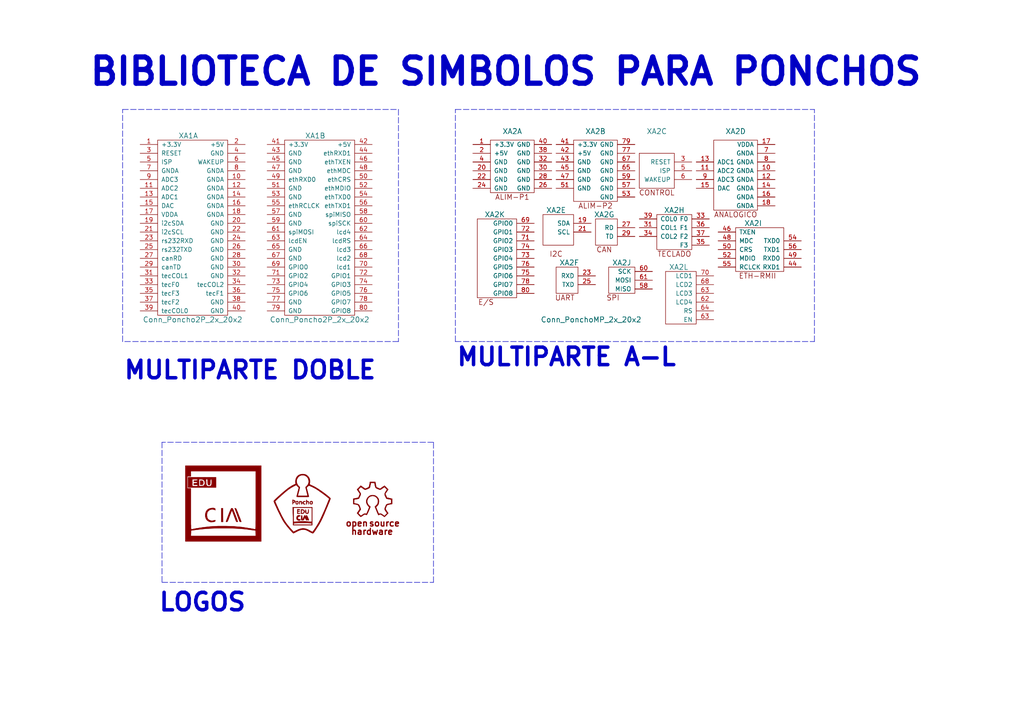
<source format=kicad_sch>
(kicad_sch (version 20250114) (generator "eeschema") (generator_version "9.0")
  (paper "A4")
  (title_block (title "Muestrario para símbolos y Bibliotecas") (date "2016-08-10") (company "Diego Brengi (INTI/UNLaM)") (comment 1 "Licencia BSD del Proyecto CIAA"))
  (lib_symbols
    (symbol "Conn_Poncho2P_2x_20x2_1" (pin_names (offset 1.016))
      (property "Reference" "XA" (at 7.62 10.16 0))
      (property "Value" "Conn_Poncho2P_2x_20x2" (at 8.89 -43.18 0))
      (symbol "Conn_Poncho2P_2x_20x2_1_1_1"
        (pin power_out line (at -6.35 7.62 0) (length 5.08) (name "+3.3V") (number "1"))
        (pin input line (at -6.35 5.08 0) (length 5.08) (name "RESET") (number "3"))
        (pin passive line (at -6.35 2.54 0) (length 5.08) (name "ISP") (number "5"))
        (pin passive line (at -6.35 0 0) (length 5.08) (name "GNDA") (number "7"))
        (pin passive line (at -6.35 -2.54 0) (length 5.08) (name "ADC3") (number "9"))
        (pin passive line (at -6.35 -5.08 0) (length 5.08) (name "ADC2") (number "11"))
        (pin passive line (at -6.35 -7.62 0) (length 5.08) (name "ADC1") (number "13"))
        (pin passive line (at -6.35 -10.16 0) (length 5.08) (name "DAC") (number "15"))
        (pin power_out line (at -6.35 -12.7 0) (length 5.08) (name "VDDA") (number "17"))
        (pin passive line (at -6.35 -15.24 0) (length 5.08) (name "i2cSDA") (number "19"))
        (pin passive line (at -6.35 -17.78 0) (length 5.08) (name "i2cSCL") (number "21"))
        (pin passive line (at -6.35 -20.32 0) (length 5.08) (name "rs232RXD") (number "23"))
        (pin passive line (at -6.35 -22.86 0) (length 5.08) (name "rs232TXD") (number "25"))
        (pin passive line (at -6.35 -25.4 0) (length 5.08) (name "canRD") (number "27"))
        (pin passive line (at -6.35 -27.94 0) (length 5.08) (name "canTD") (number "29"))
        (pin passive line (at -6.35 -30.48 0) (length 5.08) (name "tecCOL1") (number "31"))
        (pin passive line (at -6.35 -33.02 0) (length 5.08) (name "tecF0") (number "33"))
        (pin passive line (at -6.35 -35.56 0) (length 5.08) (name "tecF3") (number "35"))
        (pin passive line (at -6.35 -38.1 0) (length 5.08) (name "tecF2") (number "37"))
        (pin passive line (at -6.35 -40.64 0) (length 5.08) (name "tecCOL0") (number "39"))
        (pin power_out line (at 24.13 7.62 180) (length 5.08) (name "+5V") (number "2"))
        (pin passive line (at 24.13 5.08 180) (length 5.08) (name "GND") (number "4"))
        (pin input line (at 24.13 2.54 180) (length 5.08) (name "WAKEUP") (number "6"))
        (pin passive line (at 24.13 0 180) (length 5.08) (name "GNDA") (number "8"))
        (pin passive line (at 24.13 -2.54 180) (length 5.08) (name "GNDA") (number "10"))
        (pin passive line (at 24.13 -5.08 180) (length 5.08) (name "GNDA") (number "12"))
        (pin passive line (at 24.13 -7.62 180) (length 5.08) (name "GNDA") (number "14"))
        (pin passive line (at 24.13 -10.16 180) (length 5.08) (name "GNDA") (number "16"))
        (pin passive line (at 24.13 -12.7 180) (length 5.08) (name "GNDA") (number "18"))
        (pin passive line (at 24.13 -15.24 180) (length 5.08) (name "GND") (number "20"))
        (pin passive line (at 24.13 -17.78 180) (length 5.08) (name "GND") (number "22"))
        (pin passive line (at 24.13 -20.32 180) (length 5.08) (name "GND") (number "24"))
        (pin passive line (at 24.13 -22.86 180) (length 5.08) (name "GND") (number "26"))
        (pin passive line (at 24.13 -25.4 180) (length 5.08) (name "GND") (number "28"))
        (pin passive line (at 24.13 -27.94 180) (length 5.08) (name "GND") (number "30"))
        (pin passive line (at 24.13 -30.48 180) (length 5.08) (name "GND") (number "32"))
        (pin passive line (at 24.13 -33.02 180) (length 5.08) (name "tecCOL2") (number "34"))
        (pin passive line (at 24.13 -35.56 180) (length 5.08) (name "tecF1") (number "36"))
        (pin passive line (at 24.13 -38.1 180) (length 5.08) (name "GND") (number "38"))
        (pin passive line (at 24.13 -40.64 180) (length 5.08) (name "GND") (number "40"))
      )
      (symbol "Conn_Poncho2P_2x_20x2_1_2_1"
        (pin power_out line (at -6.35 7.62 0) (length 5.08) (name "+3.3V") (number "41"))
        (pin passive line (at -6.35 5.08 0) (length 5.08) (name "GND") (number "43"))
        (pin passive line (at -6.35 2.54 0) (length 5.08) (name "GND") (number "45"))
        (pin passive line (at -6.35 0 0) (length 5.08) (name "GND") (number "47"))
        (pin passive line (at -6.35 -2.54 0) (length 5.08) (name "ethRXD0") (number "49"))
        (pin passive line (at -6.35 -5.08 0) (length 5.08) (name "GND") (number "51"))
        (pin passive line (at -6.35 -7.62 0) (length 5.08) (name "GND") (number "53"))
        (pin passive line (at -6.35 -10.16 0) (length 5.08) (name "ethRCLCK") (number "55"))
        (pin passive line (at -6.35 -12.7 0) (length 5.08) (name "GND") (number "57"))
        (pin passive line (at -6.35 -15.24 0) (length 5.08) (name "GND") (number "59"))
        (pin passive line (at -6.35 -17.78 0) (length 5.08) (name "spiMOSI") (number "61"))
        (pin passive line (at -6.35 -20.32 0) (length 5.08) (name "lcdEN") (number "63"))
        (pin passive line (at -6.35 -22.86 0) (length 5.08) (name "GND") (number "65"))
        (pin passive line (at -6.35 -25.4 0) (length 5.08) (name "GND") (number "67"))
        (pin passive line (at -6.35 -27.94 0) (length 5.08) (name "GPIO0") (number "69"))
        (pin passive line (at -6.35 -30.48 0) (length 5.08) (name "GPIO2") (number "71"))
        (pin passive line (at -6.35 -33.02 0) (length 5.08) (name "GPIO4") (number "73"))
        (pin passive line (at -6.35 -35.56 0) (length 5.08) (name "GPIO6") (number "75"))
        (pin passive line (at -6.35 -38.1 0) (length 5.08) (name "GND") (number "77"))
        (pin passive line (at -6.35 -40.64 0) (length 5.08) (name "GND") (number "79"))
        (pin power_out line (at 24.13 7.62 180) (length 5.08) (name "+5V") (number "42"))
        (pin passive line (at 24.13 5.08 180) (length 5.08) (name "ethRXD1") (number "44"))
        (pin passive line (at 24.13 2.54 180) (length 5.08) (name "ethTXEN") (number "46"))
        (pin passive line (at 24.13 0 180) (length 5.08) (name "ethMDC") (number "48"))
        (pin passive line (at 24.13 -2.54 180) (length 5.08) (name "ethCRS") (number "50"))
        (pin passive line (at 24.13 -5.08 180) (length 5.08) (name "ethMDIO") (number "52"))
        (pin passive line (at 24.13 -7.62 180) (length 5.08) (name "ethTXD0") (number "54"))
        (pin passive line (at 24.13 -10.16 180) (length 5.08) (name "ethTXD1") (number "56"))
        (pin passive line (at 24.13 -12.7 180) (length 5.08) (name "spiMISO") (number "58"))
        (pin passive line (at 24.13 -15.24 180) (length 5.08) (name "spiSCK") (number "60"))
        (pin passive line (at 24.13 -17.78 180) (length 5.08) (name "lcd4") (number "62"))
        (pin passive line (at 24.13 -20.32 180) (length 5.08) (name "lcdRS") (number "64"))
        (pin passive line (at 24.13 -22.86 180) (length 5.08) (name "lcd3") (number "66"))
        (pin passive line (at 24.13 -25.4 180) (length 5.08) (name "lcd2") (number "68"))
        (pin passive line (at 24.13 -27.94 180) (length 5.08) (name "lcd1") (number "70"))
        (pin passive line (at 24.13 -30.48 180) (length 5.08) (name "GPIO1") (number "72"))
        (pin passive line (at 24.13 -33.02 180) (length 5.08) (name "GPIO3") (number "74"))
        (pin passive line (at 24.13 -35.56 180) (length 5.08) (name "GPIO5") (number "76"))
        (pin passive line (at 24.13 -38.1 180) (length 5.08) (name "GPIO7") (number "78"))
        (pin passive line (at 24.13 -40.64 180) (length 5.08) (name "GPIO8") (number "80"))
      )
    )
    (symbol "Conn_Poncho2P_2x_20x2_2" (pin_names (offset 1.016))
      (property "Reference" "XA" (at 7.62 10.16 0))
      (property "Value" "Conn_Poncho2P_2x_20x2" (at 8.89 -43.18 0))
      (symbol "Conn_Poncho2P_2x_20x2_2_1_1"
        (pin power_out line (at -6.35 7.62 0) (length 5.08) (name "+3.3V") (number "1"))
        (pin input line (at -6.35 5.08 0) (length 5.08) (name "RESET") (number "3"))
        (pin passive line (at -6.35 2.54 0) (length 5.08) (name "ISP") (number "5"))
        (pin passive line (at -6.35 0 0) (length 5.08) (name "GNDA") (number "7"))
        (pin passive line (at -6.35 -2.54 0) (length 5.08) (name "ADC3") (number "9"))
        (pin passive line (at -6.35 -5.08 0) (length 5.08) (name "ADC2") (number "11"))
        (pin passive line (at -6.35 -7.62 0) (length 5.08) (name "ADC1") (number "13"))
        (pin passive line (at -6.35 -10.16 0) (length 5.08) (name "DAC") (number "15"))
        (pin power_out line (at -6.35 -12.7 0) (length 5.08) (name "VDDA") (number "17"))
        (pin passive line (at -6.35 -15.24 0) (length 5.08) (name "i2cSDA") (number "19"))
        (pin passive line (at -6.35 -17.78 0) (length 5.08) (name "i2cSCL") (number "21"))
        (pin passive line (at -6.35 -20.32 0) (length 5.08) (name "rs232RXD") (number "23"))
        (pin passive line (at -6.35 -22.86 0) (length 5.08) (name "rs232TXD") (number "25"))
        (pin passive line (at -6.35 -25.4 0) (length 5.08) (name "canRD") (number "27"))
        (pin passive line (at -6.35 -27.94 0) (length 5.08) (name "canTD") (number "29"))
        (pin passive line (at -6.35 -30.48 0) (length 5.08) (name "tecCOL1") (number "31"))
        (pin passive line (at -6.35 -33.02 0) (length 5.08) (name "tecF0") (number "33"))
        (pin passive line (at -6.35 -35.56 0) (length 5.08) (name "tecF3") (number "35"))
        (pin passive line (at -6.35 -38.1 0) (length 5.08) (name "tecF2") (number "37"))
        (pin passive line (at -6.35 -40.64 0) (length 5.08) (name "tecCOL0") (number "39"))
        (pin power_out line (at 24.13 7.62 180) (length 5.08) (name "+5V") (number "2"))
        (pin passive line (at 24.13 5.08 180) (length 5.08) (name "GND") (number "4"))
        (pin input line (at 24.13 2.54 180) (length 5.08) (name "WAKEUP") (number "6"))
        (pin passive line (at 24.13 0 180) (length 5.08) (name "GNDA") (number "8"))
        (pin passive line (at 24.13 -2.54 180) (length 5.08) (name "GNDA") (number "10"))
        (pin passive line (at 24.13 -5.08 180) (length 5.08) (name "GNDA") (number "12"))
        (pin passive line (at 24.13 -7.62 180) (length 5.08) (name "GNDA") (number "14"))
        (pin passive line (at 24.13 -10.16 180) (length 5.08) (name "GNDA") (number "16"))
        (pin passive line (at 24.13 -12.7 180) (length 5.08) (name "GNDA") (number "18"))
        (pin passive line (at 24.13 -15.24 180) (length 5.08) (name "GND") (number "20"))
        (pin passive line (at 24.13 -17.78 180) (length 5.08) (name "GND") (number "22"))
        (pin passive line (at 24.13 -20.32 180) (length 5.08) (name "GND") (number "24"))
        (pin passive line (at 24.13 -22.86 180) (length 5.08) (name "GND") (number "26"))
        (pin passive line (at 24.13 -25.4 180) (length 5.08) (name "GND") (number "28"))
        (pin passive line (at 24.13 -27.94 180) (length 5.08) (name "GND") (number "30"))
        (pin passive line (at 24.13 -30.48 180) (length 5.08) (name "GND") (number "32"))
        (pin passive line (at 24.13 -33.02 180) (length 5.08) (name "tecCOL2") (number "34"))
        (pin passive line (at 24.13 -35.56 180) (length 5.08) (name "tecF1") (number "36"))
        (pin passive line (at 24.13 -38.1 180) (length 5.08) (name "GND") (number "38"))
        (pin passive line (at 24.13 -40.64 180) (length 5.08) (name "GND") (number "40"))
      )
      (symbol "Conn_Poncho2P_2x_20x2_2_2_1"
        (pin power_out line (at -6.35 7.62 0) (length 5.08) (name "+3.3V") (number "41"))
        (pin passive line (at -6.35 5.08 0) (length 5.08) (name "GND") (number "43"))
        (pin passive line (at -6.35 2.54 0) (length 5.08) (name "GND") (number "45"))
        (pin passive line (at -6.35 0 0) (length 5.08) (name "GND") (number "47"))
        (pin passive line (at -6.35 -2.54 0) (length 5.08) (name "ethRXD0") (number "49"))
        (pin passive line (at -6.35 -5.08 0) (length 5.08) (name "GND") (number "51"))
        (pin passive line (at -6.35 -7.62 0) (length 5.08) (name "GND") (number "53"))
        (pin passive line (at -6.35 -10.16 0) (length 5.08) (name "ethRCLCK") (number "55"))
        (pin passive line (at -6.35 -12.7 0) (length 5.08) (name "GND") (number "57"))
        (pin passive line (at -6.35 -15.24 0) (length 5.08) (name "GND") (number "59"))
        (pin passive line (at -6.35 -17.78 0) (length 5.08) (name "spiMOSI") (number "61"))
        (pin passive line (at -6.35 -20.32 0) (length 5.08) (name "lcdEN") (number "63"))
        (pin passive line (at -6.35 -22.86 0) (length 5.08) (name "GND") (number "65"))
        (pin passive line (at -6.35 -25.4 0) (length 5.08) (name "GND") (number "67"))
        (pin passive line (at -6.35 -27.94 0) (length 5.08) (name "GPIO0") (number "69"))
        (pin passive line (at -6.35 -30.48 0) (length 5.08) (name "GPIO2") (number "71"))
        (pin passive line (at -6.35 -33.02 0) (length 5.08) (name "GPIO4") (number "73"))
        (pin passive line (at -6.35 -35.56 0) (length 5.08) (name "GPIO6") (number "75"))
        (pin passive line (at -6.35 -38.1 0) (length 5.08) (name "GND") (number "77"))
        (pin passive line (at -6.35 -40.64 0) (length 5.08) (name "GND") (number "79"))
        (pin power_out line (at 24.13 7.62 180) (length 5.08) (name "+5V") (number "42"))
        (pin passive line (at 24.13 5.08 180) (length 5.08) (name "ethRXD1") (number "44"))
        (pin passive line (at 24.13 2.54 180) (length 5.08) (name "ethTXEN") (number "46"))
        (pin passive line (at 24.13 0 180) (length 5.08) (name "ethMDC") (number "48"))
        (pin passive line (at 24.13 -2.54 180) (length 5.08) (name "ethCRS") (number "50"))
        (pin passive line (at 24.13 -5.08 180) (length 5.08) (name "ethMDIO") (number "52"))
        (pin passive line (at 24.13 -7.62 180) (length 5.08) (name "ethTXD0") (number "54"))
        (pin passive line (at 24.13 -10.16 180) (length 5.08) (name "ethTXD1") (number "56"))
        (pin passive line (at 24.13 -12.7 180) (length 5.08) (name "spiMISO") (number "58"))
        (pin passive line (at 24.13 -15.24 180) (length 5.08) (name "spiSCK") (number "60"))
        (pin passive line (at 24.13 -17.78 180) (length 5.08) (name "lcd4") (number "62"))
        (pin passive line (at 24.13 -20.32 180) (length 5.08) (name "lcdRS") (number "64"))
        (pin passive line (at 24.13 -22.86 180) (length 5.08) (name "lcd3") (number "66"))
        (pin passive line (at 24.13 -25.4 180) (length 5.08) (name "lcd2") (number "68"))
        (pin passive line (at 24.13 -27.94 180) (length 5.08) (name "lcd1") (number "70"))
        (pin passive line (at 24.13 -30.48 180) (length 5.08) (name "GPIO1") (number "72"))
        (pin passive line (at 24.13 -33.02 180) (length 5.08) (name "GPIO3") (number "74"))
        (pin passive line (at 24.13 -35.56 180) (length 5.08) (name "GPIO5") (number "76"))
        (pin passive line (at 24.13 -38.1 180) (length 5.08) (name "GPIO7") (number "78"))
        (pin passive line (at 24.13 -40.64 180) (length 5.08) (name "GPIO8") (number "80"))
      )
    )
    (symbol "Conn_Poncho2P_2x_20x2_3" (pin_names (offset 1.016))
      (property "Reference" "XA" (at 7.62 10.16 0))
      (property "Value" "Conn_Poncho2P_2x_20x2" (at 8.89 -43.18 0))
      (symbol "Conn_Poncho2P_2x_20x2_3_1_1"
        (pin power_out line (at -6.35 7.62 0) (length 5.08) (name "+3.3V") (number "1"))
        (pin input line (at -6.35 5.08 0) (length 5.08) (name "RESET") (number "3"))
        (pin passive line (at -6.35 2.54 0) (length 5.08) (name "ISP") (number "5"))
        (pin passive line (at -6.35 0 0) (length 5.08) (name "GNDA") (number "7"))
        (pin passive line (at -6.35 -2.54 0) (length 5.08) (name "ADC3") (number "9"))
        (pin passive line (at -6.35 -5.08 0) (length 5.08) (name "ADC2") (number "11"))
        (pin passive line (at -6.35 -7.62 0) (length 5.08) (name "ADC1") (number "13"))
        (pin passive line (at -6.35 -10.16 0) (length 5.08) (name "DAC") (number "15"))
        (pin power_out line (at -6.35 -12.7 0) (length 5.08) (name "VDDA") (number "17"))
        (pin passive line (at -6.35 -15.24 0) (length 5.08) (name "i2cSDA") (number "19"))
        (pin passive line (at -6.35 -17.78 0) (length 5.08) (name "i2cSCL") (number "21"))
        (pin passive line (at -6.35 -20.32 0) (length 5.08) (name "rs232RXD") (number "23"))
        (pin passive line (at -6.35 -22.86 0) (length 5.08) (name "rs232TXD") (number "25"))
        (pin passive line (at -6.35 -25.4 0) (length 5.08) (name "canRD") (number "27"))
        (pin passive line (at -6.35 -27.94 0) (length 5.08) (name "canTD") (number "29"))
        (pin passive line (at -6.35 -30.48 0) (length 5.08) (name "tecCOL1") (number "31"))
        (pin passive line (at -6.35 -33.02 0) (length 5.08) (name "tecF0") (number "33"))
        (pin passive line (at -6.35 -35.56 0) (length 5.08) (name "tecF3") (number "35"))
        (pin passive line (at -6.35 -38.1 0) (length 5.08) (name "tecF2") (number "37"))
        (pin passive line (at -6.35 -40.64 0) (length 5.08) (name "tecCOL0") (number "39"))
        (pin power_out line (at 24.13 7.62 180) (length 5.08) (name "+5V") (number "2"))
        (pin passive line (at 24.13 5.08 180) (length 5.08) (name "GND") (number "4"))
        (pin input line (at 24.13 2.54 180) (length 5.08) (name "WAKEUP") (number "6"))
        (pin passive line (at 24.13 0 180) (length 5.08) (name "GNDA") (number "8"))
        (pin passive line (at 24.13 -2.54 180) (length 5.08) (name "GNDA") (number "10"))
        (pin passive line (at 24.13 -5.08 180) (length 5.08) (name "GNDA") (number "12"))
        (pin passive line (at 24.13 -7.62 180) (length 5.08) (name "GNDA") (number "14"))
        (pin passive line (at 24.13 -10.16 180) (length 5.08) (name "GNDA") (number "16"))
        (pin passive line (at 24.13 -12.7 180) (length 5.08) (name "GNDA") (number "18"))
        (pin passive line (at 24.13 -15.24 180) (length 5.08) (name "GND") (number "20"))
        (pin passive line (at 24.13 -17.78 180) (length 5.08) (name "GND") (number "22"))
        (pin passive line (at 24.13 -20.32 180) (length 5.08) (name "GND") (number "24"))
        (pin passive line (at 24.13 -22.86 180) (length 5.08) (name "GND") (number "26"))
        (pin passive line (at 24.13 -25.4 180) (length 5.08) (name "GND") (number "28"))
        (pin passive line (at 24.13 -27.94 180) (length 5.08) (name "GND") (number "30"))
        (pin passive line (at 24.13 -30.48 180) (length 5.08) (name "GND") (number "32"))
        (pin passive line (at 24.13 -33.02 180) (length 5.08) (name "tecCOL2") (number "34"))
        (pin passive line (at 24.13 -35.56 180) (length 5.08) (name "tecF1") (number "36"))
        (pin passive line (at 24.13 -38.1 180) (length 5.08) (name "GND") (number "38"))
        (pin passive line (at 24.13 -40.64 180) (length 5.08) (name "GND") (number "40"))
      )
      (symbol "Conn_Poncho2P_2x_20x2_3_2_1"
        (pin power_out line (at -6.35 7.62 0) (length 5.08) (name "+3.3V") (number "41"))
        (pin passive line (at -6.35 5.08 0) (length 5.08) (name "GND") (number "43"))
        (pin passive line (at -6.35 2.54 0) (length 5.08) (name "GND") (number "45"))
        (pin passive line (at -6.35 0 0) (length 5.08) (name "GND") (number "47"))
        (pin passive line (at -6.35 -2.54 0) (length 5.08) (name "ethRXD0") (number "49"))
        (pin passive line (at -6.35 -5.08 0) (length 5.08) (name "GND") (number "51"))
        (pin passive line (at -6.35 -7.62 0) (length 5.08) (name "GND") (number "53"))
        (pin passive line (at -6.35 -10.16 0) (length 5.08) (name "ethRCLCK") (number "55"))
        (pin passive line (at -6.35 -12.7 0) (length 5.08) (name "GND") (number "57"))
        (pin passive line (at -6.35 -15.24 0) (length 5.08) (name "GND") (number "59"))
        (pin passive line (at -6.35 -17.78 0) (length 5.08) (name "spiMOSI") (number "61"))
        (pin passive line (at -6.35 -20.32 0) (length 5.08) (name "lcdEN") (number "63"))
        (pin passive line (at -6.35 -22.86 0) (length 5.08) (name "GND") (number "65"))
        (pin passive line (at -6.35 -25.4 0) (length 5.08) (name "GND") (number "67"))
        (pin passive line (at -6.35 -27.94 0) (length 5.08) (name "GPIO0") (number "69"))
        (pin passive line (at -6.35 -30.48 0) (length 5.08) (name "GPIO2") (number "71"))
        (pin passive line (at -6.35 -33.02 0) (length 5.08) (name "GPIO4") (number "73"))
        (pin passive line (at -6.35 -35.56 0) (length 5.08) (name "GPIO6") (number "75"))
        (pin passive line (at -6.35 -38.1 0) (length 5.08) (name "GND") (number "77"))
        (pin passive line (at -6.35 -40.64 0) (length 5.08) (name "GND") (number "79"))
        (pin power_out line (at 24.13 7.62 180) (length 5.08) (name "+5V") (number "42"))
        (pin passive line (at 24.13 5.08 180) (length 5.08) (name "ethRXD1") (number "44"))
        (pin passive line (at 24.13 2.54 180) (length 5.08) (name "ethTXEN") (number "46"))
        (pin passive line (at 24.13 0 180) (length 5.08) (name "ethMDC") (number "48"))
        (pin passive line (at 24.13 -2.54 180) (length 5.08) (name "ethCRS") (number "50"))
        (pin passive line (at 24.13 -5.08 180) (length 5.08) (name "ethMDIO") (number "52"))
        (pin passive line (at 24.13 -7.62 180) (length 5.08) (name "ethTXD0") (number "54"))
        (pin passive line (at 24.13 -10.16 180) (length 5.08) (name "ethTXD1") (number "56"))
        (pin passive line (at 24.13 -12.7 180) (length 5.08) (name "spiMISO") (number "58"))
        (pin passive line (at 24.13 -15.24 180) (length 5.08) (name "spiSCK") (number "60"))
        (pin passive line (at 24.13 -17.78 180) (length 5.08) (name "lcd4") (number "62"))
        (pin passive line (at 24.13 -20.32 180) (length 5.08) (name "lcdRS") (number "64"))
        (pin passive line (at 24.13 -22.86 180) (length 5.08) (name "lcd3") (number "66"))
        (pin passive line (at 24.13 -25.4 180) (length 5.08) (name "lcd2") (number "68"))
        (pin passive line (at 24.13 -27.94 180) (length 5.08) (name "lcd1") (number "70"))
        (pin passive line (at 24.13 -30.48 180) (length 5.08) (name "GPIO1") (number "72"))
        (pin passive line (at 24.13 -33.02 180) (length 5.08) (name "GPIO3") (number "74"))
        (pin passive line (at 24.13 -35.56 180) (length 5.08) (name "GPIO5") (number "76"))
        (pin passive line (at 24.13 -38.1 180) (length 5.08) (name "GPIO7") (number "78"))
        (pin passive line (at 24.13 -40.64 180) (length 5.08) (name "GPIO8") (number "80"))
      )
    )
    (symbol "Conn_Poncho2P_2x_20x2_4" (pin_names (offset 1.016))
      (property "Reference" "XA" (at 7.62 10.16 0))
      (property "Value" "Conn_Poncho2P_2x_20x2" (at 8.89 -43.18 0))
      (symbol "Conn_Poncho2P_2x_20x2_4_1_1"
        (pin power_out line (at -6.35 7.62 0) (length 5.08) (name "+3.3V") (number "1"))
        (pin input line (at -6.35 5.08 0) (length 5.08) (name "RESET") (number "3"))
        (pin passive line (at -6.35 2.54 0) (length 5.08) (name "ISP") (number "5"))
        (pin passive line (at -6.35 0 0) (length 5.08) (name "GNDA") (number "7"))
        (pin passive line (at -6.35 -2.54 0) (length 5.08) (name "ADC3") (number "9"))
        (pin passive line (at -6.35 -5.08 0) (length 5.08) (name "ADC2") (number "11"))
        (pin passive line (at -6.35 -7.62 0) (length 5.08) (name "ADC1") (number "13"))
        (pin passive line (at -6.35 -10.16 0) (length 5.08) (name "DAC") (number "15"))
        (pin power_out line (at -6.35 -12.7 0) (length 5.08) (name "VDDA") (number "17"))
        (pin passive line (at -6.35 -15.24 0) (length 5.08) (name "i2cSDA") (number "19"))
        (pin passive line (at -6.35 -17.78 0) (length 5.08) (name "i2cSCL") (number "21"))
        (pin passive line (at -6.35 -20.32 0) (length 5.08) (name "rs232RXD") (number "23"))
        (pin passive line (at -6.35 -22.86 0) (length 5.08) (name "rs232TXD") (number "25"))
        (pin passive line (at -6.35 -25.4 0) (length 5.08) (name "canRD") (number "27"))
        (pin passive line (at -6.35 -27.94 0) (length 5.08) (name "canTD") (number "29"))
        (pin passive line (at -6.35 -30.48 0) (length 5.08) (name "tecCOL1") (number "31"))
        (pin passive line (at -6.35 -33.02 0) (length 5.08) (name "tecF0") (number "33"))
        (pin passive line (at -6.35 -35.56 0) (length 5.08) (name "tecF3") (number "35"))
        (pin passive line (at -6.35 -38.1 0) (length 5.08) (name "tecF2") (number "37"))
        (pin passive line (at -6.35 -40.64 0) (length 5.08) (name "tecCOL0") (number "39"))
        (pin power_out line (at 24.13 7.62 180) (length 5.08) (name "+5V") (number "2"))
        (pin passive line (at 24.13 5.08 180) (length 5.08) (name "GND") (number "4"))
        (pin input line (at 24.13 2.54 180) (length 5.08) (name "WAKEUP") (number "6"))
        (pin passive line (at 24.13 0 180) (length 5.08) (name "GNDA") (number "8"))
        (pin passive line (at 24.13 -2.54 180) (length 5.08) (name "GNDA") (number "10"))
        (pin passive line (at 24.13 -5.08 180) (length 5.08) (name "GNDA") (number "12"))
        (pin passive line (at 24.13 -7.62 180) (length 5.08) (name "GNDA") (number "14"))
        (pin passive line (at 24.13 -10.16 180) (length 5.08) (name "GNDA") (number "16"))
        (pin passive line (at 24.13 -12.7 180) (length 5.08) (name "GNDA") (number "18"))
        (pin passive line (at 24.13 -15.24 180) (length 5.08) (name "GND") (number "20"))
        (pin passive line (at 24.13 -17.78 180) (length 5.08) (name "GND") (number "22"))
        (pin passive line (at 24.13 -20.32 180) (length 5.08) (name "GND") (number "24"))
        (pin passive line (at 24.13 -22.86 180) (length 5.08) (name "GND") (number "26"))
        (pin passive line (at 24.13 -25.4 180) (length 5.08) (name "GND") (number "28"))
        (pin passive line (at 24.13 -27.94 180) (length 5.08) (name "GND") (number "30"))
        (pin passive line (at 24.13 -30.48 180) (length 5.08) (name "GND") (number "32"))
        (pin passive line (at 24.13 -33.02 180) (length 5.08) (name "tecCOL2") (number "34"))
        (pin passive line (at 24.13 -35.56 180) (length 5.08) (name "tecF1") (number "36"))
        (pin passive line (at 24.13 -38.1 180) (length 5.08) (name "GND") (number "38"))
        (pin passive line (at 24.13 -40.64 180) (length 5.08) (name "GND") (number "40"))
      )
      (symbol "Conn_Poncho2P_2x_20x2_4_2_1"
        (pin power_out line (at -6.35 7.62 0) (length 5.08) (name "+3.3V") (number "41"))
        (pin passive line (at -6.35 5.08 0) (length 5.08) (name "GND") (number "43"))
        (pin passive line (at -6.35 2.54 0) (length 5.08) (name "GND") (number "45"))
        (pin passive line (at -6.35 0 0) (length 5.08) (name "GND") (number "47"))
        (pin passive line (at -6.35 -2.54 0) (length 5.08) (name "ethRXD0") (number "49"))
        (pin passive line (at -6.35 -5.08 0) (length 5.08) (name "GND") (number "51"))
        (pin passive line (at -6.35 -7.62 0) (length 5.08) (name "GND") (number "53"))
        (pin passive line (at -6.35 -10.16 0) (length 5.08) (name "ethRCLCK") (number "55"))
        (pin passive line (at -6.35 -12.7 0) (length 5.08) (name "GND") (number "57"))
        (pin passive line (at -6.35 -15.24 0) (length 5.08) (name "GND") (number "59"))
        (pin passive line (at -6.35 -17.78 0) (length 5.08) (name "spiMOSI") (number "61"))
        (pin passive line (at -6.35 -20.32 0) (length 5.08) (name "lcdEN") (number "63"))
        (pin passive line (at -6.35 -22.86 0) (length 5.08) (name "GND") (number "65"))
        (pin passive line (at -6.35 -25.4 0) (length 5.08) (name "GND") (number "67"))
        (pin passive line (at -6.35 -27.94 0) (length 5.08) (name "GPIO0") (number "69"))
        (pin passive line (at -6.35 -30.48 0) (length 5.08) (name "GPIO2") (number "71"))
        (pin passive line (at -6.35 -33.02 0) (length 5.08) (name "GPIO4") (number "73"))
        (pin passive line (at -6.35 -35.56 0) (length 5.08) (name "GPIO6") (number "75"))
        (pin passive line (at -6.35 -38.1 0) (length 5.08) (name "GND") (number "77"))
        (pin passive line (at -6.35 -40.64 0) (length 5.08) (name "GND") (number "79"))
        (pin power_out line (at 24.13 7.62 180) (length 5.08) (name "+5V") (number "42"))
        (pin passive line (at 24.13 5.08 180) (length 5.08) (name "ethRXD1") (number "44"))
        (pin passive line (at 24.13 2.54 180) (length 5.08) (name "ethTXEN") (number "46"))
        (pin passive line (at 24.13 0 180) (length 5.08) (name "ethMDC") (number "48"))
        (pin passive line (at 24.13 -2.54 180) (length 5.08) (name "ethCRS") (number "50"))
        (pin passive line (at 24.13 -5.08 180) (length 5.08) (name "ethMDIO") (number "52"))
        (pin passive line (at 24.13 -7.62 180) (length 5.08) (name "ethTXD0") (number "54"))
        (pin passive line (at 24.13 -10.16 180) (length 5.08) (name "ethTXD1") (number "56"))
        (pin passive line (at 24.13 -12.7 180) (length 5.08) (name "spiMISO") (number "58"))
        (pin passive line (at 24.13 -15.24 180) (length 5.08) (name "spiSCK") (number "60"))
        (pin passive line (at 24.13 -17.78 180) (length 5.08) (name "lcd4") (number "62"))
        (pin passive line (at 24.13 -20.32 180) (length 5.08) (name "lcdRS") (number "64"))
        (pin passive line (at 24.13 -22.86 180) (length 5.08) (name "lcd3") (number "66"))
        (pin passive line (at 24.13 -25.4 180) (length 5.08) (name "lcd2") (number "68"))
        (pin passive line (at 24.13 -27.94 180) (length 5.08) (name "lcd1") (number "70"))
        (pin passive line (at 24.13 -30.48 180) (length 5.08) (name "GPIO1") (number "72"))
        (pin passive line (at 24.13 -33.02 180) (length 5.08) (name "GPIO3") (number "74"))
        (pin passive line (at 24.13 -35.56 180) (length 5.08) (name "GPIO5") (number "76"))
        (pin passive line (at 24.13 -38.1 180) (length 5.08) (name "GPIO7") (number "78"))
        (pin passive line (at 24.13 -40.64 180) (length 5.08) (name "GPIO8") (number "80"))
      )
    )
    (symbol "Conn_PonchoMP_2x_20x2_1" (pin_names (offset 1.016))
      (property "Reference" "XA" (at 0 13.97 0))
      (property "Value" "Conn_PonchoMP_2x_20x2" (at 0 11.43 0))
      (symbol "Conn_PonchoMP_2x_20x2_1_1_0"
        (text "ALIM-P1" (at 0 -8.89 0) (effects (font (size 1.524 1.524))))
      )
      (symbol "Conn_PonchoMP_2x_20x2_1_1_1"
        (pin passive line (at -11.43 6.35 0) (length 5.08) (name "+3.3V") (number "1"))
        (pin passive line (at -11.43 3.81 0) (length 5.08) (name "+5V") (number "2"))
        (pin passive line (at -11.43 1.27 0) (length 5.08) (name "GND") (number "4"))
        (pin passive line (at -11.43 -1.27 0) (length 5.08) (name "GND") (number "20"))
        (pin passive line (at -11.43 -3.81 0) (length 5.08) (name "GND") (number "22"))
        (pin passive line (at -11.43 -6.35 0) (length 5.08) (name "GND") (number "24"))
        (pin passive line (at 11.43 6.35 180) (length 5.08) (name "GND") (number "40"))
        (pin passive line (at 11.43 3.81 180) (length 5.08) (name "GND") (number "38"))
        (pin passive line (at 11.43 1.27 180) (length 5.08) (name "GND") (number "32"))
        (pin passive line (at 11.43 -1.27 180) (length 5.08) (name "GND") (number "30"))
        (pin passive line (at 11.43 -3.81 180) (length 5.08) (name "GND") (number "28"))
        (pin passive line (at 11.43 -6.35 180) (length 5.08) (name "GND") (number "26"))
      )
      (symbol "Conn_PonchoMP_2x_20x2_1_2_0"
        (text "ALIM-P2" (at 0 -10.16 0) (effects (font (size 1.524 1.524))))
      )
      (symbol "Conn_PonchoMP_2x_20x2_1_2_1"
        (pin passive line (at -11.43 7.62 0) (length 5.08) (name "+3.3V") (number "41"))
        (pin passive line (at -11.43 5.08 0) (length 5.08) (name "+5V") (number "42"))
        (pin passive line (at -11.43 2.54 0) (length 5.08) (name "GND") (number "43"))
        (pin passive line (at -11.43 0 0) (length 5.08) (name "GND") (number "45"))
        (pin passive line (at -11.43 -2.54 0) (length 5.08) (name "GND") (number "47"))
        (pin passive line (at -11.43 -5.08 0) (length 5.08) (name "GND") (number "51"))
        (pin passive line (at 11.43 7.62 180) (length 5.08) (name "GND") (number "79"))
        (pin passive line (at 11.43 5.08 180) (length 5.08) (name "GND") (number "77"))
        (pin passive line (at 11.43 2.54 180) (length 5.08) (name "GND") (number "67"))
        (pin passive line (at 11.43 0 180) (length 5.08) (name "GND") (number "65"))
        (pin passive line (at 11.43 -2.54 180) (length 5.08) (name "GND") (number "59"))
        (pin passive line (at 11.43 -5.08 180) (length 5.08) (name "GND") (number "57"))
        (pin passive line (at 11.43 -7.62 180) (length 5.08) (name "GND") (number "53"))
      )
      (symbol "Conn_PonchoMP_2x_20x2_1_3_0"
        (text "CONTROL" (at 0 -6.35 0) (effects (font (size 1.524 1.524))))
      )
      (symbol "Conn_PonchoMP_2x_20x2_1_3_1"
        (pin passive line (at 10.16 2.54 180) (length 5.08) (name "RESET") (number "3"))
        (pin passive line (at 10.16 0 180) (length 5.08) (name "ISP") (number "5"))
        (pin passive line (at 10.16 -2.54 180) (length 5.08) (name "WAKEUP") (number "6"))
      )
      (symbol "Conn_PonchoMP_2x_20x2_1_4_0"
        (text "ANALOGICO" (at 0 -12.7 0) (effects (font (size 1.524 1.524))))
      )
      (symbol "Conn_PonchoMP_2x_20x2_1_4_1"
        (pin passive line (at -11.43 2.54 0) (length 5.08) (name "ADC1") (number "13"))
        (pin passive line (at -11.43 0 0) (length 5.08) (name "ADC2") (number "11"))
        (pin passive line (at -11.43 -2.54 0) (length 5.08) (name "ADC3") (number "9"))
        (pin passive line (at -11.43 -5.08 0) (length 5.08) (name "DAC") (number "15"))
        (pin passive line (at 11.43 7.62 180) (length 5.08) (name "VDDA") (number "17"))
        (pin passive line (at 11.43 5.08 180) (length 5.08) (name "GNDA") (number "7"))
        (pin passive line (at 11.43 2.54 180) (length 5.08) (name "GNDA") (number "8"))
        (pin passive line (at 11.43 0 180) (length 5.08) (name "GNDA") (number "10"))
        (pin passive line (at 11.43 -2.54 180) (length 5.08) (name "GNDA") (number "12"))
        (pin passive line (at 11.43 -5.08 180) (length 5.08) (name "GNDA") (number "14"))
        (pin passive line (at 11.43 -7.62 180) (length 5.08) (name "GNDA") (number "16"))
        (pin passive line (at 11.43 -10.16 180) (length 5.08) (name "GNDA") (number "18"))
      )
      (symbol "Conn_PonchoMP_2x_20x2_1_5_0"
        (text "I2C" (at 0 -7.62 0) (effects (font (size 1.524 1.524))))
      )
      (symbol "Conn_PonchoMP_2x_20x2_1_5_1"
        (pin passive line (at 10.16 1.27 180) (length 5.08) (name "SDA") (number "19"))
        (pin passive line (at 10.16 -1.27 180) (length 5.08) (name "SCL") (number "21"))
      )
      (symbol "Conn_PonchoMP_2x_20x2_1_6_0"
        (text "UART" (at -1.27 -5.08 0) (effects (font (size 1.524 1.524))))
      )
      (symbol "Conn_PonchoMP_2x_20x2_1_6_1"
        (pin passive line (at 7.62 1.27 180) (length 5.08) (name "RXD") (number "23"))
        (pin passive line (at 7.62 -1.27 180) (length 5.08) (name "TXD") (number "25"))
      )
      (symbol "Conn_PonchoMP_2x_20x2_1_7_0"
        (text "CAN" (at 0 -5.08 0) (effects (font (size 1.524 1.524))))
      )
      (symbol "Conn_PonchoMP_2x_20x2_1_7_1"
        (pin passive line (at 8.89 1.27 180) (length 5.08) (name "RD") (number "27"))
        (pin passive line (at 8.89 -1.27 180) (length 5.08) (name "TD") (number "29"))
      )
      (symbol "Conn_PonchoMP_2x_20x2_1_8_0"
        (text "TECLADO" (at 0 -6.35 0) (effects (font (size 1.524 1.524))))
      )
      (symbol "Conn_PonchoMP_2x_20x2_1_8_1"
        (pin passive line (at -10.16 3.81 0) (length 5.08) (name "COL0") (number "39"))
        (pin passive line (at -10.16 1.27 0) (length 5.08) (name "COL1") (number "31"))
        (pin passive line (at -10.16 -1.27 0) (length 5.08) (name "COL2") (number "34"))
        (pin passive line (at 10.16 3.81 180) (length 5.08) (name "F0") (number "33"))
        (pin passive line (at 10.16 1.27 180) (length 5.08) (name "F1") (number "36"))
        (pin passive line (at 10.16 -1.27 180) (length 5.08) (name "F2") (number "37"))
        (pin passive line (at 10.16 -3.81 180) (length 5.08) (name "F3") (number "35"))
      )
      (symbol "Conn_PonchoMP_2x_20x2_1_9_0"
        (text "ETH-RMII" (at 0 -7.62 0) (effects (font (size 1.524 1.524))))
      )
      (symbol "Conn_PonchoMP_2x_20x2_1_9_1"
        (pin passive line (at -11.43 5.08 0) (length 5.08) (name "TXEN") (number "46"))
        (pin passive line (at -11.43 2.54 0) (length 5.08) (name "MDC") (number "48"))
        (pin passive line (at -11.43 0 0) (length 5.08) (name "CRS") (number "50"))
        (pin passive line (at -11.43 -2.54 0) (length 5.08) (name "MDIO") (number "52"))
        (pin passive line (at -11.43 -5.08 0) (length 5.08) (name "RCLCK") (number "55"))
        (pin passive line (at 12.7 2.54 180) (length 5.08) (name "TXD0") (number "54"))
        (pin passive line (at 12.7 0 180) (length 5.08) (name "TXD1") (number "56"))
        (pin passive line (at 12.7 -2.54 180) (length 5.08) (name "RXD0") (number "49"))
        (pin passive line (at 12.7 -5.08 180) (length 5.08) (name "RXD1") (number "44"))
      )
      (symbol "Conn_PonchoMP_2x_20x2_1_10_0"
        (text "SPI" (at -2.54 -5.08 0) (effects (font (size 1.524 1.524))))
      )
      (symbol "Conn_PonchoMP_2x_20x2_1_10_1"
        (pin passive line (at 8.89 2.54 180) (length 5.08) (name "SCK") (number "60"))
        (pin passive line (at 8.89 0 180) (length 5.08) (name "MOSI") (number "61"))
        (pin passive line (at 8.89 -2.54 180) (length 5.08) (name "MISO") (number "58"))
      )
      (symbol "Conn_PonchoMP_2x_20x2_1_11_0"
        (text "E/S" (at -2.54 -15.24 0) (effects (font (size 1.524 1.524))))
      )
      (symbol "Conn_PonchoMP_2x_20x2_1_11_1"
        (pin passive line (at 11.43 7.62 180) (length 5.08) (name "GPIO0") (number "69"))
        (pin passive line (at 11.43 5.08 180) (length 5.08) (name "GPIO1") (number "72"))
        (pin passive line (at 11.43 2.54 180) (length 5.08) (name "GPIO2") (number "71"))
        (pin passive line (at 11.43 0 180) (length 5.08) (name "GPIO3") (number "74"))
        (pin passive line (at 11.43 -2.54 180) (length 5.08) (name "GPIO4") (number "73"))
        (pin passive line (at 11.43 -5.08 180) (length 5.08) (name "GPIO5") (number "76"))
        (pin passive line (at 11.43 -7.62 180) (length 5.08) (name "GPIO6") (number "75"))
        (pin passive line (at 11.43 -10.16 180) (length 5.08) (name "GPIO7") (number "78"))
        (pin passive line (at 11.43 -12.7 180) (length 5.08) (name "GPIO8") (number "80"))
      )
      (symbol "Conn_PonchoMP_2x_20x2_1_12_1"
        (pin passive line (at 10.16 6.35 180) (length 5.08) (name "LCD1") (number "70"))
        (pin passive line (at 10.16 3.81 180) (length 5.08) (name "LCD2") (number "68"))
        (pin passive line (at 10.16 1.27 180) (length 5.08) (name "LCD3") (number "63"))
        (pin passive line (at 10.16 -1.27 180) (length 5.08) (name "LCD4") (number "62"))
        (pin passive line (at 10.16 -3.81 180) (length 5.08) (name "RS") (number "64"))
        (pin passive line (at 10.16 -6.35 180) (length 5.08) (name "EN") (number "63"))
      )
    )
    (symbol "Conn_PonchoMP_2x_20x2_10" (pin_names (offset 1.016))
      (property "Reference" "XA" (at 0 13.97 0))
      (property "Value" "Conn_PonchoMP_2x_20x2" (at 0 11.43 0))
      (symbol "Conn_PonchoMP_2x_20x2_10_1_0"
        (text "ALIM-P1" (at 0 -8.89 0) (effects (font (size 1.524 1.524))))
      )
      (symbol "Conn_PonchoMP_2x_20x2_10_1_1"
        (pin passive line (at -11.43 6.35 0) (length 5.08) (name "+3.3V") (number "1"))
        (pin passive line (at -11.43 3.81 0) (length 5.08) (name "+5V") (number "2"))
        (pin passive line (at -11.43 1.27 0) (length 5.08) (name "GND") (number "4"))
        (pin passive line (at -11.43 -1.27 0) (length 5.08) (name "GND") (number "20"))
        (pin passive line (at -11.43 -3.81 0) (length 5.08) (name "GND") (number "22"))
        (pin passive line (at -11.43 -6.35 0) (length 5.08) (name "GND") (number "24"))
        (pin passive line (at 11.43 6.35 180) (length 5.08) (name "GND") (number "40"))
        (pin passive line (at 11.43 3.81 180) (length 5.08) (name "GND") (number "38"))
        (pin passive line (at 11.43 1.27 180) (length 5.08) (name "GND") (number "32"))
        (pin passive line (at 11.43 -1.27 180) (length 5.08) (name "GND") (number "30"))
        (pin passive line (at 11.43 -3.81 180) (length 5.08) (name "GND") (number "28"))
        (pin passive line (at 11.43 -6.35 180) (length 5.08) (name "GND") (number "26"))
      )
      (symbol "Conn_PonchoMP_2x_20x2_10_2_0"
        (text "ALIM-P2" (at 0 -10.16 0) (effects (font (size 1.524 1.524))))
      )
      (symbol "Conn_PonchoMP_2x_20x2_10_2_1"
        (pin passive line (at -11.43 7.62 0) (length 5.08) (name "+3.3V") (number "41"))
        (pin passive line (at -11.43 5.08 0) (length 5.08) (name "+5V") (number "42"))
        (pin passive line (at -11.43 2.54 0) (length 5.08) (name "GND") (number "43"))
        (pin passive line (at -11.43 0 0) (length 5.08) (name "GND") (number "45"))
        (pin passive line (at -11.43 -2.54 0) (length 5.08) (name "GND") (number "47"))
        (pin passive line (at -11.43 -5.08 0) (length 5.08) (name "GND") (number "51"))
        (pin passive line (at 11.43 7.62 180) (length 5.08) (name "GND") (number "79"))
        (pin passive line (at 11.43 5.08 180) (length 5.08) (name "GND") (number "77"))
        (pin passive line (at 11.43 2.54 180) (length 5.08) (name "GND") (number "67"))
        (pin passive line (at 11.43 0 180) (length 5.08) (name "GND") (number "65"))
        (pin passive line (at 11.43 -2.54 180) (length 5.08) (name "GND") (number "59"))
        (pin passive line (at 11.43 -5.08 180) (length 5.08) (name "GND") (number "57"))
        (pin passive line (at 11.43 -7.62 180) (length 5.08) (name "GND") (number "53"))
      )
      (symbol "Conn_PonchoMP_2x_20x2_10_3_0"
        (text "CONTROL" (at 0 -6.35 0) (effects (font (size 1.524 1.524))))
      )
      (symbol "Conn_PonchoMP_2x_20x2_10_3_1"
        (pin passive line (at 10.16 2.54 180) (length 5.08) (name "RESET") (number "3"))
        (pin passive line (at 10.16 0 180) (length 5.08) (name "ISP") (number "5"))
        (pin passive line (at 10.16 -2.54 180) (length 5.08) (name "WAKEUP") (number "6"))
      )
      (symbol "Conn_PonchoMP_2x_20x2_10_4_0"
        (text "ANALOGICO" (at 0 -12.7 0) (effects (font (size 1.524 1.524))))
      )
      (symbol "Conn_PonchoMP_2x_20x2_10_4_1"
        (pin passive line (at -11.43 2.54 0) (length 5.08) (name "ADC1") (number "13"))
        (pin passive line (at -11.43 0 0) (length 5.08) (name "ADC2") (number "11"))
        (pin passive line (at -11.43 -2.54 0) (length 5.08) (name "ADC3") (number "9"))
        (pin passive line (at -11.43 -5.08 0) (length 5.08) (name "DAC") (number "15"))
        (pin passive line (at 11.43 7.62 180) (length 5.08) (name "VDDA") (number "17"))
        (pin passive line (at 11.43 5.08 180) (length 5.08) (name "GNDA") (number "7"))
        (pin passive line (at 11.43 2.54 180) (length 5.08) (name "GNDA") (number "8"))
        (pin passive line (at 11.43 0 180) (length 5.08) (name "GNDA") (number "10"))
        (pin passive line (at 11.43 -2.54 180) (length 5.08) (name "GNDA") (number "12"))
        (pin passive line (at 11.43 -5.08 180) (length 5.08) (name "GNDA") (number "14"))
        (pin passive line (at 11.43 -7.62 180) (length 5.08) (name "GNDA") (number "16"))
        (pin passive line (at 11.43 -10.16 180) (length 5.08) (name "GNDA") (number "18"))
      )
      (symbol "Conn_PonchoMP_2x_20x2_10_5_0"
        (text "I2C" (at 0 -7.62 0) (effects (font (size 1.524 1.524))))
      )
      (symbol "Conn_PonchoMP_2x_20x2_10_5_1"
        (pin passive line (at 10.16 1.27 180) (length 5.08) (name "SDA") (number "19"))
        (pin passive line (at 10.16 -1.27 180) (length 5.08) (name "SCL") (number "21"))
      )
      (symbol "Conn_PonchoMP_2x_20x2_10_6_0"
        (text "UART" (at -1.27 -5.08 0) (effects (font (size 1.524 1.524))))
      )
      (symbol "Conn_PonchoMP_2x_20x2_10_6_1"
        (pin passive line (at 7.62 1.27 180) (length 5.08) (name "RXD") (number "23"))
        (pin passive line (at 7.62 -1.27 180) (length 5.08) (name "TXD") (number "25"))
      )
      (symbol "Conn_PonchoMP_2x_20x2_10_7_0"
        (text "CAN" (at 0 -5.08 0) (effects (font (size 1.524 1.524))))
      )
      (symbol "Conn_PonchoMP_2x_20x2_10_7_1"
        (pin passive line (at 8.89 1.27 180) (length 5.08) (name "RD") (number "27"))
        (pin passive line (at 8.89 -1.27 180) (length 5.08) (name "TD") (number "29"))
      )
      (symbol "Conn_PonchoMP_2x_20x2_10_8_0"
        (text "TECLADO" (at 0 -6.35 0) (effects (font (size 1.524 1.524))))
      )
      (symbol "Conn_PonchoMP_2x_20x2_10_8_1"
        (pin passive line (at -10.16 3.81 0) (length 5.08) (name "COL0") (number "39"))
        (pin passive line (at -10.16 1.27 0) (length 5.08) (name "COL1") (number "31"))
        (pin passive line (at -10.16 -1.27 0) (length 5.08) (name "COL2") (number "34"))
        (pin passive line (at 10.16 3.81 180) (length 5.08) (name "F0") (number "33"))
        (pin passive line (at 10.16 1.27 180) (length 5.08) (name "F1") (number "36"))
        (pin passive line (at 10.16 -1.27 180) (length 5.08) (name "F2") (number "37"))
        (pin passive line (at 10.16 -3.81 180) (length 5.08) (name "F3") (number "35"))
      )
      (symbol "Conn_PonchoMP_2x_20x2_10_9_0"
        (text "ETH-RMII" (at 0 -7.62 0) (effects (font (size 1.524 1.524))))
      )
      (symbol "Conn_PonchoMP_2x_20x2_10_9_1"
        (pin passive line (at -11.43 5.08 0) (length 5.08) (name "TXEN") (number "46"))
        (pin passive line (at -11.43 2.54 0) (length 5.08) (name "MDC") (number "48"))
        (pin passive line (at -11.43 0 0) (length 5.08) (name "CRS") (number "50"))
        (pin passive line (at -11.43 -2.54 0) (length 5.08) (name "MDIO") (number "52"))
        (pin passive line (at -11.43 -5.08 0) (length 5.08) (name "RCLCK") (number "55"))
        (pin passive line (at 12.7 2.54 180) (length 5.08) (name "TXD0") (number "54"))
        (pin passive line (at 12.7 0 180) (length 5.08) (name "TXD1") (number "56"))
        (pin passive line (at 12.7 -2.54 180) (length 5.08) (name "RXD0") (number "49"))
        (pin passive line (at 12.7 -5.08 180) (length 5.08) (name "RXD1") (number "44"))
      )
      (symbol "Conn_PonchoMP_2x_20x2_10_10_0"
        (text "SPI" (at -2.54 -5.08 0) (effects (font (size 1.524 1.524))))
      )
      (symbol "Conn_PonchoMP_2x_20x2_10_10_1"
        (pin passive line (at 8.89 2.54 180) (length 5.08) (name "SCK") (number "60"))
        (pin passive line (at 8.89 0 180) (length 5.08) (name "MOSI") (number "61"))
        (pin passive line (at 8.89 -2.54 180) (length 5.08) (name "MISO") (number "58"))
      )
      (symbol "Conn_PonchoMP_2x_20x2_10_11_0"
        (text "E/S" (at -2.54 -15.24 0) (effects (font (size 1.524 1.524))))
      )
      (symbol "Conn_PonchoMP_2x_20x2_10_11_1"
        (pin passive line (at 11.43 7.62 180) (length 5.08) (name "GPIO0") (number "69"))
        (pin passive line (at 11.43 5.08 180) (length 5.08) (name "GPIO1") (number "72"))
        (pin passive line (at 11.43 2.54 180) (length 5.08) (name "GPIO2") (number "71"))
        (pin passive line (at 11.43 0 180) (length 5.08) (name "GPIO3") (number "74"))
        (pin passive line (at 11.43 -2.54 180) (length 5.08) (name "GPIO4") (number "73"))
        (pin passive line (at 11.43 -5.08 180) (length 5.08) (name "GPIO5") (number "76"))
        (pin passive line (at 11.43 -7.62 180) (length 5.08) (name "GPIO6") (number "75"))
        (pin passive line (at 11.43 -10.16 180) (length 5.08) (name "GPIO7") (number "78"))
        (pin passive line (at 11.43 -12.7 180) (length 5.08) (name "GPIO8") (number "80"))
      )
      (symbol "Conn_PonchoMP_2x_20x2_10_12_1"
        (pin passive line (at 10.16 6.35 180) (length 5.08) (name "LCD1") (number "70"))
        (pin passive line (at 10.16 3.81 180) (length 5.08) (name "LCD2") (number "68"))
        (pin passive line (at 10.16 1.27 180) (length 5.08) (name "LCD3") (number "63"))
        (pin passive line (at 10.16 -1.27 180) (length 5.08) (name "LCD4") (number "62"))
        (pin passive line (at 10.16 -3.81 180) (length 5.08) (name "RS") (number "64"))
        (pin passive line (at 10.16 -6.35 180) (length 5.08) (name "EN") (number "63"))
      )
    )
    (symbol "Conn_PonchoMP_2x_20x2_11" (pin_names (offset 1.016))
      (property "Reference" "XA" (at 0 13.97 0))
      (property "Value" "Conn_PonchoMP_2x_20x2" (at 0 11.43 0))
      (symbol "Conn_PonchoMP_2x_20x2_11_1_0"
        (text "ALIM-P1" (at 0 -8.89 0) (effects (font (size 1.524 1.524))))
      )
      (symbol "Conn_PonchoMP_2x_20x2_11_1_1"
        (pin passive line (at -11.43 6.35 0) (length 5.08) (name "+3.3V") (number "1"))
        (pin passive line (at -11.43 3.81 0) (length 5.08) (name "+5V") (number "2"))
        (pin passive line (at -11.43 1.27 0) (length 5.08) (name "GND") (number "4"))
        (pin passive line (at -11.43 -1.27 0) (length 5.08) (name "GND") (number "20"))
        (pin passive line (at -11.43 -3.81 0) (length 5.08) (name "GND") (number "22"))
        (pin passive line (at -11.43 -6.35 0) (length 5.08) (name "GND") (number "24"))
        (pin passive line (at 11.43 6.35 180) (length 5.08) (name "GND") (number "40"))
        (pin passive line (at 11.43 3.81 180) (length 5.08) (name "GND") (number "38"))
        (pin passive line (at 11.43 1.27 180) (length 5.08) (name "GND") (number "32"))
        (pin passive line (at 11.43 -1.27 180) (length 5.08) (name "GND") (number "30"))
        (pin passive line (at 11.43 -3.81 180) (length 5.08) (name "GND") (number "28"))
        (pin passive line (at 11.43 -6.35 180) (length 5.08) (name "GND") (number "26"))
      )
      (symbol "Conn_PonchoMP_2x_20x2_11_2_0"
        (text "ALIM-P2" (at 0 -10.16 0) (effects (font (size 1.524 1.524))))
      )
      (symbol "Conn_PonchoMP_2x_20x2_11_2_1"
        (pin passive line (at -11.43 7.62 0) (length 5.08) (name "+3.3V") (number "41"))
        (pin passive line (at -11.43 5.08 0) (length 5.08) (name "+5V") (number "42"))
        (pin passive line (at -11.43 2.54 0) (length 5.08) (name "GND") (number "43"))
        (pin passive line (at -11.43 0 0) (length 5.08) (name "GND") (number "45"))
        (pin passive line (at -11.43 -2.54 0) (length 5.08) (name "GND") (number "47"))
        (pin passive line (at -11.43 -5.08 0) (length 5.08) (name "GND") (number "51"))
        (pin passive line (at 11.43 7.62 180) (length 5.08) (name "GND") (number "79"))
        (pin passive line (at 11.43 5.08 180) (length 5.08) (name "GND") (number "77"))
        (pin passive line (at 11.43 2.54 180) (length 5.08) (name "GND") (number "67"))
        (pin passive line (at 11.43 0 180) (length 5.08) (name "GND") (number "65"))
        (pin passive line (at 11.43 -2.54 180) (length 5.08) (name "GND") (number "59"))
        (pin passive line (at 11.43 -5.08 180) (length 5.08) (name "GND") (number "57"))
        (pin passive line (at 11.43 -7.62 180) (length 5.08) (name "GND") (number "53"))
      )
      (symbol "Conn_PonchoMP_2x_20x2_11_3_0"
        (text "CONTROL" (at 0 -6.35 0) (effects (font (size 1.524 1.524))))
      )
      (symbol "Conn_PonchoMP_2x_20x2_11_3_1"
        (pin passive line (at 10.16 2.54 180) (length 5.08) (name "RESET") (number "3"))
        (pin passive line (at 10.16 0 180) (length 5.08) (name "ISP") (number "5"))
        (pin passive line (at 10.16 -2.54 180) (length 5.08) (name "WAKEUP") (number "6"))
      )
      (symbol "Conn_PonchoMP_2x_20x2_11_4_0"
        (text "ANALOGICO" (at 0 -12.7 0) (effects (font (size 1.524 1.524))))
      )
      (symbol "Conn_PonchoMP_2x_20x2_11_4_1"
        (pin passive line (at -11.43 2.54 0) (length 5.08) (name "ADC1") (number "13"))
        (pin passive line (at -11.43 0 0) (length 5.08) (name "ADC2") (number "11"))
        (pin passive line (at -11.43 -2.54 0) (length 5.08) (name "ADC3") (number "9"))
        (pin passive line (at -11.43 -5.08 0) (length 5.08) (name "DAC") (number "15"))
        (pin passive line (at 11.43 7.62 180) (length 5.08) (name "VDDA") (number "17"))
        (pin passive line (at 11.43 5.08 180) (length 5.08) (name "GNDA") (number "7"))
        (pin passive line (at 11.43 2.54 180) (length 5.08) (name "GNDA") (number "8"))
        (pin passive line (at 11.43 0 180) (length 5.08) (name "GNDA") (number "10"))
        (pin passive line (at 11.43 -2.54 180) (length 5.08) (name "GNDA") (number "12"))
        (pin passive line (at 11.43 -5.08 180) (length 5.08) (name "GNDA") (number "14"))
        (pin passive line (at 11.43 -7.62 180) (length 5.08) (name "GNDA") (number "16"))
        (pin passive line (at 11.43 -10.16 180) (length 5.08) (name "GNDA") (number "18"))
      )
      (symbol "Conn_PonchoMP_2x_20x2_11_5_0"
        (text "I2C" (at 0 -7.62 0) (effects (font (size 1.524 1.524))))
      )
      (symbol "Conn_PonchoMP_2x_20x2_11_5_1"
        (pin passive line (at 10.16 1.27 180) (length 5.08) (name "SDA") (number "19"))
        (pin passive line (at 10.16 -1.27 180) (length 5.08) (name "SCL") (number "21"))
      )
      (symbol "Conn_PonchoMP_2x_20x2_11_6_0"
        (text "UART" (at -1.27 -5.08 0) (effects (font (size 1.524 1.524))))
      )
      (symbol "Conn_PonchoMP_2x_20x2_11_6_1"
        (pin passive line (at 7.62 1.27 180) (length 5.08) (name "RXD") (number "23"))
        (pin passive line (at 7.62 -1.27 180) (length 5.08) (name "TXD") (number "25"))
      )
      (symbol "Conn_PonchoMP_2x_20x2_11_7_0"
        (text "CAN" (at 0 -5.08 0) (effects (font (size 1.524 1.524))))
      )
      (symbol "Conn_PonchoMP_2x_20x2_11_7_1"
        (pin passive line (at 8.89 1.27 180) (length 5.08) (name "RD") (number "27"))
        (pin passive line (at 8.89 -1.27 180) (length 5.08) (name "TD") (number "29"))
      )
      (symbol "Conn_PonchoMP_2x_20x2_11_8_0"
        (text "TECLADO" (at 0 -6.35 0) (effects (font (size 1.524 1.524))))
      )
      (symbol "Conn_PonchoMP_2x_20x2_11_8_1"
        (pin passive line (at -10.16 3.81 0) (length 5.08) (name "COL0") (number "39"))
        (pin passive line (at -10.16 1.27 0) (length 5.08) (name "COL1") (number "31"))
        (pin passive line (at -10.16 -1.27 0) (length 5.08) (name "COL2") (number "34"))
        (pin passive line (at 10.16 3.81 180) (length 5.08) (name "F0") (number "33"))
        (pin passive line (at 10.16 1.27 180) (length 5.08) (name "F1") (number "36"))
        (pin passive line (at 10.16 -1.27 180) (length 5.08) (name "F2") (number "37"))
        (pin passive line (at 10.16 -3.81 180) (length 5.08) (name "F3") (number "35"))
      )
      (symbol "Conn_PonchoMP_2x_20x2_11_9_0"
        (text "ETH-RMII" (at 0 -7.62 0) (effects (font (size 1.524 1.524))))
      )
      (symbol "Conn_PonchoMP_2x_20x2_11_9_1"
        (pin passive line (at -11.43 5.08 0) (length 5.08) (name "TXEN") (number "46"))
        (pin passive line (at -11.43 2.54 0) (length 5.08) (name "MDC") (number "48"))
        (pin passive line (at -11.43 0 0) (length 5.08) (name "CRS") (number "50"))
        (pin passive line (at -11.43 -2.54 0) (length 5.08) (name "MDIO") (number "52"))
        (pin passive line (at -11.43 -5.08 0) (length 5.08) (name "RCLCK") (number "55"))
        (pin passive line (at 12.7 2.54 180) (length 5.08) (name "TXD0") (number "54"))
        (pin passive line (at 12.7 0 180) (length 5.08) (name "TXD1") (number "56"))
        (pin passive line (at 12.7 -2.54 180) (length 5.08) (name "RXD0") (number "49"))
        (pin passive line (at 12.7 -5.08 180) (length 5.08) (name "RXD1") (number "44"))
      )
      (symbol "Conn_PonchoMP_2x_20x2_11_10_0"
        (text "SPI" (at -2.54 -5.08 0) (effects (font (size 1.524 1.524))))
      )
      (symbol "Conn_PonchoMP_2x_20x2_11_10_1"
        (pin passive line (at 8.89 2.54 180) (length 5.08) (name "SCK") (number "60"))
        (pin passive line (at 8.89 0 180) (length 5.08) (name "MOSI") (number "61"))
        (pin passive line (at 8.89 -2.54 180) (length 5.08) (name "MISO") (number "58"))
      )
      (symbol "Conn_PonchoMP_2x_20x2_11_11_0"
        (text "E/S" (at -2.54 -15.24 0) (effects (font (size 1.524 1.524))))
      )
      (symbol "Conn_PonchoMP_2x_20x2_11_11_1"
        (pin passive line (at 11.43 7.62 180) (length 5.08) (name "GPIO0") (number "69"))
        (pin passive line (at 11.43 5.08 180) (length 5.08) (name "GPIO1") (number "72"))
        (pin passive line (at 11.43 2.54 180) (length 5.08) (name "GPIO2") (number "71"))
        (pin passive line (at 11.43 0 180) (length 5.08) (name "GPIO3") (number "74"))
        (pin passive line (at 11.43 -2.54 180) (length 5.08) (name "GPIO4") (number "73"))
        (pin passive line (at 11.43 -5.08 180) (length 5.08) (name "GPIO5") (number "76"))
        (pin passive line (at 11.43 -7.62 180) (length 5.08) (name "GPIO6") (number "75"))
        (pin passive line (at 11.43 -10.16 180) (length 5.08) (name "GPIO7") (number "78"))
        (pin passive line (at 11.43 -12.7 180) (length 5.08) (name "GPIO8") (number "80"))
      )
      (symbol "Conn_PonchoMP_2x_20x2_11_12_1"
        (pin passive line (at 10.16 6.35 180) (length 5.08) (name "LCD1") (number "70"))
        (pin passive line (at 10.16 3.81 180) (length 5.08) (name "LCD2") (number "68"))
        (pin passive line (at 10.16 1.27 180) (length 5.08) (name "LCD3") (number "63"))
        (pin passive line (at 10.16 -1.27 180) (length 5.08) (name "LCD4") (number "62"))
        (pin passive line (at 10.16 -3.81 180) (length 5.08) (name "RS") (number "64"))
        (pin passive line (at 10.16 -6.35 180) (length 5.08) (name "EN") (number "63"))
      )
    )
    (symbol "Conn_PonchoMP_2x_20x2_12" (pin_names (offset 1.016))
      (property "Reference" "XA" (at 0 13.97 0))
      (property "Value" "Conn_PonchoMP_2x_20x2" (at 0 11.43 0))
      (symbol "Conn_PonchoMP_2x_20x2_12_1_0"
        (text "ALIM-P1" (at 0 -8.89 0) (effects (font (size 1.524 1.524))))
      )
      (symbol "Conn_PonchoMP_2x_20x2_12_1_1"
        (pin passive line (at -11.43 6.35 0) (length 5.08) (name "+3.3V") (number "1"))
        (pin passive line (at -11.43 3.81 0) (length 5.08) (name "+5V") (number "2"))
        (pin passive line (at -11.43 1.27 0) (length 5.08) (name "GND") (number "4"))
        (pin passive line (at -11.43 -1.27 0) (length 5.08) (name "GND") (number "20"))
        (pin passive line (at -11.43 -3.81 0) (length 5.08) (name "GND") (number "22"))
        (pin passive line (at -11.43 -6.35 0) (length 5.08) (name "GND") (number "24"))
        (pin passive line (at 11.43 6.35 180) (length 5.08) (name "GND") (number "40"))
        (pin passive line (at 11.43 3.81 180) (length 5.08) (name "GND") (number "38"))
        (pin passive line (at 11.43 1.27 180) (length 5.08) (name "GND") (number "32"))
        (pin passive line (at 11.43 -1.27 180) (length 5.08) (name "GND") (number "30"))
        (pin passive line (at 11.43 -3.81 180) (length 5.08) (name "GND") (number "28"))
        (pin passive line (at 11.43 -6.35 180) (length 5.08) (name "GND") (number "26"))
      )
      (symbol "Conn_PonchoMP_2x_20x2_12_2_0"
        (text "ALIM-P2" (at 0 -10.16 0) (effects (font (size 1.524 1.524))))
      )
      (symbol "Conn_PonchoMP_2x_20x2_12_2_1"
        (pin passive line (at -11.43 7.62 0) (length 5.08) (name "+3.3V") (number "41"))
        (pin passive line (at -11.43 5.08 0) (length 5.08) (name "+5V") (number "42"))
        (pin passive line (at -11.43 2.54 0) (length 5.08) (name "GND") (number "43"))
        (pin passive line (at -11.43 0 0) (length 5.08) (name "GND") (number "45"))
        (pin passive line (at -11.43 -2.54 0) (length 5.08) (name "GND") (number "47"))
        (pin passive line (at -11.43 -5.08 0) (length 5.08) (name "GND") (number "51"))
        (pin passive line (at 11.43 7.62 180) (length 5.08) (name "GND") (number "79"))
        (pin passive line (at 11.43 5.08 180) (length 5.08) (name "GND") (number "77"))
        (pin passive line (at 11.43 2.54 180) (length 5.08) (name "GND") (number "67"))
        (pin passive line (at 11.43 0 180) (length 5.08) (name "GND") (number "65"))
        (pin passive line (at 11.43 -2.54 180) (length 5.08) (name "GND") (number "59"))
        (pin passive line (at 11.43 -5.08 180) (length 5.08) (name "GND") (number "57"))
        (pin passive line (at 11.43 -7.62 180) (length 5.08) (name "GND") (number "53"))
      )
      (symbol "Conn_PonchoMP_2x_20x2_12_3_0"
        (text "CONTROL" (at 0 -6.35 0) (effects (font (size 1.524 1.524))))
      )
      (symbol "Conn_PonchoMP_2x_20x2_12_3_1"
        (pin passive line (at 10.16 2.54 180) (length 5.08) (name "RESET") (number "3"))
        (pin passive line (at 10.16 0 180) (length 5.08) (name "ISP") (number "5"))
        (pin passive line (at 10.16 -2.54 180) (length 5.08) (name "WAKEUP") (number "6"))
      )
      (symbol "Conn_PonchoMP_2x_20x2_12_4_0"
        (text "ANALOGICO" (at 0 -12.7 0) (effects (font (size 1.524 1.524))))
      )
      (symbol "Conn_PonchoMP_2x_20x2_12_4_1"
        (pin passive line (at -11.43 2.54 0) (length 5.08) (name "ADC1") (number "13"))
        (pin passive line (at -11.43 0 0) (length 5.08) (name "ADC2") (number "11"))
        (pin passive line (at -11.43 -2.54 0) (length 5.08) (name "ADC3") (number "9"))
        (pin passive line (at -11.43 -5.08 0) (length 5.08) (name "DAC") (number "15"))
        (pin passive line (at 11.43 7.62 180) (length 5.08) (name "VDDA") (number "17"))
        (pin passive line (at 11.43 5.08 180) (length 5.08) (name "GNDA") (number "7"))
        (pin passive line (at 11.43 2.54 180) (length 5.08) (name "GNDA") (number "8"))
        (pin passive line (at 11.43 0 180) (length 5.08) (name "GNDA") (number "10"))
        (pin passive line (at 11.43 -2.54 180) (length 5.08) (name "GNDA") (number "12"))
        (pin passive line (at 11.43 -5.08 180) (length 5.08) (name "GNDA") (number "14"))
        (pin passive line (at 11.43 -7.62 180) (length 5.08) (name "GNDA") (number "16"))
        (pin passive line (at 11.43 -10.16 180) (length 5.08) (name "GNDA") (number "18"))
      )
      (symbol "Conn_PonchoMP_2x_20x2_12_5_0"
        (text "I2C" (at 0 -7.62 0) (effects (font (size 1.524 1.524))))
      )
      (symbol "Conn_PonchoMP_2x_20x2_12_5_1"
        (pin passive line (at 10.16 1.27 180) (length 5.08) (name "SDA") (number "19"))
        (pin passive line (at 10.16 -1.27 180) (length 5.08) (name "SCL") (number "21"))
      )
      (symbol "Conn_PonchoMP_2x_20x2_12_6_0"
        (text "UART" (at -1.27 -5.08 0) (effects (font (size 1.524 1.524))))
      )
      (symbol "Conn_PonchoMP_2x_20x2_12_6_1"
        (pin passive line (at 7.62 1.27 180) (length 5.08) (name "RXD") (number "23"))
        (pin passive line (at 7.62 -1.27 180) (length 5.08) (name "TXD") (number "25"))
      )
      (symbol "Conn_PonchoMP_2x_20x2_12_7_0"
        (text "CAN" (at 0 -5.08 0) (effects (font (size 1.524 1.524))))
      )
      (symbol "Conn_PonchoMP_2x_20x2_12_7_1"
        (pin passive line (at 8.89 1.27 180) (length 5.08) (name "RD") (number "27"))
        (pin passive line (at 8.89 -1.27 180) (length 5.08) (name "TD") (number "29"))
      )
      (symbol "Conn_PonchoMP_2x_20x2_12_8_0"
        (text "TECLADO" (at 0 -6.35 0) (effects (font (size 1.524 1.524))))
      )
      (symbol "Conn_PonchoMP_2x_20x2_12_8_1"
        (pin passive line (at -10.16 3.81 0) (length 5.08) (name "COL0") (number "39"))
        (pin passive line (at -10.16 1.27 0) (length 5.08) (name "COL1") (number "31"))
        (pin passive line (at -10.16 -1.27 0) (length 5.08) (name "COL2") (number "34"))
        (pin passive line (at 10.16 3.81 180) (length 5.08) (name "F0") (number "33"))
        (pin passive line (at 10.16 1.27 180) (length 5.08) (name "F1") (number "36"))
        (pin passive line (at 10.16 -1.27 180) (length 5.08) (name "F2") (number "37"))
        (pin passive line (at 10.16 -3.81 180) (length 5.08) (name "F3") (number "35"))
      )
      (symbol "Conn_PonchoMP_2x_20x2_12_9_0"
        (text "ETH-RMII" (at 0 -7.62 0) (effects (font (size 1.524 1.524))))
      )
      (symbol "Conn_PonchoMP_2x_20x2_12_9_1"
        (pin passive line (at -11.43 5.08 0) (length 5.08) (name "TXEN") (number "46"))
        (pin passive line (at -11.43 2.54 0) (length 5.08) (name "MDC") (number "48"))
        (pin passive line (at -11.43 0 0) (length 5.08) (name "CRS") (number "50"))
        (pin passive line (at -11.43 -2.54 0) (length 5.08) (name "MDIO") (number "52"))
        (pin passive line (at -11.43 -5.08 0) (length 5.08) (name "RCLCK") (number "55"))
        (pin passive line (at 12.7 2.54 180) (length 5.08) (name "TXD0") (number "54"))
        (pin passive line (at 12.7 0 180) (length 5.08) (name "TXD1") (number "56"))
        (pin passive line (at 12.7 -2.54 180) (length 5.08) (name "RXD0") (number "49"))
        (pin passive line (at 12.7 -5.08 180) (length 5.08) (name "RXD1") (number "44"))
      )
      (symbol "Conn_PonchoMP_2x_20x2_12_10_0"
        (text "SPI" (at -2.54 -5.08 0) (effects (font (size 1.524 1.524))))
      )
      (symbol "Conn_PonchoMP_2x_20x2_12_10_1"
        (pin passive line (at 8.89 2.54 180) (length 5.08) (name "SCK") (number "60"))
        (pin passive line (at 8.89 0 180) (length 5.08) (name "MOSI") (number "61"))
        (pin passive line (at 8.89 -2.54 180) (length 5.08) (name "MISO") (number "58"))
      )
      (symbol "Conn_PonchoMP_2x_20x2_12_11_0"
        (text "E/S" (at -2.54 -15.24 0) (effects (font (size 1.524 1.524))))
      )
      (symbol "Conn_PonchoMP_2x_20x2_12_11_1"
        (pin passive line (at 11.43 7.62 180) (length 5.08) (name "GPIO0") (number "69"))
        (pin passive line (at 11.43 5.08 180) (length 5.08) (name "GPIO1") (number "72"))
        (pin passive line (at 11.43 2.54 180) (length 5.08) (name "GPIO2") (number "71"))
        (pin passive line (at 11.43 0 180) (length 5.08) (name "GPIO3") (number "74"))
        (pin passive line (at 11.43 -2.54 180) (length 5.08) (name "GPIO4") (number "73"))
        (pin passive line (at 11.43 -5.08 180) (length 5.08) (name "GPIO5") (number "76"))
        (pin passive line (at 11.43 -7.62 180) (length 5.08) (name "GPIO6") (number "75"))
        (pin passive line (at 11.43 -10.16 180) (length 5.08) (name "GPIO7") (number "78"))
        (pin passive line (at 11.43 -12.7 180) (length 5.08) (name "GPIO8") (number "80"))
      )
      (symbol "Conn_PonchoMP_2x_20x2_12_12_1"
        (pin passive line (at 10.16 6.35 180) (length 5.08) (name "LCD1") (number "70"))
        (pin passive line (at 10.16 3.81 180) (length 5.08) (name "LCD2") (number "68"))
        (pin passive line (at 10.16 1.27 180) (length 5.08) (name "LCD3") (number "63"))
        (pin passive line (at 10.16 -1.27 180) (length 5.08) (name "LCD4") (number "62"))
        (pin passive line (at 10.16 -3.81 180) (length 5.08) (name "RS") (number "64"))
        (pin passive line (at 10.16 -6.35 180) (length 5.08) (name "EN") (number "63"))
      )
    )
    (symbol "Conn_PonchoMP_2x_20x2_13" (pin_names (offset 1.016))
      (property "Reference" "XA" (at 0 13.97 0))
      (property "Value" "Conn_PonchoMP_2x_20x2" (at 0 11.43 0))
      (symbol "Conn_PonchoMP_2x_20x2_13_1_0"
        (text "ALIM-P1" (at 0 -8.89 0) (effects (font (size 1.524 1.524))))
      )
      (symbol "Conn_PonchoMP_2x_20x2_13_1_1"
        (pin passive line (at -11.43 6.35 0) (length 5.08) (name "+3.3V") (number "1"))
        (pin passive line (at -11.43 3.81 0) (length 5.08) (name "+5V") (number "2"))
        (pin passive line (at -11.43 1.27 0) (length 5.08) (name "GND") (number "4"))
        (pin passive line (at -11.43 -1.27 0) (length 5.08) (name "GND") (number "20"))
        (pin passive line (at -11.43 -3.81 0) (length 5.08) (name "GND") (number "22"))
        (pin passive line (at -11.43 -6.35 0) (length 5.08) (name "GND") (number "24"))
        (pin passive line (at 11.43 6.35 180) (length 5.08) (name "GND") (number "40"))
        (pin passive line (at 11.43 3.81 180) (length 5.08) (name "GND") (number "38"))
        (pin passive line (at 11.43 1.27 180) (length 5.08) (name "GND") (number "32"))
        (pin passive line (at 11.43 -1.27 180) (length 5.08) (name "GND") (number "30"))
        (pin passive line (at 11.43 -3.81 180) (length 5.08) (name "GND") (number "28"))
        (pin passive line (at 11.43 -6.35 180) (length 5.08) (name "GND") (number "26"))
      )
      (symbol "Conn_PonchoMP_2x_20x2_13_2_0"
        (text "ALIM-P2" (at 0 -10.16 0) (effects (font (size 1.524 1.524))))
      )
      (symbol "Conn_PonchoMP_2x_20x2_13_2_1"
        (pin passive line (at -11.43 7.62 0) (length 5.08) (name "+3.3V") (number "41"))
        (pin passive line (at -11.43 5.08 0) (length 5.08) (name "+5V") (number "42"))
        (pin passive line (at -11.43 2.54 0) (length 5.08) (name "GND") (number "43"))
        (pin passive line (at -11.43 0 0) (length 5.08) (name "GND") (number "45"))
        (pin passive line (at -11.43 -2.54 0) (length 5.08) (name "GND") (number "47"))
        (pin passive line (at -11.43 -5.08 0) (length 5.08) (name "GND") (number "51"))
        (pin passive line (at 11.43 7.62 180) (length 5.08) (name "GND") (number "79"))
        (pin passive line (at 11.43 5.08 180) (length 5.08) (name "GND") (number "77"))
        (pin passive line (at 11.43 2.54 180) (length 5.08) (name "GND") (number "67"))
        (pin passive line (at 11.43 0 180) (length 5.08) (name "GND") (number "65"))
        (pin passive line (at 11.43 -2.54 180) (length 5.08) (name "GND") (number "59"))
        (pin passive line (at 11.43 -5.08 180) (length 5.08) (name "GND") (number "57"))
        (pin passive line (at 11.43 -7.62 180) (length 5.08) (name "GND") (number "53"))
      )
      (symbol "Conn_PonchoMP_2x_20x2_13_3_0"
        (text "CONTROL" (at 0 -6.35 0) (effects (font (size 1.524 1.524))))
      )
      (symbol "Conn_PonchoMP_2x_20x2_13_3_1"
        (pin passive line (at 10.16 2.54 180) (length 5.08) (name "RESET") (number "3"))
        (pin passive line (at 10.16 0 180) (length 5.08) (name "ISP") (number "5"))
        (pin passive line (at 10.16 -2.54 180) (length 5.08) (name "WAKEUP") (number "6"))
      )
      (symbol "Conn_PonchoMP_2x_20x2_13_4_0"
        (text "ANALOGICO" (at 0 -12.7 0) (effects (font (size 1.524 1.524))))
      )
      (symbol "Conn_PonchoMP_2x_20x2_13_4_1"
        (pin passive line (at -11.43 2.54 0) (length 5.08) (name "ADC1") (number "13"))
        (pin passive line (at -11.43 0 0) (length 5.08) (name "ADC2") (number "11"))
        (pin passive line (at -11.43 -2.54 0) (length 5.08) (name "ADC3") (number "9"))
        (pin passive line (at -11.43 -5.08 0) (length 5.08) (name "DAC") (number "15"))
        (pin passive line (at 11.43 7.62 180) (length 5.08) (name "VDDA") (number "17"))
        (pin passive line (at 11.43 5.08 180) (length 5.08) (name "GNDA") (number "7"))
        (pin passive line (at 11.43 2.54 180) (length 5.08) (name "GNDA") (number "8"))
        (pin passive line (at 11.43 0 180) (length 5.08) (name "GNDA") (number "10"))
        (pin passive line (at 11.43 -2.54 180) (length 5.08) (name "GNDA") (number "12"))
        (pin passive line (at 11.43 -5.08 180) (length 5.08) (name "GNDA") (number "14"))
        (pin passive line (at 11.43 -7.62 180) (length 5.08) (name "GNDA") (number "16"))
        (pin passive line (at 11.43 -10.16 180) (length 5.08) (name "GNDA") (number "18"))
      )
      (symbol "Conn_PonchoMP_2x_20x2_13_5_0"
        (text "I2C" (at 0 -7.62 0) (effects (font (size 1.524 1.524))))
      )
      (symbol "Conn_PonchoMP_2x_20x2_13_5_1"
        (pin passive line (at 10.16 1.27 180) (length 5.08) (name "SDA") (number "19"))
        (pin passive line (at 10.16 -1.27 180) (length 5.08) (name "SCL") (number "21"))
      )
      (symbol "Conn_PonchoMP_2x_20x2_13_6_0"
        (text "UART" (at -1.27 -5.08 0) (effects (font (size 1.524 1.524))))
      )
      (symbol "Conn_PonchoMP_2x_20x2_13_6_1"
        (pin passive line (at 7.62 1.27 180) (length 5.08) (name "RXD") (number "23"))
        (pin passive line (at 7.62 -1.27 180) (length 5.08) (name "TXD") (number "25"))
      )
      (symbol "Conn_PonchoMP_2x_20x2_13_7_0"
        (text "CAN" (at 0 -5.08 0) (effects (font (size 1.524 1.524))))
      )
      (symbol "Conn_PonchoMP_2x_20x2_13_7_1"
        (pin passive line (at 8.89 1.27 180) (length 5.08) (name "RD") (number "27"))
        (pin passive line (at 8.89 -1.27 180) (length 5.08) (name "TD") (number "29"))
      )
      (symbol "Conn_PonchoMP_2x_20x2_13_8_0"
        (text "TECLADO" (at 0 -6.35 0) (effects (font (size 1.524 1.524))))
      )
      (symbol "Conn_PonchoMP_2x_20x2_13_8_1"
        (pin passive line (at -10.16 3.81 0) (length 5.08) (name "COL0") (number "39"))
        (pin passive line (at -10.16 1.27 0) (length 5.08) (name "COL1") (number "31"))
        (pin passive line (at -10.16 -1.27 0) (length 5.08) (name "COL2") (number "34"))
        (pin passive line (at 10.16 3.81 180) (length 5.08) (name "F0") (number "33"))
        (pin passive line (at 10.16 1.27 180) (length 5.08) (name "F1") (number "36"))
        (pin passive line (at 10.16 -1.27 180) (length 5.08) (name "F2") (number "37"))
        (pin passive line (at 10.16 -3.81 180) (length 5.08) (name "F3") (number "35"))
      )
      (symbol "Conn_PonchoMP_2x_20x2_13_9_0"
        (text "ETH-RMII" (at 0 -7.62 0) (effects (font (size 1.524 1.524))))
      )
      (symbol "Conn_PonchoMP_2x_20x2_13_9_1"
        (pin passive line (at -11.43 5.08 0) (length 5.08) (name "TXEN") (number "46"))
        (pin passive line (at -11.43 2.54 0) (length 5.08) (name "MDC") (number "48"))
        (pin passive line (at -11.43 0 0) (length 5.08) (name "CRS") (number "50"))
        (pin passive line (at -11.43 -2.54 0) (length 5.08) (name "MDIO") (number "52"))
        (pin passive line (at -11.43 -5.08 0) (length 5.08) (name "RCLCK") (number "55"))
        (pin passive line (at 12.7 2.54 180) (length 5.08) (name "TXD0") (number "54"))
        (pin passive line (at 12.7 0 180) (length 5.08) (name "TXD1") (number "56"))
        (pin passive line (at 12.7 -2.54 180) (length 5.08) (name "RXD0") (number "49"))
        (pin passive line (at 12.7 -5.08 180) (length 5.08) (name "RXD1") (number "44"))
      )
      (symbol "Conn_PonchoMP_2x_20x2_13_10_0"
        (text "SPI" (at -2.54 -5.08 0) (effects (font (size 1.524 1.524))))
      )
      (symbol "Conn_PonchoMP_2x_20x2_13_10_1"
        (pin passive line (at 8.89 2.54 180) (length 5.08) (name "SCK") (number "60"))
        (pin passive line (at 8.89 0 180) (length 5.08) (name "MOSI") (number "61"))
        (pin passive line (at 8.89 -2.54 180) (length 5.08) (name "MISO") (number "58"))
      )
      (symbol "Conn_PonchoMP_2x_20x2_13_11_0"
        (text "E/S" (at -2.54 -15.24 0) (effects (font (size 1.524 1.524))))
      )
      (symbol "Conn_PonchoMP_2x_20x2_13_11_1"
        (pin passive line (at 11.43 7.62 180) (length 5.08) (name "GPIO0") (number "69"))
        (pin passive line (at 11.43 5.08 180) (length 5.08) (name "GPIO1") (number "72"))
        (pin passive line (at 11.43 2.54 180) (length 5.08) (name "GPIO2") (number "71"))
        (pin passive line (at 11.43 0 180) (length 5.08) (name "GPIO3") (number "74"))
        (pin passive line (at 11.43 -2.54 180) (length 5.08) (name "GPIO4") (number "73"))
        (pin passive line (at 11.43 -5.08 180) (length 5.08) (name "GPIO5") (number "76"))
        (pin passive line (at 11.43 -7.62 180) (length 5.08) (name "GPIO6") (number "75"))
        (pin passive line (at 11.43 -10.16 180) (length 5.08) (name "GPIO7") (number "78"))
        (pin passive line (at 11.43 -12.7 180) (length 5.08) (name "GPIO8") (number "80"))
      )
      (symbol "Conn_PonchoMP_2x_20x2_13_12_1"
        (pin passive line (at 10.16 6.35 180) (length 5.08) (name "LCD1") (number "70"))
        (pin passive line (at 10.16 3.81 180) (length 5.08) (name "LCD2") (number "68"))
        (pin passive line (at 10.16 1.27 180) (length 5.08) (name "LCD3") (number "63"))
        (pin passive line (at 10.16 -1.27 180) (length 5.08) (name "LCD4") (number "62"))
        (pin passive line (at 10.16 -3.81 180) (length 5.08) (name "RS") (number "64"))
        (pin passive line (at 10.16 -6.35 180) (length 5.08) (name "EN") (number "63"))
      )
    )
    (symbol "Conn_PonchoMP_2x_20x2_14" (pin_names (offset 1.016))
      (property "Reference" "XA" (at 0 13.97 0))
      (property "Value" "Conn_PonchoMP_2x_20x2" (at 0 11.43 0))
      (symbol "Conn_PonchoMP_2x_20x2_14_1_0"
        (text "ALIM-P1" (at 0 -8.89 0) (effects (font (size 1.524 1.524))))
      )
      (symbol "Conn_PonchoMP_2x_20x2_14_1_1"
        (pin passive line (at -11.43 6.35 0) (length 5.08) (name "+3.3V") (number "1"))
        (pin passive line (at -11.43 3.81 0) (length 5.08) (name "+5V") (number "2"))
        (pin passive line (at -11.43 1.27 0) (length 5.08) (name "GND") (number "4"))
        (pin passive line (at -11.43 -1.27 0) (length 5.08) (name "GND") (number "20"))
        (pin passive line (at -11.43 -3.81 0) (length 5.08) (name "GND") (number "22"))
        (pin passive line (at -11.43 -6.35 0) (length 5.08) (name "GND") (number "24"))
        (pin passive line (at 11.43 6.35 180) (length 5.08) (name "GND") (number "40"))
        (pin passive line (at 11.43 3.81 180) (length 5.08) (name "GND") (number "38"))
        (pin passive line (at 11.43 1.27 180) (length 5.08) (name "GND") (number "32"))
        (pin passive line (at 11.43 -1.27 180) (length 5.08) (name "GND") (number "30"))
        (pin passive line (at 11.43 -3.81 180) (length 5.08) (name "GND") (number "28"))
        (pin passive line (at 11.43 -6.35 180) (length 5.08) (name "GND") (number "26"))
      )
      (symbol "Conn_PonchoMP_2x_20x2_14_2_0"
        (text "ALIM-P2" (at 0 -10.16 0) (effects (font (size 1.524 1.524))))
      )
      (symbol "Conn_PonchoMP_2x_20x2_14_2_1"
        (pin passive line (at -11.43 7.62 0) (length 5.08) (name "+3.3V") (number "41"))
        (pin passive line (at -11.43 5.08 0) (length 5.08) (name "+5V") (number "42"))
        (pin passive line (at -11.43 2.54 0) (length 5.08) (name "GND") (number "43"))
        (pin passive line (at -11.43 0 0) (length 5.08) (name "GND") (number "45"))
        (pin passive line (at -11.43 -2.54 0) (length 5.08) (name "GND") (number "47"))
        (pin passive line (at -11.43 -5.08 0) (length 5.08) (name "GND") (number "51"))
        (pin passive line (at 11.43 7.62 180) (length 5.08) (name "GND") (number "79"))
        (pin passive line (at 11.43 5.08 180) (length 5.08) (name "GND") (number "77"))
        (pin passive line (at 11.43 2.54 180) (length 5.08) (name "GND") (number "67"))
        (pin passive line (at 11.43 0 180) (length 5.08) (name "GND") (number "65"))
        (pin passive line (at 11.43 -2.54 180) (length 5.08) (name "GND") (number "59"))
        (pin passive line (at 11.43 -5.08 180) (length 5.08) (name "GND") (number "57"))
        (pin passive line (at 11.43 -7.62 180) (length 5.08) (name "GND") (number "53"))
      )
      (symbol "Conn_PonchoMP_2x_20x2_14_3_0"
        (text "CONTROL" (at 0 -6.35 0) (effects (font (size 1.524 1.524))))
      )
      (symbol "Conn_PonchoMP_2x_20x2_14_3_1"
        (pin passive line (at 10.16 2.54 180) (length 5.08) (name "RESET") (number "3"))
        (pin passive line (at 10.16 0 180) (length 5.08) (name "ISP") (number "5"))
        (pin passive line (at 10.16 -2.54 180) (length 5.08) (name "WAKEUP") (number "6"))
      )
      (symbol "Conn_PonchoMP_2x_20x2_14_4_0"
        (text "ANALOGICO" (at 0 -12.7 0) (effects (font (size 1.524 1.524))))
      )
      (symbol "Conn_PonchoMP_2x_20x2_14_4_1"
        (pin passive line (at -11.43 2.54 0) (length 5.08) (name "ADC1") (number "13"))
        (pin passive line (at -11.43 0 0) (length 5.08) (name "ADC2") (number "11"))
        (pin passive line (at -11.43 -2.54 0) (length 5.08) (name "ADC3") (number "9"))
        (pin passive line (at -11.43 -5.08 0) (length 5.08) (name "DAC") (number "15"))
        (pin passive line (at 11.43 7.62 180) (length 5.08) (name "VDDA") (number "17"))
        (pin passive line (at 11.43 5.08 180) (length 5.08) (name "GNDA") (number "7"))
        (pin passive line (at 11.43 2.54 180) (length 5.08) (name "GNDA") (number "8"))
        (pin passive line (at 11.43 0 180) (length 5.08) (name "GNDA") (number "10"))
        (pin passive line (at 11.43 -2.54 180) (length 5.08) (name "GNDA") (number "12"))
        (pin passive line (at 11.43 -5.08 180) (length 5.08) (name "GNDA") (number "14"))
        (pin passive line (at 11.43 -7.62 180) (length 5.08) (name "GNDA") (number "16"))
        (pin passive line (at 11.43 -10.16 180) (length 5.08) (name "GNDA") (number "18"))
      )
      (symbol "Conn_PonchoMP_2x_20x2_14_5_0"
        (text "I2C" (at 0 -7.62 0) (effects (font (size 1.524 1.524))))
      )
      (symbol "Conn_PonchoMP_2x_20x2_14_5_1"
        (pin passive line (at 10.16 1.27 180) (length 5.08) (name "SDA") (number "19"))
        (pin passive line (at 10.16 -1.27 180) (length 5.08) (name "SCL") (number "21"))
      )
      (symbol "Conn_PonchoMP_2x_20x2_14_6_0"
        (text "UART" (at -1.27 -5.08 0) (effects (font (size 1.524 1.524))))
      )
      (symbol "Conn_PonchoMP_2x_20x2_14_6_1"
        (pin passive line (at 7.62 1.27 180) (length 5.08) (name "RXD") (number "23"))
        (pin passive line (at 7.62 -1.27 180) (length 5.08) (name "TXD") (number "25"))
      )
      (symbol "Conn_PonchoMP_2x_20x2_14_7_0"
        (text "CAN" (at 0 -5.08 0) (effects (font (size 1.524 1.524))))
      )
      (symbol "Conn_PonchoMP_2x_20x2_14_7_1"
        (pin passive line (at 8.89 1.27 180) (length 5.08) (name "RD") (number "27"))
        (pin passive line (at 8.89 -1.27 180) (length 5.08) (name "TD") (number "29"))
      )
      (symbol "Conn_PonchoMP_2x_20x2_14_8_0"
        (text "TECLADO" (at 0 -6.35 0) (effects (font (size 1.524 1.524))))
      )
      (symbol "Conn_PonchoMP_2x_20x2_14_8_1"
        (pin passive line (at -10.16 3.81 0) (length 5.08) (name "COL0") (number "39"))
        (pin passive line (at -10.16 1.27 0) (length 5.08) (name "COL1") (number "31"))
        (pin passive line (at -10.16 -1.27 0) (length 5.08) (name "COL2") (number "34"))
        (pin passive line (at 10.16 3.81 180) (length 5.08) (name "F0") (number "33"))
        (pin passive line (at 10.16 1.27 180) (length 5.08) (name "F1") (number "36"))
        (pin passive line (at 10.16 -1.27 180) (length 5.08) (name "F2") (number "37"))
        (pin passive line (at 10.16 -3.81 180) (length 5.08) (name "F3") (number "35"))
      )
      (symbol "Conn_PonchoMP_2x_20x2_14_9_0"
        (text "ETH-RMII" (at 0 -7.62 0) (effects (font (size 1.524 1.524))))
      )
      (symbol "Conn_PonchoMP_2x_20x2_14_9_1"
        (pin passive line (at -11.43 5.08 0) (length 5.08) (name "TXEN") (number "46"))
        (pin passive line (at -11.43 2.54 0) (length 5.08) (name "MDC") (number "48"))
        (pin passive line (at -11.43 0 0) (length 5.08) (name "CRS") (number "50"))
        (pin passive line (at -11.43 -2.54 0) (length 5.08) (name "MDIO") (number "52"))
        (pin passive line (at -11.43 -5.08 0) (length 5.08) (name "RCLCK") (number "55"))
        (pin passive line (at 12.7 2.54 180) (length 5.08) (name "TXD0") (number "54"))
        (pin passive line (at 12.7 0 180) (length 5.08) (name "TXD1") (number "56"))
        (pin passive line (at 12.7 -2.54 180) (length 5.08) (name "RXD0") (number "49"))
        (pin passive line (at 12.7 -5.08 180) (length 5.08) (name "RXD1") (number "44"))
      )
      (symbol "Conn_PonchoMP_2x_20x2_14_10_0"
        (text "SPI" (at -2.54 -5.08 0) (effects (font (size 1.524 1.524))))
      )
      (symbol "Conn_PonchoMP_2x_20x2_14_10_1"
        (pin passive line (at 8.89 2.54 180) (length 5.08) (name "SCK") (number "60"))
        (pin passive line (at 8.89 0 180) (length 5.08) (name "MOSI") (number "61"))
        (pin passive line (at 8.89 -2.54 180) (length 5.08) (name "MISO") (number "58"))
      )
      (symbol "Conn_PonchoMP_2x_20x2_14_11_0"
        (text "E/S" (at -2.54 -15.24 0) (effects (font (size 1.524 1.524))))
      )
      (symbol "Conn_PonchoMP_2x_20x2_14_11_1"
        (pin passive line (at 11.43 7.62 180) (length 5.08) (name "GPIO0") (number "69"))
        (pin passive line (at 11.43 5.08 180) (length 5.08) (name "GPIO1") (number "72"))
        (pin passive line (at 11.43 2.54 180) (length 5.08) (name "GPIO2") (number "71"))
        (pin passive line (at 11.43 0 180) (length 5.08) (name "GPIO3") (number "74"))
        (pin passive line (at 11.43 -2.54 180) (length 5.08) (name "GPIO4") (number "73"))
        (pin passive line (at 11.43 -5.08 180) (length 5.08) (name "GPIO5") (number "76"))
        (pin passive line (at 11.43 -7.62 180) (length 5.08) (name "GPIO6") (number "75"))
        (pin passive line (at 11.43 -10.16 180) (length 5.08) (name "GPIO7") (number "78"))
        (pin passive line (at 11.43 -12.7 180) (length 5.08) (name "GPIO8") (number "80"))
      )
      (symbol "Conn_PonchoMP_2x_20x2_14_12_1"
        (pin passive line (at 10.16 6.35 180) (length 5.08) (name "LCD1") (number "70"))
        (pin passive line (at 10.16 3.81 180) (length 5.08) (name "LCD2") (number "68"))
        (pin passive line (at 10.16 1.27 180) (length 5.08) (name "LCD3") (number "63"))
        (pin passive line (at 10.16 -1.27 180) (length 5.08) (name "LCD4") (number "62"))
        (pin passive line (at 10.16 -3.81 180) (length 5.08) (name "RS") (number "64"))
        (pin passive line (at 10.16 -6.35 180) (length 5.08) (name "EN") (number "63"))
      )
    )
    (symbol "Conn_PonchoMP_2x_20x2_15" (pin_names (offset 1.016))
      (property "Reference" "XA" (at 0 13.97 0))
      (property "Value" "Conn_PonchoMP_2x_20x2" (at 0 11.43 0))
      (symbol "Conn_PonchoMP_2x_20x2_15_1_0"
        (text "ALIM-P1" (at 0 -8.89 0) (effects (font (size 1.524 1.524))))
      )
      (symbol "Conn_PonchoMP_2x_20x2_15_1_1"
        (pin passive line (at -11.43 6.35 0) (length 5.08) (name "+3.3V") (number "1"))
        (pin passive line (at -11.43 3.81 0) (length 5.08) (name "+5V") (number "2"))
        (pin passive line (at -11.43 1.27 0) (length 5.08) (name "GND") (number "4"))
        (pin passive line (at -11.43 -1.27 0) (length 5.08) (name "GND") (number "20"))
        (pin passive line (at -11.43 -3.81 0) (length 5.08) (name "GND") (number "22"))
        (pin passive line (at -11.43 -6.35 0) (length 5.08) (name "GND") (number "24"))
        (pin passive line (at 11.43 6.35 180) (length 5.08) (name "GND") (number "40"))
        (pin passive line (at 11.43 3.81 180) (length 5.08) (name "GND") (number "38"))
        (pin passive line (at 11.43 1.27 180) (length 5.08) (name "GND") (number "32"))
        (pin passive line (at 11.43 -1.27 180) (length 5.08) (name "GND") (number "30"))
        (pin passive line (at 11.43 -3.81 180) (length 5.08) (name "GND") (number "28"))
        (pin passive line (at 11.43 -6.35 180) (length 5.08) (name "GND") (number "26"))
      )
      (symbol "Conn_PonchoMP_2x_20x2_15_2_0"
        (text "ALIM-P2" (at 0 -10.16 0) (effects (font (size 1.524 1.524))))
      )
      (symbol "Conn_PonchoMP_2x_20x2_15_2_1"
        (pin passive line (at -11.43 7.62 0) (length 5.08) (name "+3.3V") (number "41"))
        (pin passive line (at -11.43 5.08 0) (length 5.08) (name "+5V") (number "42"))
        (pin passive line (at -11.43 2.54 0) (length 5.08) (name "GND") (number "43"))
        (pin passive line (at -11.43 0 0) (length 5.08) (name "GND") (number "45"))
        (pin passive line (at -11.43 -2.54 0) (length 5.08) (name "GND") (number "47"))
        (pin passive line (at -11.43 -5.08 0) (length 5.08) (name "GND") (number "51"))
        (pin passive line (at 11.43 7.62 180) (length 5.08) (name "GND") (number "79"))
        (pin passive line (at 11.43 5.08 180) (length 5.08) (name "GND") (number "77"))
        (pin passive line (at 11.43 2.54 180) (length 5.08) (name "GND") (number "67"))
        (pin passive line (at 11.43 0 180) (length 5.08) (name "GND") (number "65"))
        (pin passive line (at 11.43 -2.54 180) (length 5.08) (name "GND") (number "59"))
        (pin passive line (at 11.43 -5.08 180) (length 5.08) (name "GND") (number "57"))
        (pin passive line (at 11.43 -7.62 180) (length 5.08) (name "GND") (number "53"))
      )
      (symbol "Conn_PonchoMP_2x_20x2_15_3_0"
        (text "CONTROL" (at 0 -6.35 0) (effects (font (size 1.524 1.524))))
      )
      (symbol "Conn_PonchoMP_2x_20x2_15_3_1"
        (pin passive line (at 10.16 2.54 180) (length 5.08) (name "RESET") (number "3"))
        (pin passive line (at 10.16 0 180) (length 5.08) (name "ISP") (number "5"))
        (pin passive line (at 10.16 -2.54 180) (length 5.08) (name "WAKEUP") (number "6"))
      )
      (symbol "Conn_PonchoMP_2x_20x2_15_4_0"
        (text "ANALOGICO" (at 0 -12.7 0) (effects (font (size 1.524 1.524))))
      )
      (symbol "Conn_PonchoMP_2x_20x2_15_4_1"
        (pin passive line (at -11.43 2.54 0) (length 5.08) (name "ADC1") (number "13"))
        (pin passive line (at -11.43 0 0) (length 5.08) (name "ADC2") (number "11"))
        (pin passive line (at -11.43 -2.54 0) (length 5.08) (name "ADC3") (number "9"))
        (pin passive line (at -11.43 -5.08 0) (length 5.08) (name "DAC") (number "15"))
        (pin passive line (at 11.43 7.62 180) (length 5.08) (name "VDDA") (number "17"))
        (pin passive line (at 11.43 5.08 180) (length 5.08) (name "GNDA") (number "7"))
        (pin passive line (at 11.43 2.54 180) (length 5.08) (name "GNDA") (number "8"))
        (pin passive line (at 11.43 0 180) (length 5.08) (name "GNDA") (number "10"))
        (pin passive line (at 11.43 -2.54 180) (length 5.08) (name "GNDA") (number "12"))
        (pin passive line (at 11.43 -5.08 180) (length 5.08) (name "GNDA") (number "14"))
        (pin passive line (at 11.43 -7.62 180) (length 5.08) (name "GNDA") (number "16"))
        (pin passive line (at 11.43 -10.16 180) (length 5.08) (name "GNDA") (number "18"))
      )
      (symbol "Conn_PonchoMP_2x_20x2_15_5_0"
        (text "I2C" (at 0 -7.62 0) (effects (font (size 1.524 1.524))))
      )
      (symbol "Conn_PonchoMP_2x_20x2_15_5_1"
        (pin passive line (at 10.16 1.27 180) (length 5.08) (name "SDA") (number "19"))
        (pin passive line (at 10.16 -1.27 180) (length 5.08) (name "SCL") (number "21"))
      )
      (symbol "Conn_PonchoMP_2x_20x2_15_6_0"
        (text "UART" (at -1.27 -5.08 0) (effects (font (size 1.524 1.524))))
      )
      (symbol "Conn_PonchoMP_2x_20x2_15_6_1"
        (pin passive line (at 7.62 1.27 180) (length 5.08) (name "RXD") (number "23"))
        (pin passive line (at 7.62 -1.27 180) (length 5.08) (name "TXD") (number "25"))
      )
      (symbol "Conn_PonchoMP_2x_20x2_15_7_0"
        (text "CAN" (at 0 -5.08 0) (effects (font (size 1.524 1.524))))
      )
      (symbol "Conn_PonchoMP_2x_20x2_15_7_1"
        (pin passive line (at 8.89 1.27 180) (length 5.08) (name "RD") (number "27"))
        (pin passive line (at 8.89 -1.27 180) (length 5.08) (name "TD") (number "29"))
      )
      (symbol "Conn_PonchoMP_2x_20x2_15_8_0"
        (text "TECLADO" (at 0 -6.35 0) (effects (font (size 1.524 1.524))))
      )
      (symbol "Conn_PonchoMP_2x_20x2_15_8_1"
        (pin passive line (at -10.16 3.81 0) (length 5.08) (name "COL0") (number "39"))
        (pin passive line (at -10.16 1.27 0) (length 5.08) (name "COL1") (number "31"))
        (pin passive line (at -10.16 -1.27 0) (length 5.08) (name "COL2") (number "34"))
        (pin passive line (at 10.16 3.81 180) (length 5.08) (name "F0") (number "33"))
        (pin passive line (at 10.16 1.27 180) (length 5.08) (name "F1") (number "36"))
        (pin passive line (at 10.16 -1.27 180) (length 5.08) (name "F2") (number "37"))
        (pin passive line (at 10.16 -3.81 180) (length 5.08) (name "F3") (number "35"))
      )
      (symbol "Conn_PonchoMP_2x_20x2_15_9_0"
        (text "ETH-RMII" (at 0 -7.62 0) (effects (font (size 1.524 1.524))))
      )
      (symbol "Conn_PonchoMP_2x_20x2_15_9_1"
        (pin passive line (at -11.43 5.08 0) (length 5.08) (name "TXEN") (number "46"))
        (pin passive line (at -11.43 2.54 0) (length 5.08) (name "MDC") (number "48"))
        (pin passive line (at -11.43 0 0) (length 5.08) (name "CRS") (number "50"))
        (pin passive line (at -11.43 -2.54 0) (length 5.08) (name "MDIO") (number "52"))
        (pin passive line (at -11.43 -5.08 0) (length 5.08) (name "RCLCK") (number "55"))
        (pin passive line (at 12.7 2.54 180) (length 5.08) (name "TXD0") (number "54"))
        (pin passive line (at 12.7 0 180) (length 5.08) (name "TXD1") (number "56"))
        (pin passive line (at 12.7 -2.54 180) (length 5.08) (name "RXD0") (number "49"))
        (pin passive line (at 12.7 -5.08 180) (length 5.08) (name "RXD1") (number "44"))
      )
      (symbol "Conn_PonchoMP_2x_20x2_15_10_0"
        (text "SPI" (at -2.54 -5.08 0) (effects (font (size 1.524 1.524))))
      )
      (symbol "Conn_PonchoMP_2x_20x2_15_10_1"
        (pin passive line (at 8.89 2.54 180) (length 5.08) (name "SCK") (number "60"))
        (pin passive line (at 8.89 0 180) (length 5.08) (name "MOSI") (number "61"))
        (pin passive line (at 8.89 -2.54 180) (length 5.08) (name "MISO") (number "58"))
      )
      (symbol "Conn_PonchoMP_2x_20x2_15_11_0"
        (text "E/S" (at -2.54 -15.24 0) (effects (font (size 1.524 1.524))))
      )
      (symbol "Conn_PonchoMP_2x_20x2_15_11_1"
        (pin passive line (at 11.43 7.62 180) (length 5.08) (name "GPIO0") (number "69"))
        (pin passive line (at 11.43 5.08 180) (length 5.08) (name "GPIO1") (number "72"))
        (pin passive line (at 11.43 2.54 180) (length 5.08) (name "GPIO2") (number "71"))
        (pin passive line (at 11.43 0 180) (length 5.08) (name "GPIO3") (number "74"))
        (pin passive line (at 11.43 -2.54 180) (length 5.08) (name "GPIO4") (number "73"))
        (pin passive line (at 11.43 -5.08 180) (length 5.08) (name "GPIO5") (number "76"))
        (pin passive line (at 11.43 -7.62 180) (length 5.08) (name "GPIO6") (number "75"))
        (pin passive line (at 11.43 -10.16 180) (length 5.08) (name "GPIO7") (number "78"))
        (pin passive line (at 11.43 -12.7 180) (length 5.08) (name "GPIO8") (number "80"))
      )
      (symbol "Conn_PonchoMP_2x_20x2_15_12_1"
        (pin passive line (at 10.16 6.35 180) (length 5.08) (name "LCD1") (number "70"))
        (pin passive line (at 10.16 3.81 180) (length 5.08) (name "LCD2") (number "68"))
        (pin passive line (at 10.16 1.27 180) (length 5.08) (name "LCD3") (number "63"))
        (pin passive line (at 10.16 -1.27 180) (length 5.08) (name "LCD4") (number "62"))
        (pin passive line (at 10.16 -3.81 180) (length 5.08) (name "RS") (number "64"))
        (pin passive line (at 10.16 -6.35 180) (length 5.08) (name "EN") (number "63"))
      )
    )
    (symbol "Conn_PonchoMP_2x_20x2_16" (pin_names (offset 1.016))
      (property "Reference" "XA" (at 0 13.97 0))
      (property "Value" "Conn_PonchoMP_2x_20x2" (at 0 11.43 0))
      (symbol "Conn_PonchoMP_2x_20x2_16_1_0"
        (text "ALIM-P1" (at 0 -8.89 0) (effects (font (size 1.524 1.524))))
      )
      (symbol "Conn_PonchoMP_2x_20x2_16_1_1"
        (pin passive line (at -11.43 6.35 0) (length 5.08) (name "+3.3V") (number "1"))
        (pin passive line (at -11.43 3.81 0) (length 5.08) (name "+5V") (number "2"))
        (pin passive line (at -11.43 1.27 0) (length 5.08) (name "GND") (number "4"))
        (pin passive line (at -11.43 -1.27 0) (length 5.08) (name "GND") (number "20"))
        (pin passive line (at -11.43 -3.81 0) (length 5.08) (name "GND") (number "22"))
        (pin passive line (at -11.43 -6.35 0) (length 5.08) (name "GND") (number "24"))
        (pin passive line (at 11.43 6.35 180) (length 5.08) (name "GND") (number "40"))
        (pin passive line (at 11.43 3.81 180) (length 5.08) (name "GND") (number "38"))
        (pin passive line (at 11.43 1.27 180) (length 5.08) (name "GND") (number "32"))
        (pin passive line (at 11.43 -1.27 180) (length 5.08) (name "GND") (number "30"))
        (pin passive line (at 11.43 -3.81 180) (length 5.08) (name "GND") (number "28"))
        (pin passive line (at 11.43 -6.35 180) (length 5.08) (name "GND") (number "26"))
      )
      (symbol "Conn_PonchoMP_2x_20x2_16_2_0"
        (text "ALIM-P2" (at 0 -10.16 0) (effects (font (size 1.524 1.524))))
      )
      (symbol "Conn_PonchoMP_2x_20x2_16_2_1"
        (pin passive line (at -11.43 7.62 0) (length 5.08) (name "+3.3V") (number "41"))
        (pin passive line (at -11.43 5.08 0) (length 5.08) (name "+5V") (number "42"))
        (pin passive line (at -11.43 2.54 0) (length 5.08) (name "GND") (number "43"))
        (pin passive line (at -11.43 0 0) (length 5.08) (name "GND") (number "45"))
        (pin passive line (at -11.43 -2.54 0) (length 5.08) (name "GND") (number "47"))
        (pin passive line (at -11.43 -5.08 0) (length 5.08) (name "GND") (number "51"))
        (pin passive line (at 11.43 7.62 180) (length 5.08) (name "GND") (number "79"))
        (pin passive line (at 11.43 5.08 180) (length 5.08) (name "GND") (number "77"))
        (pin passive line (at 11.43 2.54 180) (length 5.08) (name "GND") (number "67"))
        (pin passive line (at 11.43 0 180) (length 5.08) (name "GND") (number "65"))
        (pin passive line (at 11.43 -2.54 180) (length 5.08) (name "GND") (number "59"))
        (pin passive line (at 11.43 -5.08 180) (length 5.08) (name "GND") (number "57"))
        (pin passive line (at 11.43 -7.62 180) (length 5.08) (name "GND") (number "53"))
      )
      (symbol "Conn_PonchoMP_2x_20x2_16_3_0"
        (text "CONTROL" (at 0 -6.35 0) (effects (font (size 1.524 1.524))))
      )
      (symbol "Conn_PonchoMP_2x_20x2_16_3_1"
        (pin passive line (at 10.16 2.54 180) (length 5.08) (name "RESET") (number "3"))
        (pin passive line (at 10.16 0 180) (length 5.08) (name "ISP") (number "5"))
        (pin passive line (at 10.16 -2.54 180) (length 5.08) (name "WAKEUP") (number "6"))
      )
      (symbol "Conn_PonchoMP_2x_20x2_16_4_0"
        (text "ANALOGICO" (at 0 -12.7 0) (effects (font (size 1.524 1.524))))
      )
      (symbol "Conn_PonchoMP_2x_20x2_16_4_1"
        (pin passive line (at -11.43 2.54 0) (length 5.08) (name "ADC1") (number "13"))
        (pin passive line (at -11.43 0 0) (length 5.08) (name "ADC2") (number "11"))
        (pin passive line (at -11.43 -2.54 0) (length 5.08) (name "ADC3") (number "9"))
        (pin passive line (at -11.43 -5.08 0) (length 5.08) (name "DAC") (number "15"))
        (pin passive line (at 11.43 7.62 180) (length 5.08) (name "VDDA") (number "17"))
        (pin passive line (at 11.43 5.08 180) (length 5.08) (name "GNDA") (number "7"))
        (pin passive line (at 11.43 2.54 180) (length 5.08) (name "GNDA") (number "8"))
        (pin passive line (at 11.43 0 180) (length 5.08) (name "GNDA") (number "10"))
        (pin passive line (at 11.43 -2.54 180) (length 5.08) (name "GNDA") (number "12"))
        (pin passive line (at 11.43 -5.08 180) (length 5.08) (name "GNDA") (number "14"))
        (pin passive line (at 11.43 -7.62 180) (length 5.08) (name "GNDA") (number "16"))
        (pin passive line (at 11.43 -10.16 180) (length 5.08) (name "GNDA") (number "18"))
      )
      (symbol "Conn_PonchoMP_2x_20x2_16_5_0"
        (text "I2C" (at 0 -7.62 0) (effects (font (size 1.524 1.524))))
      )
      (symbol "Conn_PonchoMP_2x_20x2_16_5_1"
        (pin passive line (at 10.16 1.27 180) (length 5.08) (name "SDA") (number "19"))
        (pin passive line (at 10.16 -1.27 180) (length 5.08) (name "SCL") (number "21"))
      )
      (symbol "Conn_PonchoMP_2x_20x2_16_6_0"
        (text "UART" (at -1.27 -5.08 0) (effects (font (size 1.524 1.524))))
      )
      (symbol "Conn_PonchoMP_2x_20x2_16_6_1"
        (pin passive line (at 7.62 1.27 180) (length 5.08) (name "RXD") (number "23"))
        (pin passive line (at 7.62 -1.27 180) (length 5.08) (name "TXD") (number "25"))
      )
      (symbol "Conn_PonchoMP_2x_20x2_16_7_0"
        (text "CAN" (at 0 -5.08 0) (effects (font (size 1.524 1.524))))
      )
      (symbol "Conn_PonchoMP_2x_20x2_16_7_1"
        (pin passive line (at 8.89 1.27 180) (length 5.08) (name "RD") (number "27"))
        (pin passive line (at 8.89 -1.27 180) (length 5.08) (name "TD") (number "29"))
      )
      (symbol "Conn_PonchoMP_2x_20x2_16_8_0"
        (text "TECLADO" (at 0 -6.35 0) (effects (font (size 1.524 1.524))))
      )
      (symbol "Conn_PonchoMP_2x_20x2_16_8_1"
        (pin passive line (at -10.16 3.81 0) (length 5.08) (name "COL0") (number "39"))
        (pin passive line (at -10.16 1.27 0) (length 5.08) (name "COL1") (number "31"))
        (pin passive line (at -10.16 -1.27 0) (length 5.08) (name "COL2") (number "34"))
        (pin passive line (at 10.16 3.81 180) (length 5.08) (name "F0") (number "33"))
        (pin passive line (at 10.16 1.27 180) (length 5.08) (name "F1") (number "36"))
        (pin passive line (at 10.16 -1.27 180) (length 5.08) (name "F2") (number "37"))
        (pin passive line (at 10.16 -3.81 180) (length 5.08) (name "F3") (number "35"))
      )
      (symbol "Conn_PonchoMP_2x_20x2_16_9_0"
        (text "ETH-RMII" (at 0 -7.62 0) (effects (font (size 1.524 1.524))))
      )
      (symbol "Conn_PonchoMP_2x_20x2_16_9_1"
        (pin passive line (at -11.43 5.08 0) (length 5.08) (name "TXEN") (number "46"))
        (pin passive line (at -11.43 2.54 0) (length 5.08) (name "MDC") (number "48"))
        (pin passive line (at -11.43 0 0) (length 5.08) (name "CRS") (number "50"))
        (pin passive line (at -11.43 -2.54 0) (length 5.08) (name "MDIO") (number "52"))
        (pin passive line (at -11.43 -5.08 0) (length 5.08) (name "RCLCK") (number "55"))
        (pin passive line (at 12.7 2.54 180) (length 5.08) (name "TXD0") (number "54"))
        (pin passive line (at 12.7 0 180) (length 5.08) (name "TXD1") (number "56"))
        (pin passive line (at 12.7 -2.54 180) (length 5.08) (name "RXD0") (number "49"))
        (pin passive line (at 12.7 -5.08 180) (length 5.08) (name "RXD1") (number "44"))
      )
      (symbol "Conn_PonchoMP_2x_20x2_16_10_0"
        (text "SPI" (at -2.54 -5.08 0) (effects (font (size 1.524 1.524))))
      )
      (symbol "Conn_PonchoMP_2x_20x2_16_10_1"
        (pin passive line (at 8.89 2.54 180) (length 5.08) (name "SCK") (number "60"))
        (pin passive line (at 8.89 0 180) (length 5.08) (name "MOSI") (number "61"))
        (pin passive line (at 8.89 -2.54 180) (length 5.08) (name "MISO") (number "58"))
      )
      (symbol "Conn_PonchoMP_2x_20x2_16_11_0"
        (text "E/S" (at -2.54 -15.24 0) (effects (font (size 1.524 1.524))))
      )
      (symbol "Conn_PonchoMP_2x_20x2_16_11_1"
        (pin passive line (at 11.43 7.62 180) (length 5.08) (name "GPIO0") (number "69"))
        (pin passive line (at 11.43 5.08 180) (length 5.08) (name "GPIO1") (number "72"))
        (pin passive line (at 11.43 2.54 180) (length 5.08) (name "GPIO2") (number "71"))
        (pin passive line (at 11.43 0 180) (length 5.08) (name "GPIO3") (number "74"))
        (pin passive line (at 11.43 -2.54 180) (length 5.08) (name "GPIO4") (number "73"))
        (pin passive line (at 11.43 -5.08 180) (length 5.08) (name "GPIO5") (number "76"))
        (pin passive line (at 11.43 -7.62 180) (length 5.08) (name "GPIO6") (number "75"))
        (pin passive line (at 11.43 -10.16 180) (length 5.08) (name "GPIO7") (number "78"))
        (pin passive line (at 11.43 -12.7 180) (length 5.08) (name "GPIO8") (number "80"))
      )
      (symbol "Conn_PonchoMP_2x_20x2_16_12_1"
        (pin passive line (at 10.16 6.35 180) (length 5.08) (name "LCD1") (number "70"))
        (pin passive line (at 10.16 3.81 180) (length 5.08) (name "LCD2") (number "68"))
        (pin passive line (at 10.16 1.27 180) (length 5.08) (name "LCD3") (number "63"))
        (pin passive line (at 10.16 -1.27 180) (length 5.08) (name "LCD4") (number "62"))
        (pin passive line (at 10.16 -3.81 180) (length 5.08) (name "RS") (number "64"))
        (pin passive line (at 10.16 -6.35 180) (length 5.08) (name "EN") (number "63"))
      )
    )
    (symbol "Conn_PonchoMP_2x_20x2_17" (pin_names (offset 1.016))
      (property "Reference" "XA" (at 0 13.97 0))
      (property "Value" "Conn_PonchoMP_2x_20x2" (at 0 11.43 0))
      (symbol "Conn_PonchoMP_2x_20x2_17_1_0"
        (text "ALIM-P1" (at 0 -8.89 0) (effects (font (size 1.524 1.524))))
      )
      (symbol "Conn_PonchoMP_2x_20x2_17_1_1"
        (pin passive line (at -11.43 6.35 0) (length 5.08) (name "+3.3V") (number "1"))
        (pin passive line (at -11.43 3.81 0) (length 5.08) (name "+5V") (number "2"))
        (pin passive line (at -11.43 1.27 0) (length 5.08) (name "GND") (number "4"))
        (pin passive line (at -11.43 -1.27 0) (length 5.08) (name "GND") (number "20"))
        (pin passive line (at -11.43 -3.81 0) (length 5.08) (name "GND") (number "22"))
        (pin passive line (at -11.43 -6.35 0) (length 5.08) (name "GND") (number "24"))
        (pin passive line (at 11.43 6.35 180) (length 5.08) (name "GND") (number "40"))
        (pin passive line (at 11.43 3.81 180) (length 5.08) (name "GND") (number "38"))
        (pin passive line (at 11.43 1.27 180) (length 5.08) (name "GND") (number "32"))
        (pin passive line (at 11.43 -1.27 180) (length 5.08) (name "GND") (number "30"))
        (pin passive line (at 11.43 -3.81 180) (length 5.08) (name "GND") (number "28"))
        (pin passive line (at 11.43 -6.35 180) (length 5.08) (name "GND") (number "26"))
      )
      (symbol "Conn_PonchoMP_2x_20x2_17_2_0"
        (text "ALIM-P2" (at 0 -10.16 0) (effects (font (size 1.524 1.524))))
      )
      (symbol "Conn_PonchoMP_2x_20x2_17_2_1"
        (pin passive line (at -11.43 7.62 0) (length 5.08) (name "+3.3V") (number "41"))
        (pin passive line (at -11.43 5.08 0) (length 5.08) (name "+5V") (number "42"))
        (pin passive line (at -11.43 2.54 0) (length 5.08) (name "GND") (number "43"))
        (pin passive line (at -11.43 0 0) (length 5.08) (name "GND") (number "45"))
        (pin passive line (at -11.43 -2.54 0) (length 5.08) (name "GND") (number "47"))
        (pin passive line (at -11.43 -5.08 0) (length 5.08) (name "GND") (number "51"))
        (pin passive line (at 11.43 7.62 180) (length 5.08) (name "GND") (number "79"))
        (pin passive line (at 11.43 5.08 180) (length 5.08) (name "GND") (number "77"))
        (pin passive line (at 11.43 2.54 180) (length 5.08) (name "GND") (number "67"))
        (pin passive line (at 11.43 0 180) (length 5.08) (name "GND") (number "65"))
        (pin passive line (at 11.43 -2.54 180) (length 5.08) (name "GND") (number "59"))
        (pin passive line (at 11.43 -5.08 180) (length 5.08) (name "GND") (number "57"))
        (pin passive line (at 11.43 -7.62 180) (length 5.08) (name "GND") (number "53"))
      )
      (symbol "Conn_PonchoMP_2x_20x2_17_3_0"
        (text "CONTROL" (at 0 -6.35 0) (effects (font (size 1.524 1.524))))
      )
      (symbol "Conn_PonchoMP_2x_20x2_17_3_1"
        (pin passive line (at 10.16 2.54 180) (length 5.08) (name "RESET") (number "3"))
        (pin passive line (at 10.16 0 180) (length 5.08) (name "ISP") (number "5"))
        (pin passive line (at 10.16 -2.54 180) (length 5.08) (name "WAKEUP") (number "6"))
      )
      (symbol "Conn_PonchoMP_2x_20x2_17_4_0"
        (text "ANALOGICO" (at 0 -12.7 0) (effects (font (size 1.524 1.524))))
      )
      (symbol "Conn_PonchoMP_2x_20x2_17_4_1"
        (pin passive line (at -11.43 2.54 0) (length 5.08) (name "ADC1") (number "13"))
        (pin passive line (at -11.43 0 0) (length 5.08) (name "ADC2") (number "11"))
        (pin passive line (at -11.43 -2.54 0) (length 5.08) (name "ADC3") (number "9"))
        (pin passive line (at -11.43 -5.08 0) (length 5.08) (name "DAC") (number "15"))
        (pin passive line (at 11.43 7.62 180) (length 5.08) (name "VDDA") (number "17"))
        (pin passive line (at 11.43 5.08 180) (length 5.08) (name "GNDA") (number "7"))
        (pin passive line (at 11.43 2.54 180) (length 5.08) (name "GNDA") (number "8"))
        (pin passive line (at 11.43 0 180) (length 5.08) (name "GNDA") (number "10"))
        (pin passive line (at 11.43 -2.54 180) (length 5.08) (name "GNDA") (number "12"))
        (pin passive line (at 11.43 -5.08 180) (length 5.08) (name "GNDA") (number "14"))
        (pin passive line (at 11.43 -7.62 180) (length 5.08) (name "GNDA") (number "16"))
        (pin passive line (at 11.43 -10.16 180) (length 5.08) (name "GNDA") (number "18"))
      )
      (symbol "Conn_PonchoMP_2x_20x2_17_5_0"
        (text "I2C" (at 0 -7.62 0) (effects (font (size 1.524 1.524))))
      )
      (symbol "Conn_PonchoMP_2x_20x2_17_5_1"
        (pin passive line (at 10.16 1.27 180) (length 5.08) (name "SDA") (number "19"))
        (pin passive line (at 10.16 -1.27 180) (length 5.08) (name "SCL") (number "21"))
      )
      (symbol "Conn_PonchoMP_2x_20x2_17_6_0"
        (text "UART" (at -1.27 -5.08 0) (effects (font (size 1.524 1.524))))
      )
      (symbol "Conn_PonchoMP_2x_20x2_17_6_1"
        (pin passive line (at 7.62 1.27 180) (length 5.08) (name "RXD") (number "23"))
        (pin passive line (at 7.62 -1.27 180) (length 5.08) (name "TXD") (number "25"))
      )
      (symbol "Conn_PonchoMP_2x_20x2_17_7_0"
        (text "CAN" (at 0 -5.08 0) (effects (font (size 1.524 1.524))))
      )
      (symbol "Conn_PonchoMP_2x_20x2_17_7_1"
        (pin passive line (at 8.89 1.27 180) (length 5.08) (name "RD") (number "27"))
        (pin passive line (at 8.89 -1.27 180) (length 5.08) (name "TD") (number "29"))
      )
      (symbol "Conn_PonchoMP_2x_20x2_17_8_0"
        (text "TECLADO" (at 0 -6.35 0) (effects (font (size 1.524 1.524))))
      )
      (symbol "Conn_PonchoMP_2x_20x2_17_8_1"
        (pin passive line (at -10.16 3.81 0) (length 5.08) (name "COL0") (number "39"))
        (pin passive line (at -10.16 1.27 0) (length 5.08) (name "COL1") (number "31"))
        (pin passive line (at -10.16 -1.27 0) (length 5.08) (name "COL2") (number "34"))
        (pin passive line (at 10.16 3.81 180) (length 5.08) (name "F0") (number "33"))
        (pin passive line (at 10.16 1.27 180) (length 5.08) (name "F1") (number "36"))
        (pin passive line (at 10.16 -1.27 180) (length 5.08) (name "F2") (number "37"))
        (pin passive line (at 10.16 -3.81 180) (length 5.08) (name "F3") (number "35"))
      )
      (symbol "Conn_PonchoMP_2x_20x2_17_9_0"
        (text "ETH-RMII" (at 0 -7.62 0) (effects (font (size 1.524 1.524))))
      )
      (symbol "Conn_PonchoMP_2x_20x2_17_9_1"
        (pin passive line (at -11.43 5.08 0) (length 5.08) (name "TXEN") (number "46"))
        (pin passive line (at -11.43 2.54 0) (length 5.08) (name "MDC") (number "48"))
        (pin passive line (at -11.43 0 0) (length 5.08) (name "CRS") (number "50"))
        (pin passive line (at -11.43 -2.54 0) (length 5.08) (name "MDIO") (number "52"))
        (pin passive line (at -11.43 -5.08 0) (length 5.08) (name "RCLCK") (number "55"))
        (pin passive line (at 12.7 2.54 180) (length 5.08) (name "TXD0") (number "54"))
        (pin passive line (at 12.7 0 180) (length 5.08) (name "TXD1") (number "56"))
        (pin passive line (at 12.7 -2.54 180) (length 5.08) (name "RXD0") (number "49"))
        (pin passive line (at 12.7 -5.08 180) (length 5.08) (name "RXD1") (number "44"))
      )
      (symbol "Conn_PonchoMP_2x_20x2_17_10_0"
        (text "SPI" (at -2.54 -5.08 0) (effects (font (size 1.524 1.524))))
      )
      (symbol "Conn_PonchoMP_2x_20x2_17_10_1"
        (pin passive line (at 8.89 2.54 180) (length 5.08) (name "SCK") (number "60"))
        (pin passive line (at 8.89 0 180) (length 5.08) (name "MOSI") (number "61"))
        (pin passive line (at 8.89 -2.54 180) (length 5.08) (name "MISO") (number "58"))
      )
      (symbol "Conn_PonchoMP_2x_20x2_17_11_0"
        (text "E/S" (at -2.54 -15.24 0) (effects (font (size 1.524 1.524))))
      )
      (symbol "Conn_PonchoMP_2x_20x2_17_11_1"
        (pin passive line (at 11.43 7.62 180) (length 5.08) (name "GPIO0") (number "69"))
        (pin passive line (at 11.43 5.08 180) (length 5.08) (name "GPIO1") (number "72"))
        (pin passive line (at 11.43 2.54 180) (length 5.08) (name "GPIO2") (number "71"))
        (pin passive line (at 11.43 0 180) (length 5.08) (name "GPIO3") (number "74"))
        (pin passive line (at 11.43 -2.54 180) (length 5.08) (name "GPIO4") (number "73"))
        (pin passive line (at 11.43 -5.08 180) (length 5.08) (name "GPIO5") (number "76"))
        (pin passive line (at 11.43 -7.62 180) (length 5.08) (name "GPIO6") (number "75"))
        (pin passive line (at 11.43 -10.16 180) (length 5.08) (name "GPIO7") (number "78"))
        (pin passive line (at 11.43 -12.7 180) (length 5.08) (name "GPIO8") (number "80"))
      )
      (symbol "Conn_PonchoMP_2x_20x2_17_12_1"
        (pin passive line (at 10.16 6.35 180) (length 5.08) (name "LCD1") (number "70"))
        (pin passive line (at 10.16 3.81 180) (length 5.08) (name "LCD2") (number "68"))
        (pin passive line (at 10.16 1.27 180) (length 5.08) (name "LCD3") (number "63"))
        (pin passive line (at 10.16 -1.27 180) (length 5.08) (name "LCD4") (number "62"))
        (pin passive line (at 10.16 -3.81 180) (length 5.08) (name "RS") (number "64"))
        (pin passive line (at 10.16 -6.35 180) (length 5.08) (name "EN") (number "63"))
      )
    )
    (symbol "Conn_PonchoMP_2x_20x2_18" (pin_names (offset 1.016))
      (property "Reference" "XA" (at 0 13.97 0))
      (property "Value" "Conn_PonchoMP_2x_20x2" (at 0 11.43 0))
      (symbol "Conn_PonchoMP_2x_20x2_18_1_0"
        (text "ALIM-P1" (at 0 -8.89 0) (effects (font (size 1.524 1.524))))
      )
      (symbol "Conn_PonchoMP_2x_20x2_18_1_1"
        (pin passive line (at -11.43 6.35 0) (length 5.08) (name "+3.3V") (number "1"))
        (pin passive line (at -11.43 3.81 0) (length 5.08) (name "+5V") (number "2"))
        (pin passive line (at -11.43 1.27 0) (length 5.08) (name "GND") (number "4"))
        (pin passive line (at -11.43 -1.27 0) (length 5.08) (name "GND") (number "20"))
        (pin passive line (at -11.43 -3.81 0) (length 5.08) (name "GND") (number "22"))
        (pin passive line (at -11.43 -6.35 0) (length 5.08) (name "GND") (number "24"))
        (pin passive line (at 11.43 6.35 180) (length 5.08) (name "GND") (number "40"))
        (pin passive line (at 11.43 3.81 180) (length 5.08) (name "GND") (number "38"))
        (pin passive line (at 11.43 1.27 180) (length 5.08) (name "GND") (number "32"))
        (pin passive line (at 11.43 -1.27 180) (length 5.08) (name "GND") (number "30"))
        (pin passive line (at 11.43 -3.81 180) (length 5.08) (name "GND") (number "28"))
        (pin passive line (at 11.43 -6.35 180) (length 5.08) (name "GND") (number "26"))
      )
      (symbol "Conn_PonchoMP_2x_20x2_18_2_0"
        (text "ALIM-P2" (at 0 -10.16 0) (effects (font (size 1.524 1.524))))
      )
      (symbol "Conn_PonchoMP_2x_20x2_18_2_1"
        (pin passive line (at -11.43 7.62 0) (length 5.08) (name "+3.3V") (number "41"))
        (pin passive line (at -11.43 5.08 0) (length 5.08) (name "+5V") (number "42"))
        (pin passive line (at -11.43 2.54 0) (length 5.08) (name "GND") (number "43"))
        (pin passive line (at -11.43 0 0) (length 5.08) (name "GND") (number "45"))
        (pin passive line (at -11.43 -2.54 0) (length 5.08) (name "GND") (number "47"))
        (pin passive line (at -11.43 -5.08 0) (length 5.08) (name "GND") (number "51"))
        (pin passive line (at 11.43 7.62 180) (length 5.08) (name "GND") (number "79"))
        (pin passive line (at 11.43 5.08 180) (length 5.08) (name "GND") (number "77"))
        (pin passive line (at 11.43 2.54 180) (length 5.08) (name "GND") (number "67"))
        (pin passive line (at 11.43 0 180) (length 5.08) (name "GND") (number "65"))
        (pin passive line (at 11.43 -2.54 180) (length 5.08) (name "GND") (number "59"))
        (pin passive line (at 11.43 -5.08 180) (length 5.08) (name "GND") (number "57"))
        (pin passive line (at 11.43 -7.62 180) (length 5.08) (name "GND") (number "53"))
      )
      (symbol "Conn_PonchoMP_2x_20x2_18_3_0"
        (text "CONTROL" (at 0 -6.35 0) (effects (font (size 1.524 1.524))))
      )
      (symbol "Conn_PonchoMP_2x_20x2_18_3_1"
        (pin passive line (at 10.16 2.54 180) (length 5.08) (name "RESET") (number "3"))
        (pin passive line (at 10.16 0 180) (length 5.08) (name "ISP") (number "5"))
        (pin passive line (at 10.16 -2.54 180) (length 5.08) (name "WAKEUP") (number "6"))
      )
      (symbol "Conn_PonchoMP_2x_20x2_18_4_0"
        (text "ANALOGICO" (at 0 -12.7 0) (effects (font (size 1.524 1.524))))
      )
      (symbol "Conn_PonchoMP_2x_20x2_18_4_1"
        (pin passive line (at -11.43 2.54 0) (length 5.08) (name "ADC1") (number "13"))
        (pin passive line (at -11.43 0 0) (length 5.08) (name "ADC2") (number "11"))
        (pin passive line (at -11.43 -2.54 0) (length 5.08) (name "ADC3") (number "9"))
        (pin passive line (at -11.43 -5.08 0) (length 5.08) (name "DAC") (number "15"))
        (pin passive line (at 11.43 7.62 180) (length 5.08) (name "VDDA") (number "17"))
        (pin passive line (at 11.43 5.08 180) (length 5.08) (name "GNDA") (number "7"))
        (pin passive line (at 11.43 2.54 180) (length 5.08) (name "GNDA") (number "8"))
        (pin passive line (at 11.43 0 180) (length 5.08) (name "GNDA") (number "10"))
        (pin passive line (at 11.43 -2.54 180) (length 5.08) (name "GNDA") (number "12"))
        (pin passive line (at 11.43 -5.08 180) (length 5.08) (name "GNDA") (number "14"))
        (pin passive line (at 11.43 -7.62 180) (length 5.08) (name "GNDA") (number "16"))
        (pin passive line (at 11.43 -10.16 180) (length 5.08) (name "GNDA") (number "18"))
      )
      (symbol "Conn_PonchoMP_2x_20x2_18_5_0"
        (text "I2C" (at 0 -7.62 0) (effects (font (size 1.524 1.524))))
      )
      (symbol "Conn_PonchoMP_2x_20x2_18_5_1"
        (pin passive line (at 10.16 1.27 180) (length 5.08) (name "SDA") (number "19"))
        (pin passive line (at 10.16 -1.27 180) (length 5.08) (name "SCL") (number "21"))
      )
      (symbol "Conn_PonchoMP_2x_20x2_18_6_0"
        (text "UART" (at -1.27 -5.08 0) (effects (font (size 1.524 1.524))))
      )
      (symbol "Conn_PonchoMP_2x_20x2_18_6_1"
        (pin passive line (at 7.62 1.27 180) (length 5.08) (name "RXD") (number "23"))
        (pin passive line (at 7.62 -1.27 180) (length 5.08) (name "TXD") (number "25"))
      )
      (symbol "Conn_PonchoMP_2x_20x2_18_7_0"
        (text "CAN" (at 0 -5.08 0) (effects (font (size 1.524 1.524))))
      )
      (symbol "Conn_PonchoMP_2x_20x2_18_7_1"
        (pin passive line (at 8.89 1.27 180) (length 5.08) (name "RD") (number "27"))
        (pin passive line (at 8.89 -1.27 180) (length 5.08) (name "TD") (number "29"))
      )
      (symbol "Conn_PonchoMP_2x_20x2_18_8_0"
        (text "TECLADO" (at 0 -6.35 0) (effects (font (size 1.524 1.524))))
      )
      (symbol "Conn_PonchoMP_2x_20x2_18_8_1"
        (pin passive line (at -10.16 3.81 0) (length 5.08) (name "COL0") (number "39"))
        (pin passive line (at -10.16 1.27 0) (length 5.08) (name "COL1") (number "31"))
        (pin passive line (at -10.16 -1.27 0) (length 5.08) (name "COL2") (number "34"))
        (pin passive line (at 10.16 3.81 180) (length 5.08) (name "F0") (number "33"))
        (pin passive line (at 10.16 1.27 180) (length 5.08) (name "F1") (number "36"))
        (pin passive line (at 10.16 -1.27 180) (length 5.08) (name "F2") (number "37"))
        (pin passive line (at 10.16 -3.81 180) (length 5.08) (name "F3") (number "35"))
      )
      (symbol "Conn_PonchoMP_2x_20x2_18_9_0"
        (text "ETH-RMII" (at 0 -7.62 0) (effects (font (size 1.524 1.524))))
      )
      (symbol "Conn_PonchoMP_2x_20x2_18_9_1"
        (pin passive line (at -11.43 5.08 0) (length 5.08) (name "TXEN") (number "46"))
        (pin passive line (at -11.43 2.54 0) (length 5.08) (name "MDC") (number "48"))
        (pin passive line (at -11.43 0 0) (length 5.08) (name "CRS") (number "50"))
        (pin passive line (at -11.43 -2.54 0) (length 5.08) (name "MDIO") (number "52"))
        (pin passive line (at -11.43 -5.08 0) (length 5.08) (name "RCLCK") (number "55"))
        (pin passive line (at 12.7 2.54 180) (length 5.08) (name "TXD0") (number "54"))
        (pin passive line (at 12.7 0 180) (length 5.08) (name "TXD1") (number "56"))
        (pin passive line (at 12.7 -2.54 180) (length 5.08) (name "RXD0") (number "49"))
        (pin passive line (at 12.7 -5.08 180) (length 5.08) (name "RXD1") (number "44"))
      )
      (symbol "Conn_PonchoMP_2x_20x2_18_10_0"
        (text "SPI" (at -2.54 -5.08 0) (effects (font (size 1.524 1.524))))
      )
      (symbol "Conn_PonchoMP_2x_20x2_18_10_1"
        (pin passive line (at 8.89 2.54 180) (length 5.08) (name "SCK") (number "60"))
        (pin passive line (at 8.89 0 180) (length 5.08) (name "MOSI") (number "61"))
        (pin passive line (at 8.89 -2.54 180) (length 5.08) (name "MISO") (number "58"))
      )
      (symbol "Conn_PonchoMP_2x_20x2_18_11_0"
        (text "E/S" (at -2.54 -15.24 0) (effects (font (size 1.524 1.524))))
      )
      (symbol "Conn_PonchoMP_2x_20x2_18_11_1"
        (pin passive line (at 11.43 7.62 180) (length 5.08) (name "GPIO0") (number "69"))
        (pin passive line (at 11.43 5.08 180) (length 5.08) (name "GPIO1") (number "72"))
        (pin passive line (at 11.43 2.54 180) (length 5.08) (name "GPIO2") (number "71"))
        (pin passive line (at 11.43 0 180) (length 5.08) (name "GPIO3") (number "74"))
        (pin passive line (at 11.43 -2.54 180) (length 5.08) (name "GPIO4") (number "73"))
        (pin passive line (at 11.43 -5.08 180) (length 5.08) (name "GPIO5") (number "76"))
        (pin passive line (at 11.43 -7.62 180) (length 5.08) (name "GPIO6") (number "75"))
        (pin passive line (at 11.43 -10.16 180) (length 5.08) (name "GPIO7") (number "78"))
        (pin passive line (at 11.43 -12.7 180) (length 5.08) (name "GPIO8") (number "80"))
      )
      (symbol "Conn_PonchoMP_2x_20x2_18_12_1"
        (pin passive line (at 10.16 6.35 180) (length 5.08) (name "LCD1") (number "70"))
        (pin passive line (at 10.16 3.81 180) (length 5.08) (name "LCD2") (number "68"))
        (pin passive line (at 10.16 1.27 180) (length 5.08) (name "LCD3") (number "63"))
        (pin passive line (at 10.16 -1.27 180) (length 5.08) (name "LCD4") (number "62"))
        (pin passive line (at 10.16 -3.81 180) (length 5.08) (name "RS") (number "64"))
        (pin passive line (at 10.16 -6.35 180) (length 5.08) (name "EN") (number "63"))
      )
    )
    (symbol "Conn_PonchoMP_2x_20x2_19" (pin_names (offset 1.016))
      (property "Reference" "XA" (at 0 13.97 0))
      (property "Value" "Conn_PonchoMP_2x_20x2" (at 0 11.43 0))
      (symbol "Conn_PonchoMP_2x_20x2_19_1_0"
        (text "ALIM-P1" (at 0 -8.89 0) (effects (font (size 1.524 1.524))))
      )
      (symbol "Conn_PonchoMP_2x_20x2_19_1_1"
        (pin passive line (at -11.43 6.35 0) (length 5.08) (name "+3.3V") (number "1"))
        (pin passive line (at -11.43 3.81 0) (length 5.08) (name "+5V") (number "2"))
        (pin passive line (at -11.43 1.27 0) (length 5.08) (name "GND") (number "4"))
        (pin passive line (at -11.43 -1.27 0) (length 5.08) (name "GND") (number "20"))
        (pin passive line (at -11.43 -3.81 0) (length 5.08) (name "GND") (number "22"))
        (pin passive line (at -11.43 -6.35 0) (length 5.08) (name "GND") (number "24"))
        (pin passive line (at 11.43 6.35 180) (length 5.08) (name "GND") (number "40"))
        (pin passive line (at 11.43 3.81 180) (length 5.08) (name "GND") (number "38"))
        (pin passive line (at 11.43 1.27 180) (length 5.08) (name "GND") (number "32"))
        (pin passive line (at 11.43 -1.27 180) (length 5.08) (name "GND") (number "30"))
        (pin passive line (at 11.43 -3.81 180) (length 5.08) (name "GND") (number "28"))
        (pin passive line (at 11.43 -6.35 180) (length 5.08) (name "GND") (number "26"))
      )
      (symbol "Conn_PonchoMP_2x_20x2_19_2_0"
        (text "ALIM-P2" (at 0 -10.16 0) (effects (font (size 1.524 1.524))))
      )
      (symbol "Conn_PonchoMP_2x_20x2_19_2_1"
        (pin passive line (at -11.43 7.62 0) (length 5.08) (name "+3.3V") (number "41"))
        (pin passive line (at -11.43 5.08 0) (length 5.08) (name "+5V") (number "42"))
        (pin passive line (at -11.43 2.54 0) (length 5.08) (name "GND") (number "43"))
        (pin passive line (at -11.43 0 0) (length 5.08) (name "GND") (number "45"))
        (pin passive line (at -11.43 -2.54 0) (length 5.08) (name "GND") (number "47"))
        (pin passive line (at -11.43 -5.08 0) (length 5.08) (name "GND") (number "51"))
        (pin passive line (at 11.43 7.62 180) (length 5.08) (name "GND") (number "79"))
        (pin passive line (at 11.43 5.08 180) (length 5.08) (name "GND") (number "77"))
        (pin passive line (at 11.43 2.54 180) (length 5.08) (name "GND") (number "67"))
        (pin passive line (at 11.43 0 180) (length 5.08) (name "GND") (number "65"))
        (pin passive line (at 11.43 -2.54 180) (length 5.08) (name "GND") (number "59"))
        (pin passive line (at 11.43 -5.08 180) (length 5.08) (name "GND") (number "57"))
        (pin passive line (at 11.43 -7.62 180) (length 5.08) (name "GND") (number "53"))
      )
      (symbol "Conn_PonchoMP_2x_20x2_19_3_0"
        (text "CONTROL" (at 0 -6.35 0) (effects (font (size 1.524 1.524))))
      )
      (symbol "Conn_PonchoMP_2x_20x2_19_3_1"
        (pin passive line (at 10.16 2.54 180) (length 5.08) (name "RESET") (number "3"))
        (pin passive line (at 10.16 0 180) (length 5.08) (name "ISP") (number "5"))
        (pin passive line (at 10.16 -2.54 180) (length 5.08) (name "WAKEUP") (number "6"))
      )
      (symbol "Conn_PonchoMP_2x_20x2_19_4_0"
        (text "ANALOGICO" (at 0 -12.7 0) (effects (font (size 1.524 1.524))))
      )
      (symbol "Conn_PonchoMP_2x_20x2_19_4_1"
        (pin passive line (at -11.43 2.54 0) (length 5.08) (name "ADC1") (number "13"))
        (pin passive line (at -11.43 0 0) (length 5.08) (name "ADC2") (number "11"))
        (pin passive line (at -11.43 -2.54 0) (length 5.08) (name "ADC3") (number "9"))
        (pin passive line (at -11.43 -5.08 0) (length 5.08) (name "DAC") (number "15"))
        (pin passive line (at 11.43 7.62 180) (length 5.08) (name "VDDA") (number "17"))
        (pin passive line (at 11.43 5.08 180) (length 5.08) (name "GNDA") (number "7"))
        (pin passive line (at 11.43 2.54 180) (length 5.08) (name "GNDA") (number "8"))
        (pin passive line (at 11.43 0 180) (length 5.08) (name "GNDA") (number "10"))
        (pin passive line (at 11.43 -2.54 180) (length 5.08) (name "GNDA") (number "12"))
        (pin passive line (at 11.43 -5.08 180) (length 5.08) (name "GNDA") (number "14"))
        (pin passive line (at 11.43 -7.62 180) (length 5.08) (name "GNDA") (number "16"))
        (pin passive line (at 11.43 -10.16 180) (length 5.08) (name "GNDA") (number "18"))
      )
      (symbol "Conn_PonchoMP_2x_20x2_19_5_0"
        (text "I2C" (at 0 -7.62 0) (effects (font (size 1.524 1.524))))
      )
      (symbol "Conn_PonchoMP_2x_20x2_19_5_1"
        (pin passive line (at 10.16 1.27 180) (length 5.08) (name "SDA") (number "19"))
        (pin passive line (at 10.16 -1.27 180) (length 5.08) (name "SCL") (number "21"))
      )
      (symbol "Conn_PonchoMP_2x_20x2_19_6_0"
        (text "UART" (at -1.27 -5.08 0) (effects (font (size 1.524 1.524))))
      )
      (symbol "Conn_PonchoMP_2x_20x2_19_6_1"
        (pin passive line (at 7.62 1.27 180) (length 5.08) (name "RXD") (number "23"))
        (pin passive line (at 7.62 -1.27 180) (length 5.08) (name "TXD") (number "25"))
      )
      (symbol "Conn_PonchoMP_2x_20x2_19_7_0"
        (text "CAN" (at 0 -5.08 0) (effects (font (size 1.524 1.524))))
      )
      (symbol "Conn_PonchoMP_2x_20x2_19_7_1"
        (pin passive line (at 8.89 1.27 180) (length 5.08) (name "RD") (number "27"))
        (pin passive line (at 8.89 -1.27 180) (length 5.08) (name "TD") (number "29"))
      )
      (symbol "Conn_PonchoMP_2x_20x2_19_8_0"
        (text "TECLADO" (at 0 -6.35 0) (effects (font (size 1.524 1.524))))
      )
      (symbol "Conn_PonchoMP_2x_20x2_19_8_1"
        (pin passive line (at -10.16 3.81 0) (length 5.08) (name "COL0") (number "39"))
        (pin passive line (at -10.16 1.27 0) (length 5.08) (name "COL1") (number "31"))
        (pin passive line (at -10.16 -1.27 0) (length 5.08) (name "COL2") (number "34"))
        (pin passive line (at 10.16 3.81 180) (length 5.08) (name "F0") (number "33"))
        (pin passive line (at 10.16 1.27 180) (length 5.08) (name "F1") (number "36"))
        (pin passive line (at 10.16 -1.27 180) (length 5.08) (name "F2") (number "37"))
        (pin passive line (at 10.16 -3.81 180) (length 5.08) (name "F3") (number "35"))
      )
      (symbol "Conn_PonchoMP_2x_20x2_19_9_0"
        (text "ETH-RMII" (at 0 -7.62 0) (effects (font (size 1.524 1.524))))
      )
      (symbol "Conn_PonchoMP_2x_20x2_19_9_1"
        (pin passive line (at -11.43 5.08 0) (length 5.08) (name "TXEN") (number "46"))
        (pin passive line (at -11.43 2.54 0) (length 5.08) (name "MDC") (number "48"))
        (pin passive line (at -11.43 0 0) (length 5.08) (name "CRS") (number "50"))
        (pin passive line (at -11.43 -2.54 0) (length 5.08) (name "MDIO") (number "52"))
        (pin passive line (at -11.43 -5.08 0) (length 5.08) (name "RCLCK") (number "55"))
        (pin passive line (at 12.7 2.54 180) (length 5.08) (name "TXD0") (number "54"))
        (pin passive line (at 12.7 0 180) (length 5.08) (name "TXD1") (number "56"))
        (pin passive line (at 12.7 -2.54 180) (length 5.08) (name "RXD0") (number "49"))
        (pin passive line (at 12.7 -5.08 180) (length 5.08) (name "RXD1") (number "44"))
      )
      (symbol "Conn_PonchoMP_2x_20x2_19_10_0"
        (text "SPI" (at -2.54 -5.08 0) (effects (font (size 1.524 1.524))))
      )
      (symbol "Conn_PonchoMP_2x_20x2_19_10_1"
        (pin passive line (at 8.89 2.54 180) (length 5.08) (name "SCK") (number "60"))
        (pin passive line (at 8.89 0 180) (length 5.08) (name "MOSI") (number "61"))
        (pin passive line (at 8.89 -2.54 180) (length 5.08) (name "MISO") (number "58"))
      )
      (symbol "Conn_PonchoMP_2x_20x2_19_11_0"
        (text "E/S" (at -2.54 -15.24 0) (effects (font (size 1.524 1.524))))
      )
      (symbol "Conn_PonchoMP_2x_20x2_19_11_1"
        (pin passive line (at 11.43 7.62 180) (length 5.08) (name "GPIO0") (number "69"))
        (pin passive line (at 11.43 5.08 180) (length 5.08) (name "GPIO1") (number "72"))
        (pin passive line (at 11.43 2.54 180) (length 5.08) (name "GPIO2") (number "71"))
        (pin passive line (at 11.43 0 180) (length 5.08) (name "GPIO3") (number "74"))
        (pin passive line (at 11.43 -2.54 180) (length 5.08) (name "GPIO4") (number "73"))
        (pin passive line (at 11.43 -5.08 180) (length 5.08) (name "GPIO5") (number "76"))
        (pin passive line (at 11.43 -7.62 180) (length 5.08) (name "GPIO6") (number "75"))
        (pin passive line (at 11.43 -10.16 180) (length 5.08) (name "GPIO7") (number "78"))
        (pin passive line (at 11.43 -12.7 180) (length 5.08) (name "GPIO8") (number "80"))
      )
      (symbol "Conn_PonchoMP_2x_20x2_19_12_1"
        (pin passive line (at 10.16 6.35 180) (length 5.08) (name "LCD1") (number "70"))
        (pin passive line (at 10.16 3.81 180) (length 5.08) (name "LCD2") (number "68"))
        (pin passive line (at 10.16 1.27 180) (length 5.08) (name "LCD3") (number "63"))
        (pin passive line (at 10.16 -1.27 180) (length 5.08) (name "LCD4") (number "62"))
        (pin passive line (at 10.16 -3.81 180) (length 5.08) (name "RS") (number "64"))
        (pin passive line (at 10.16 -6.35 180) (length 5.08) (name "EN") (number "63"))
      )
    )
    (symbol "Conn_PonchoMP_2x_20x2_2" (pin_names (offset 1.016))
      (property "Reference" "XA" (at 0 13.97 0))
      (property "Value" "Conn_PonchoMP_2x_20x2" (at 0 11.43 0))
      (symbol "Conn_PonchoMP_2x_20x2_2_1_0"
        (text "ALIM-P1" (at 0 -8.89 0) (effects (font (size 1.524 1.524))))
      )
      (symbol "Conn_PonchoMP_2x_20x2_2_1_1"
        (pin passive line (at -11.43 6.35 0) (length 5.08) (name "+3.3V") (number "1"))
        (pin passive line (at -11.43 3.81 0) (length 5.08) (name "+5V") (number "2"))
        (pin passive line (at -11.43 1.27 0) (length 5.08) (name "GND") (number "4"))
        (pin passive line (at -11.43 -1.27 0) (length 5.08) (name "GND") (number "20"))
        (pin passive line (at -11.43 -3.81 0) (length 5.08) (name "GND") (number "22"))
        (pin passive line (at -11.43 -6.35 0) (length 5.08) (name "GND") (number "24"))
        (pin passive line (at 11.43 6.35 180) (length 5.08) (name "GND") (number "40"))
        (pin passive line (at 11.43 3.81 180) (length 5.08) (name "GND") (number "38"))
        (pin passive line (at 11.43 1.27 180) (length 5.08) (name "GND") (number "32"))
        (pin passive line (at 11.43 -1.27 180) (length 5.08) (name "GND") (number "30"))
        (pin passive line (at 11.43 -3.81 180) (length 5.08) (name "GND") (number "28"))
        (pin passive line (at 11.43 -6.35 180) (length 5.08) (name "GND") (number "26"))
      )
      (symbol "Conn_PonchoMP_2x_20x2_2_2_0"
        (text "ALIM-P2" (at 0 -10.16 0) (effects (font (size 1.524 1.524))))
      )
      (symbol "Conn_PonchoMP_2x_20x2_2_2_1"
        (pin passive line (at -11.43 7.62 0) (length 5.08) (name "+3.3V") (number "41"))
        (pin passive line (at -11.43 5.08 0) (length 5.08) (name "+5V") (number "42"))
        (pin passive line (at -11.43 2.54 0) (length 5.08) (name "GND") (number "43"))
        (pin passive line (at -11.43 0 0) (length 5.08) (name "GND") (number "45"))
        (pin passive line (at -11.43 -2.54 0) (length 5.08) (name "GND") (number "47"))
        (pin passive line (at -11.43 -5.08 0) (length 5.08) (name "GND") (number "51"))
        (pin passive line (at 11.43 7.62 180) (length 5.08) (name "GND") (number "79"))
        (pin passive line (at 11.43 5.08 180) (length 5.08) (name "GND") (number "77"))
        (pin passive line (at 11.43 2.54 180) (length 5.08) (name "GND") (number "67"))
        (pin passive line (at 11.43 0 180) (length 5.08) (name "GND") (number "65"))
        (pin passive line (at 11.43 -2.54 180) (length 5.08) (name "GND") (number "59"))
        (pin passive line (at 11.43 -5.08 180) (length 5.08) (name "GND") (number "57"))
        (pin passive line (at 11.43 -7.62 180) (length 5.08) (name "GND") (number "53"))
      )
      (symbol "Conn_PonchoMP_2x_20x2_2_3_0"
        (text "CONTROL" (at 0 -6.35 0) (effects (font (size 1.524 1.524))))
      )
      (symbol "Conn_PonchoMP_2x_20x2_2_3_1"
        (pin passive line (at 10.16 2.54 180) (length 5.08) (name "RESET") (number "3"))
        (pin passive line (at 10.16 0 180) (length 5.08) (name "ISP") (number "5"))
        (pin passive line (at 10.16 -2.54 180) (length 5.08) (name "WAKEUP") (number "6"))
      )
      (symbol "Conn_PonchoMP_2x_20x2_2_4_0"
        (text "ANALOGICO" (at 0 -12.7 0) (effects (font (size 1.524 1.524))))
      )
      (symbol "Conn_PonchoMP_2x_20x2_2_4_1"
        (pin passive line (at -11.43 2.54 0) (length 5.08) (name "ADC1") (number "13"))
        (pin passive line (at -11.43 0 0) (length 5.08) (name "ADC2") (number "11"))
        (pin passive line (at -11.43 -2.54 0) (length 5.08) (name "ADC3") (number "9"))
        (pin passive line (at -11.43 -5.08 0) (length 5.08) (name "DAC") (number "15"))
        (pin passive line (at 11.43 7.62 180) (length 5.08) (name "VDDA") (number "17"))
        (pin passive line (at 11.43 5.08 180) (length 5.08) (name "GNDA") (number "7"))
        (pin passive line (at 11.43 2.54 180) (length 5.08) (name "GNDA") (number "8"))
        (pin passive line (at 11.43 0 180) (length 5.08) (name "GNDA") (number "10"))
        (pin passive line (at 11.43 -2.54 180) (length 5.08) (name "GNDA") (number "12"))
        (pin passive line (at 11.43 -5.08 180) (length 5.08) (name "GNDA") (number "14"))
        (pin passive line (at 11.43 -7.62 180) (length 5.08) (name "GNDA") (number "16"))
        (pin passive line (at 11.43 -10.16 180) (length 5.08) (name "GNDA") (number "18"))
      )
      (symbol "Conn_PonchoMP_2x_20x2_2_5_0"
        (text "I2C" (at 0 -7.62 0) (effects (font (size 1.524 1.524))))
      )
      (symbol "Conn_PonchoMP_2x_20x2_2_5_1"
        (pin passive line (at 10.16 1.27 180) (length 5.08) (name "SDA") (number "19"))
        (pin passive line (at 10.16 -1.27 180) (length 5.08) (name "SCL") (number "21"))
      )
      (symbol "Conn_PonchoMP_2x_20x2_2_6_0"
        (text "UART" (at -1.27 -5.08 0) (effects (font (size 1.524 1.524))))
      )
      (symbol "Conn_PonchoMP_2x_20x2_2_6_1"
        (pin passive line (at 7.62 1.27 180) (length 5.08) (name "RXD") (number "23"))
        (pin passive line (at 7.62 -1.27 180) (length 5.08) (name "TXD") (number "25"))
      )
      (symbol "Conn_PonchoMP_2x_20x2_2_7_0"
        (text "CAN" (at 0 -5.08 0) (effects (font (size 1.524 1.524))))
      )
      (symbol "Conn_PonchoMP_2x_20x2_2_7_1"
        (pin passive line (at 8.89 1.27 180) (length 5.08) (name "RD") (number "27"))
        (pin passive line (at 8.89 -1.27 180) (length 5.08) (name "TD") (number "29"))
      )
      (symbol "Conn_PonchoMP_2x_20x2_2_8_0"
        (text "TECLADO" (at 0 -6.35 0) (effects (font (size 1.524 1.524))))
      )
      (symbol "Conn_PonchoMP_2x_20x2_2_8_1"
        (pin passive line (at -10.16 3.81 0) (length 5.08) (name "COL0") (number "39"))
        (pin passive line (at -10.16 1.27 0) (length 5.08) (name "COL1") (number "31"))
        (pin passive line (at -10.16 -1.27 0) (length 5.08) (name "COL2") (number "34"))
        (pin passive line (at 10.16 3.81 180) (length 5.08) (name "F0") (number "33"))
        (pin passive line (at 10.16 1.27 180) (length 5.08) (name "F1") (number "36"))
        (pin passive line (at 10.16 -1.27 180) (length 5.08) (name "F2") (number "37"))
        (pin passive line (at 10.16 -3.81 180) (length 5.08) (name "F3") (number "35"))
      )
      (symbol "Conn_PonchoMP_2x_20x2_2_9_0"
        (text "ETH-RMII" (at 0 -7.62 0) (effects (font (size 1.524 1.524))))
      )
      (symbol "Conn_PonchoMP_2x_20x2_2_9_1"
        (pin passive line (at -11.43 5.08 0) (length 5.08) (name "TXEN") (number "46"))
        (pin passive line (at -11.43 2.54 0) (length 5.08) (name "MDC") (number "48"))
        (pin passive line (at -11.43 0 0) (length 5.08) (name "CRS") (number "50"))
        (pin passive line (at -11.43 -2.54 0) (length 5.08) (name "MDIO") (number "52"))
        (pin passive line (at -11.43 -5.08 0) (length 5.08) (name "RCLCK") (number "55"))
        (pin passive line (at 12.7 2.54 180) (length 5.08) (name "TXD0") (number "54"))
        (pin passive line (at 12.7 0 180) (length 5.08) (name "TXD1") (number "56"))
        (pin passive line (at 12.7 -2.54 180) (length 5.08) (name "RXD0") (number "49"))
        (pin passive line (at 12.7 -5.08 180) (length 5.08) (name "RXD1") (number "44"))
      )
      (symbol "Conn_PonchoMP_2x_20x2_2_10_0"
        (text "SPI" (at -2.54 -5.08 0) (effects (font (size 1.524 1.524))))
      )
      (symbol "Conn_PonchoMP_2x_20x2_2_10_1"
        (pin passive line (at 8.89 2.54 180) (length 5.08) (name "SCK") (number "60"))
        (pin passive line (at 8.89 0 180) (length 5.08) (name "MOSI") (number "61"))
        (pin passive line (at 8.89 -2.54 180) (length 5.08) (name "MISO") (number "58"))
      )
      (symbol "Conn_PonchoMP_2x_20x2_2_11_0"
        (text "E/S" (at -2.54 -15.24 0) (effects (font (size 1.524 1.524))))
      )
      (symbol "Conn_PonchoMP_2x_20x2_2_11_1"
        (pin passive line (at 11.43 7.62 180) (length 5.08) (name "GPIO0") (number "69"))
        (pin passive line (at 11.43 5.08 180) (length 5.08) (name "GPIO1") (number "72"))
        (pin passive line (at 11.43 2.54 180) (length 5.08) (name "GPIO2") (number "71"))
        (pin passive line (at 11.43 0 180) (length 5.08) (name "GPIO3") (number "74"))
        (pin passive line (at 11.43 -2.54 180) (length 5.08) (name "GPIO4") (number "73"))
        (pin passive line (at 11.43 -5.08 180) (length 5.08) (name "GPIO5") (number "76"))
        (pin passive line (at 11.43 -7.62 180) (length 5.08) (name "GPIO6") (number "75"))
        (pin passive line (at 11.43 -10.16 180) (length 5.08) (name "GPIO7") (number "78"))
        (pin passive line (at 11.43 -12.7 180) (length 5.08) (name "GPIO8") (number "80"))
      )
      (symbol "Conn_PonchoMP_2x_20x2_2_12_1"
        (pin passive line (at 10.16 6.35 180) (length 5.08) (name "LCD1") (number "70"))
        (pin passive line (at 10.16 3.81 180) (length 5.08) (name "LCD2") (number "68"))
        (pin passive line (at 10.16 1.27 180) (length 5.08) (name "LCD3") (number "63"))
        (pin passive line (at 10.16 -1.27 180) (length 5.08) (name "LCD4") (number "62"))
        (pin passive line (at 10.16 -3.81 180) (length 5.08) (name "RS") (number "64"))
        (pin passive line (at 10.16 -6.35 180) (length 5.08) (name "EN") (number "63"))
      )
    )
    (symbol "Conn_PonchoMP_2x_20x2_20" (pin_names (offset 1.016))
      (property "Reference" "XA" (at 0 13.97 0))
      (property "Value" "Conn_PonchoMP_2x_20x2" (at 0 11.43 0))
      (symbol "Conn_PonchoMP_2x_20x2_20_1_0"
        (text "ALIM-P1" (at 0 -8.89 0) (effects (font (size 1.524 1.524))))
      )
      (symbol "Conn_PonchoMP_2x_20x2_20_1_1"
        (pin passive line (at -11.43 6.35 0) (length 5.08) (name "+3.3V") (number "1"))
        (pin passive line (at -11.43 3.81 0) (length 5.08) (name "+5V") (number "2"))
        (pin passive line (at -11.43 1.27 0) (length 5.08) (name "GND") (number "4"))
        (pin passive line (at -11.43 -1.27 0) (length 5.08) (name "GND") (number "20"))
        (pin passive line (at -11.43 -3.81 0) (length 5.08) (name "GND") (number "22"))
        (pin passive line (at -11.43 -6.35 0) (length 5.08) (name "GND") (number "24"))
        (pin passive line (at 11.43 6.35 180) (length 5.08) (name "GND") (number "40"))
        (pin passive line (at 11.43 3.81 180) (length 5.08) (name "GND") (number "38"))
        (pin passive line (at 11.43 1.27 180) (length 5.08) (name "GND") (number "32"))
        (pin passive line (at 11.43 -1.27 180) (length 5.08) (name "GND") (number "30"))
        (pin passive line (at 11.43 -3.81 180) (length 5.08) (name "GND") (number "28"))
        (pin passive line (at 11.43 -6.35 180) (length 5.08) (name "GND") (number "26"))
      )
      (symbol "Conn_PonchoMP_2x_20x2_20_2_0"
        (text "ALIM-P2" (at 0 -10.16 0) (effects (font (size 1.524 1.524))))
      )
      (symbol "Conn_PonchoMP_2x_20x2_20_2_1"
        (pin passive line (at -11.43 7.62 0) (length 5.08) (name "+3.3V") (number "41"))
        (pin passive line (at -11.43 5.08 0) (length 5.08) (name "+5V") (number "42"))
        (pin passive line (at -11.43 2.54 0) (length 5.08) (name "GND") (number "43"))
        (pin passive line (at -11.43 0 0) (length 5.08) (name "GND") (number "45"))
        (pin passive line (at -11.43 -2.54 0) (length 5.08) (name "GND") (number "47"))
        (pin passive line (at -11.43 -5.08 0) (length 5.08) (name "GND") (number "51"))
        (pin passive line (at 11.43 7.62 180) (length 5.08) (name "GND") (number "79"))
        (pin passive line (at 11.43 5.08 180) (length 5.08) (name "GND") (number "77"))
        (pin passive line (at 11.43 2.54 180) (length 5.08) (name "GND") (number "67"))
        (pin passive line (at 11.43 0 180) (length 5.08) (name "GND") (number "65"))
        (pin passive line (at 11.43 -2.54 180) (length 5.08) (name "GND") (number "59"))
        (pin passive line (at 11.43 -5.08 180) (length 5.08) (name "GND") (number "57"))
        (pin passive line (at 11.43 -7.62 180) (length 5.08) (name "GND") (number "53"))
      )
      (symbol "Conn_PonchoMP_2x_20x2_20_3_0"
        (text "CONTROL" (at 0 -6.35 0) (effects (font (size 1.524 1.524))))
      )
      (symbol "Conn_PonchoMP_2x_20x2_20_3_1"
        (pin passive line (at 10.16 2.54 180) (length 5.08) (name "RESET") (number "3"))
        (pin passive line (at 10.16 0 180) (length 5.08) (name "ISP") (number "5"))
        (pin passive line (at 10.16 -2.54 180) (length 5.08) (name "WAKEUP") (number "6"))
      )
      (symbol "Conn_PonchoMP_2x_20x2_20_4_0"
        (text "ANALOGICO" (at 0 -12.7 0) (effects (font (size 1.524 1.524))))
      )
      (symbol "Conn_PonchoMP_2x_20x2_20_4_1"
        (pin passive line (at -11.43 2.54 0) (length 5.08) (name "ADC1") (number "13"))
        (pin passive line (at -11.43 0 0) (length 5.08) (name "ADC2") (number "11"))
        (pin passive line (at -11.43 -2.54 0) (length 5.08) (name "ADC3") (number "9"))
        (pin passive line (at -11.43 -5.08 0) (length 5.08) (name "DAC") (number "15"))
        (pin passive line (at 11.43 7.62 180) (length 5.08) (name "VDDA") (number "17"))
        (pin passive line (at 11.43 5.08 180) (length 5.08) (name "GNDA") (number "7"))
        (pin passive line (at 11.43 2.54 180) (length 5.08) (name "GNDA") (number "8"))
        (pin passive line (at 11.43 0 180) (length 5.08) (name "GNDA") (number "10"))
        (pin passive line (at 11.43 -2.54 180) (length 5.08) (name "GNDA") (number "12"))
        (pin passive line (at 11.43 -5.08 180) (length 5.08) (name "GNDA") (number "14"))
        (pin passive line (at 11.43 -7.62 180) (length 5.08) (name "GNDA") (number "16"))
        (pin passive line (at 11.43 -10.16 180) (length 5.08) (name "GNDA") (number "18"))
      )
      (symbol "Conn_PonchoMP_2x_20x2_20_5_0"
        (text "I2C" (at 0 -7.62 0) (effects (font (size 1.524 1.524))))
      )
      (symbol "Conn_PonchoMP_2x_20x2_20_5_1"
        (pin passive line (at 10.16 1.27 180) (length 5.08) (name "SDA") (number "19"))
        (pin passive line (at 10.16 -1.27 180) (length 5.08) (name "SCL") (number "21"))
      )
      (symbol "Conn_PonchoMP_2x_20x2_20_6_0"
        (text "UART" (at -1.27 -5.08 0) (effects (font (size 1.524 1.524))))
      )
      (symbol "Conn_PonchoMP_2x_20x2_20_6_1"
        (pin passive line (at 7.62 1.27 180) (length 5.08) (name "RXD") (number "23"))
        (pin passive line (at 7.62 -1.27 180) (length 5.08) (name "TXD") (number "25"))
      )
      (symbol "Conn_PonchoMP_2x_20x2_20_7_0"
        (text "CAN" (at 0 -5.08 0) (effects (font (size 1.524 1.524))))
      )
      (symbol "Conn_PonchoMP_2x_20x2_20_7_1"
        (pin passive line (at 8.89 1.27 180) (length 5.08) (name "RD") (number "27"))
        (pin passive line (at 8.89 -1.27 180) (length 5.08) (name "TD") (number "29"))
      )
      (symbol "Conn_PonchoMP_2x_20x2_20_8_0"
        (text "TECLADO" (at 0 -6.35 0) (effects (font (size 1.524 1.524))))
      )
      (symbol "Conn_PonchoMP_2x_20x2_20_8_1"
        (pin passive line (at -10.16 3.81 0) (length 5.08) (name "COL0") (number "39"))
        (pin passive line (at -10.16 1.27 0) (length 5.08) (name "COL1") (number "31"))
        (pin passive line (at -10.16 -1.27 0) (length 5.08) (name "COL2") (number "34"))
        (pin passive line (at 10.16 3.81 180) (length 5.08) (name "F0") (number "33"))
        (pin passive line (at 10.16 1.27 180) (length 5.08) (name "F1") (number "36"))
        (pin passive line (at 10.16 -1.27 180) (length 5.08) (name "F2") (number "37"))
        (pin passive line (at 10.16 -3.81 180) (length 5.08) (name "F3") (number "35"))
      )
      (symbol "Conn_PonchoMP_2x_20x2_20_9_0"
        (text "ETH-RMII" (at 0 -7.62 0) (effects (font (size 1.524 1.524))))
      )
      (symbol "Conn_PonchoMP_2x_20x2_20_9_1"
        (pin passive line (at -11.43 5.08 0) (length 5.08) (name "TXEN") (number "46"))
        (pin passive line (at -11.43 2.54 0) (length 5.08) (name "MDC") (number "48"))
        (pin passive line (at -11.43 0 0) (length 5.08) (name "CRS") (number "50"))
        (pin passive line (at -11.43 -2.54 0) (length 5.08) (name "MDIO") (number "52"))
        (pin passive line (at -11.43 -5.08 0) (length 5.08) (name "RCLCK") (number "55"))
        (pin passive line (at 12.7 2.54 180) (length 5.08) (name "TXD0") (number "54"))
        (pin passive line (at 12.7 0 180) (length 5.08) (name "TXD1") (number "56"))
        (pin passive line (at 12.7 -2.54 180) (length 5.08) (name "RXD0") (number "49"))
        (pin passive line (at 12.7 -5.08 180) (length 5.08) (name "RXD1") (number "44"))
      )
      (symbol "Conn_PonchoMP_2x_20x2_20_10_0"
        (text "SPI" (at -2.54 -5.08 0) (effects (font (size 1.524 1.524))))
      )
      (symbol "Conn_PonchoMP_2x_20x2_20_10_1"
        (pin passive line (at 8.89 2.54 180) (length 5.08) (name "SCK") (number "60"))
        (pin passive line (at 8.89 0 180) (length 5.08) (name "MOSI") (number "61"))
        (pin passive line (at 8.89 -2.54 180) (length 5.08) (name "MISO") (number "58"))
      )
      (symbol "Conn_PonchoMP_2x_20x2_20_11_0"
        (text "E/S" (at -2.54 -15.24 0) (effects (font (size 1.524 1.524))))
      )
      (symbol "Conn_PonchoMP_2x_20x2_20_11_1"
        (pin passive line (at 11.43 7.62 180) (length 5.08) (name "GPIO0") (number "69"))
        (pin passive line (at 11.43 5.08 180) (length 5.08) (name "GPIO1") (number "72"))
        (pin passive line (at 11.43 2.54 180) (length 5.08) (name "GPIO2") (number "71"))
        (pin passive line (at 11.43 0 180) (length 5.08) (name "GPIO3") (number "74"))
        (pin passive line (at 11.43 -2.54 180) (length 5.08) (name "GPIO4") (number "73"))
        (pin passive line (at 11.43 -5.08 180) (length 5.08) (name "GPIO5") (number "76"))
        (pin passive line (at 11.43 -7.62 180) (length 5.08) (name "GPIO6") (number "75"))
        (pin passive line (at 11.43 -10.16 180) (length 5.08) (name "GPIO7") (number "78"))
        (pin passive line (at 11.43 -12.7 180) (length 5.08) (name "GPIO8") (number "80"))
      )
      (symbol "Conn_PonchoMP_2x_20x2_20_12_1"
        (pin passive line (at 10.16 6.35 180) (length 5.08) (name "LCD1") (number "70"))
        (pin passive line (at 10.16 3.81 180) (length 5.08) (name "LCD2") (number "68"))
        (pin passive line (at 10.16 1.27 180) (length 5.08) (name "LCD3") (number "63"))
        (pin passive line (at 10.16 -1.27 180) (length 5.08) (name "LCD4") (number "62"))
        (pin passive line (at 10.16 -3.81 180) (length 5.08) (name "RS") (number "64"))
        (pin passive line (at 10.16 -6.35 180) (length 5.08) (name "EN") (number "63"))
      )
    )
    (symbol "Conn_PonchoMP_2x_20x2_21" (pin_names (offset 1.016))
      (property "Reference" "XA" (at 0 13.97 0))
      (property "Value" "Conn_PonchoMP_2x_20x2" (at 0 11.43 0))
      (symbol "Conn_PonchoMP_2x_20x2_21_1_0"
        (text "ALIM-P1" (at 0 -8.89 0) (effects (font (size 1.524 1.524))))
      )
      (symbol "Conn_PonchoMP_2x_20x2_21_1_1"
        (pin passive line (at -11.43 6.35 0) (length 5.08) (name "+3.3V") (number "1"))
        (pin passive line (at -11.43 3.81 0) (length 5.08) (name "+5V") (number "2"))
        (pin passive line (at -11.43 1.27 0) (length 5.08) (name "GND") (number "4"))
        (pin passive line (at -11.43 -1.27 0) (length 5.08) (name "GND") (number "20"))
        (pin passive line (at -11.43 -3.81 0) (length 5.08) (name "GND") (number "22"))
        (pin passive line (at -11.43 -6.35 0) (length 5.08) (name "GND") (number "24"))
        (pin passive line (at 11.43 6.35 180) (length 5.08) (name "GND") (number "40"))
        (pin passive line (at 11.43 3.81 180) (length 5.08) (name "GND") (number "38"))
        (pin passive line (at 11.43 1.27 180) (length 5.08) (name "GND") (number "32"))
        (pin passive line (at 11.43 -1.27 180) (length 5.08) (name "GND") (number "30"))
        (pin passive line (at 11.43 -3.81 180) (length 5.08) (name "GND") (number "28"))
        (pin passive line (at 11.43 -6.35 180) (length 5.08) (name "GND") (number "26"))
      )
      (symbol "Conn_PonchoMP_2x_20x2_21_2_0"
        (text "ALIM-P2" (at 0 -10.16 0) (effects (font (size 1.524 1.524))))
      )
      (symbol "Conn_PonchoMP_2x_20x2_21_2_1"
        (pin passive line (at -11.43 7.62 0) (length 5.08) (name "+3.3V") (number "41"))
        (pin passive line (at -11.43 5.08 0) (length 5.08) (name "+5V") (number "42"))
        (pin passive line (at -11.43 2.54 0) (length 5.08) (name "GND") (number "43"))
        (pin passive line (at -11.43 0 0) (length 5.08) (name "GND") (number "45"))
        (pin passive line (at -11.43 -2.54 0) (length 5.08) (name "GND") (number "47"))
        (pin passive line (at -11.43 -5.08 0) (length 5.08) (name "GND") (number "51"))
        (pin passive line (at 11.43 7.62 180) (length 5.08) (name "GND") (number "79"))
        (pin passive line (at 11.43 5.08 180) (length 5.08) (name "GND") (number "77"))
        (pin passive line (at 11.43 2.54 180) (length 5.08) (name "GND") (number "67"))
        (pin passive line (at 11.43 0 180) (length 5.08) (name "GND") (number "65"))
        (pin passive line (at 11.43 -2.54 180) (length 5.08) (name "GND") (number "59"))
        (pin passive line (at 11.43 -5.08 180) (length 5.08) (name "GND") (number "57"))
        (pin passive line (at 11.43 -7.62 180) (length 5.08) (name "GND") (number "53"))
      )
      (symbol "Conn_PonchoMP_2x_20x2_21_3_0"
        (text "CONTROL" (at 0 -6.35 0) (effects (font (size 1.524 1.524))))
      )
      (symbol "Conn_PonchoMP_2x_20x2_21_3_1"
        (pin passive line (at 10.16 2.54 180) (length 5.08) (name "RESET") (number "3"))
        (pin passive line (at 10.16 0 180) (length 5.08) (name "ISP") (number "5"))
        (pin passive line (at 10.16 -2.54 180) (length 5.08) (name "WAKEUP") (number "6"))
      )
      (symbol "Conn_PonchoMP_2x_20x2_21_4_0"
        (text "ANALOGICO" (at 0 -12.7 0) (effects (font (size 1.524 1.524))))
      )
      (symbol "Conn_PonchoMP_2x_20x2_21_4_1"
        (pin passive line (at -11.43 2.54 0) (length 5.08) (name "ADC1") (number "13"))
        (pin passive line (at -11.43 0 0) (length 5.08) (name "ADC2") (number "11"))
        (pin passive line (at -11.43 -2.54 0) (length 5.08) (name "ADC3") (number "9"))
        (pin passive line (at -11.43 -5.08 0) (length 5.08) (name "DAC") (number "15"))
        (pin passive line (at 11.43 7.62 180) (length 5.08) (name "VDDA") (number "17"))
        (pin passive line (at 11.43 5.08 180) (length 5.08) (name "GNDA") (number "7"))
        (pin passive line (at 11.43 2.54 180) (length 5.08) (name "GNDA") (number "8"))
        (pin passive line (at 11.43 0 180) (length 5.08) (name "GNDA") (number "10"))
        (pin passive line (at 11.43 -2.54 180) (length 5.08) (name "GNDA") (number "12"))
        (pin passive line (at 11.43 -5.08 180) (length 5.08) (name "GNDA") (number "14"))
        (pin passive line (at 11.43 -7.62 180) (length 5.08) (name "GNDA") (number "16"))
        (pin passive line (at 11.43 -10.16 180) (length 5.08) (name "GNDA") (number "18"))
      )
      (symbol "Conn_PonchoMP_2x_20x2_21_5_0"
        (text "I2C" (at 0 -7.62 0) (effects (font (size 1.524 1.524))))
      )
      (symbol "Conn_PonchoMP_2x_20x2_21_5_1"
        (pin passive line (at 10.16 1.27 180) (length 5.08) (name "SDA") (number "19"))
        (pin passive line (at 10.16 -1.27 180) (length 5.08) (name "SCL") (number "21"))
      )
      (symbol "Conn_PonchoMP_2x_20x2_21_6_0"
        (text "UART" (at -1.27 -5.08 0) (effects (font (size 1.524 1.524))))
      )
      (symbol "Conn_PonchoMP_2x_20x2_21_6_1"
        (pin passive line (at 7.62 1.27 180) (length 5.08) (name "RXD") (number "23"))
        (pin passive line (at 7.62 -1.27 180) (length 5.08) (name "TXD") (number "25"))
      )
      (symbol "Conn_PonchoMP_2x_20x2_21_7_0"
        (text "CAN" (at 0 -5.08 0) (effects (font (size 1.524 1.524))))
      )
      (symbol "Conn_PonchoMP_2x_20x2_21_7_1"
        (pin passive line (at 8.89 1.27 180) (length 5.08) (name "RD") (number "27"))
        (pin passive line (at 8.89 -1.27 180) (length 5.08) (name "TD") (number "29"))
      )
      (symbol "Conn_PonchoMP_2x_20x2_21_8_0"
        (text "TECLADO" (at 0 -6.35 0) (effects (font (size 1.524 1.524))))
      )
      (symbol "Conn_PonchoMP_2x_20x2_21_8_1"
        (pin passive line (at -10.16 3.81 0) (length 5.08) (name "COL0") (number "39"))
        (pin passive line (at -10.16 1.27 0) (length 5.08) (name "COL1") (number "31"))
        (pin passive line (at -10.16 -1.27 0) (length 5.08) (name "COL2") (number "34"))
        (pin passive line (at 10.16 3.81 180) (length 5.08) (name "F0") (number "33"))
        (pin passive line (at 10.16 1.27 180) (length 5.08) (name "F1") (number "36"))
        (pin passive line (at 10.16 -1.27 180) (length 5.08) (name "F2") (number "37"))
        (pin passive line (at 10.16 -3.81 180) (length 5.08) (name "F3") (number "35"))
      )
      (symbol "Conn_PonchoMP_2x_20x2_21_9_0"
        (text "ETH-RMII" (at 0 -7.62 0) (effects (font (size 1.524 1.524))))
      )
      (symbol "Conn_PonchoMP_2x_20x2_21_9_1"
        (pin passive line (at -11.43 5.08 0) (length 5.08) (name "TXEN") (number "46"))
        (pin passive line (at -11.43 2.54 0) (length 5.08) (name "MDC") (number "48"))
        (pin passive line (at -11.43 0 0) (length 5.08) (name "CRS") (number "50"))
        (pin passive line (at -11.43 -2.54 0) (length 5.08) (name "MDIO") (number "52"))
        (pin passive line (at -11.43 -5.08 0) (length 5.08) (name "RCLCK") (number "55"))
        (pin passive line (at 12.7 2.54 180) (length 5.08) (name "TXD0") (number "54"))
        (pin passive line (at 12.7 0 180) (length 5.08) (name "TXD1") (number "56"))
        (pin passive line (at 12.7 -2.54 180) (length 5.08) (name "RXD0") (number "49"))
        (pin passive line (at 12.7 -5.08 180) (length 5.08) (name "RXD1") (number "44"))
      )
      (symbol "Conn_PonchoMP_2x_20x2_21_10_0"
        (text "SPI" (at -2.54 -5.08 0) (effects (font (size 1.524 1.524))))
      )
      (symbol "Conn_PonchoMP_2x_20x2_21_10_1"
        (pin passive line (at 8.89 2.54 180) (length 5.08) (name "SCK") (number "60"))
        (pin passive line (at 8.89 0 180) (length 5.08) (name "MOSI") (number "61"))
        (pin passive line (at 8.89 -2.54 180) (length 5.08) (name "MISO") (number "58"))
      )
      (symbol "Conn_PonchoMP_2x_20x2_21_11_0"
        (text "E/S" (at -2.54 -15.24 0) (effects (font (size 1.524 1.524))))
      )
      (symbol "Conn_PonchoMP_2x_20x2_21_11_1"
        (pin passive line (at 11.43 7.62 180) (length 5.08) (name "GPIO0") (number "69"))
        (pin passive line (at 11.43 5.08 180) (length 5.08) (name "GPIO1") (number "72"))
        (pin passive line (at 11.43 2.54 180) (length 5.08) (name "GPIO2") (number "71"))
        (pin passive line (at 11.43 0 180) (length 5.08) (name "GPIO3") (number "74"))
        (pin passive line (at 11.43 -2.54 180) (length 5.08) (name "GPIO4") (number "73"))
        (pin passive line (at 11.43 -5.08 180) (length 5.08) (name "GPIO5") (number "76"))
        (pin passive line (at 11.43 -7.62 180) (length 5.08) (name "GPIO6") (number "75"))
        (pin passive line (at 11.43 -10.16 180) (length 5.08) (name "GPIO7") (number "78"))
        (pin passive line (at 11.43 -12.7 180) (length 5.08) (name "GPIO8") (number "80"))
      )
      (symbol "Conn_PonchoMP_2x_20x2_21_12_1"
        (pin passive line (at 10.16 6.35 180) (length 5.08) (name "LCD1") (number "70"))
        (pin passive line (at 10.16 3.81 180) (length 5.08) (name "LCD2") (number "68"))
        (pin passive line (at 10.16 1.27 180) (length 5.08) (name "LCD3") (number "63"))
        (pin passive line (at 10.16 -1.27 180) (length 5.08) (name "LCD4") (number "62"))
        (pin passive line (at 10.16 -3.81 180) (length 5.08) (name "RS") (number "64"))
        (pin passive line (at 10.16 -6.35 180) (length 5.08) (name "EN") (number "63"))
      )
    )
    (symbol "Conn_PonchoMP_2x_20x2_22" (pin_names (offset 1.016))
      (property "Reference" "XA" (at 0 13.97 0))
      (property "Value" "Conn_PonchoMP_2x_20x2" (at 0 11.43 0))
      (symbol "Conn_PonchoMP_2x_20x2_22_1_0"
        (text "ALIM-P1" (at 0 -8.89 0) (effects (font (size 1.524 1.524))))
      )
      (symbol "Conn_PonchoMP_2x_20x2_22_1_1"
        (pin passive line (at -11.43 6.35 0) (length 5.08) (name "+3.3V") (number "1"))
        (pin passive line (at -11.43 3.81 0) (length 5.08) (name "+5V") (number "2"))
        (pin passive line (at -11.43 1.27 0) (length 5.08) (name "GND") (number "4"))
        (pin passive line (at -11.43 -1.27 0) (length 5.08) (name "GND") (number "20"))
        (pin passive line (at -11.43 -3.81 0) (length 5.08) (name "GND") (number "22"))
        (pin passive line (at -11.43 -6.35 0) (length 5.08) (name "GND") (number "24"))
        (pin passive line (at 11.43 6.35 180) (length 5.08) (name "GND") (number "40"))
        (pin passive line (at 11.43 3.81 180) (length 5.08) (name "GND") (number "38"))
        (pin passive line (at 11.43 1.27 180) (length 5.08) (name "GND") (number "32"))
        (pin passive line (at 11.43 -1.27 180) (length 5.08) (name "GND") (number "30"))
        (pin passive line (at 11.43 -3.81 180) (length 5.08) (name "GND") (number "28"))
        (pin passive line (at 11.43 -6.35 180) (length 5.08) (name "GND") (number "26"))
      )
      (symbol "Conn_PonchoMP_2x_20x2_22_2_0"
        (text "ALIM-P2" (at 0 -10.16 0) (effects (font (size 1.524 1.524))))
      )
      (symbol "Conn_PonchoMP_2x_20x2_22_2_1"
        (pin passive line (at -11.43 7.62 0) (length 5.08) (name "+3.3V") (number "41"))
        (pin passive line (at -11.43 5.08 0) (length 5.08) (name "+5V") (number "42"))
        (pin passive line (at -11.43 2.54 0) (length 5.08) (name "GND") (number "43"))
        (pin passive line (at -11.43 0 0) (length 5.08) (name "GND") (number "45"))
        (pin passive line (at -11.43 -2.54 0) (length 5.08) (name "GND") (number "47"))
        (pin passive line (at -11.43 -5.08 0) (length 5.08) (name "GND") (number "51"))
        (pin passive line (at 11.43 7.62 180) (length 5.08) (name "GND") (number "79"))
        (pin passive line (at 11.43 5.08 180) (length 5.08) (name "GND") (number "77"))
        (pin passive line (at 11.43 2.54 180) (length 5.08) (name "GND") (number "67"))
        (pin passive line (at 11.43 0 180) (length 5.08) (name "GND") (number "65"))
        (pin passive line (at 11.43 -2.54 180) (length 5.08) (name "GND") (number "59"))
        (pin passive line (at 11.43 -5.08 180) (length 5.08) (name "GND") (number "57"))
        (pin passive line (at 11.43 -7.62 180) (length 5.08) (name "GND") (number "53"))
      )
      (symbol "Conn_PonchoMP_2x_20x2_22_3_0"
        (text "CONTROL" (at 0 -6.35 0) (effects (font (size 1.524 1.524))))
      )
      (symbol "Conn_PonchoMP_2x_20x2_22_3_1"
        (pin passive line (at 10.16 2.54 180) (length 5.08) (name "RESET") (number "3"))
        (pin passive line (at 10.16 0 180) (length 5.08) (name "ISP") (number "5"))
        (pin passive line (at 10.16 -2.54 180) (length 5.08) (name "WAKEUP") (number "6"))
      )
      (symbol "Conn_PonchoMP_2x_20x2_22_4_0"
        (text "ANALOGICO" (at 0 -12.7 0) (effects (font (size 1.524 1.524))))
      )
      (symbol "Conn_PonchoMP_2x_20x2_22_4_1"
        (pin passive line (at -11.43 2.54 0) (length 5.08) (name "ADC1") (number "13"))
        (pin passive line (at -11.43 0 0) (length 5.08) (name "ADC2") (number "11"))
        (pin passive line (at -11.43 -2.54 0) (length 5.08) (name "ADC3") (number "9"))
        (pin passive line (at -11.43 -5.08 0) (length 5.08) (name "DAC") (number "15"))
        (pin passive line (at 11.43 7.62 180) (length 5.08) (name "VDDA") (number "17"))
        (pin passive line (at 11.43 5.08 180) (length 5.08) (name "GNDA") (number "7"))
        (pin passive line (at 11.43 2.54 180) (length 5.08) (name "GNDA") (number "8"))
        (pin passive line (at 11.43 0 180) (length 5.08) (name "GNDA") (number "10"))
        (pin passive line (at 11.43 -2.54 180) (length 5.08) (name "GNDA") (number "12"))
        (pin passive line (at 11.43 -5.08 180) (length 5.08) (name "GNDA") (number "14"))
        (pin passive line (at 11.43 -7.62 180) (length 5.08) (name "GNDA") (number "16"))
        (pin passive line (at 11.43 -10.16 180) (length 5.08) (name "GNDA") (number "18"))
      )
      (symbol "Conn_PonchoMP_2x_20x2_22_5_0"
        (text "I2C" (at 0 -7.62 0) (effects (font (size 1.524 1.524))))
      )
      (symbol "Conn_PonchoMP_2x_20x2_22_5_1"
        (pin passive line (at 10.16 1.27 180) (length 5.08) (name "SDA") (number "19"))
        (pin passive line (at 10.16 -1.27 180) (length 5.08) (name "SCL") (number "21"))
      )
      (symbol "Conn_PonchoMP_2x_20x2_22_6_0"
        (text "UART" (at -1.27 -5.08 0) (effects (font (size 1.524 1.524))))
      )
      (symbol "Conn_PonchoMP_2x_20x2_22_6_1"
        (pin passive line (at 7.62 1.27 180) (length 5.08) (name "RXD") (number "23"))
        (pin passive line (at 7.62 -1.27 180) (length 5.08) (name "TXD") (number "25"))
      )
      (symbol "Conn_PonchoMP_2x_20x2_22_7_0"
        (text "CAN" (at 0 -5.08 0) (effects (font (size 1.524 1.524))))
      )
      (symbol "Conn_PonchoMP_2x_20x2_22_7_1"
        (pin passive line (at 8.89 1.27 180) (length 5.08) (name "RD") (number "27"))
        (pin passive line (at 8.89 -1.27 180) (length 5.08) (name "TD") (number "29"))
      )
      (symbol "Conn_PonchoMP_2x_20x2_22_8_0"
        (text "TECLADO" (at 0 -6.35 0) (effects (font (size 1.524 1.524))))
      )
      (symbol "Conn_PonchoMP_2x_20x2_22_8_1"
        (pin passive line (at -10.16 3.81 0) (length 5.08) (name "COL0") (number "39"))
        (pin passive line (at -10.16 1.27 0) (length 5.08) (name "COL1") (number "31"))
        (pin passive line (at -10.16 -1.27 0) (length 5.08) (name "COL2") (number "34"))
        (pin passive line (at 10.16 3.81 180) (length 5.08) (name "F0") (number "33"))
        (pin passive line (at 10.16 1.27 180) (length 5.08) (name "F1") (number "36"))
        (pin passive line (at 10.16 -1.27 180) (length 5.08) (name "F2") (number "37"))
        (pin passive line (at 10.16 -3.81 180) (length 5.08) (name "F3") (number "35"))
      )
      (symbol "Conn_PonchoMP_2x_20x2_22_9_0"
        (text "ETH-RMII" (at 0 -7.62 0) (effects (font (size 1.524 1.524))))
      )
      (symbol "Conn_PonchoMP_2x_20x2_22_9_1"
        (pin passive line (at -11.43 5.08 0) (length 5.08) (name "TXEN") (number "46"))
        (pin passive line (at -11.43 2.54 0) (length 5.08) (name "MDC") (number "48"))
        (pin passive line (at -11.43 0 0) (length 5.08) (name "CRS") (number "50"))
        (pin passive line (at -11.43 -2.54 0) (length 5.08) (name "MDIO") (number "52"))
        (pin passive line (at -11.43 -5.08 0) (length 5.08) (name "RCLCK") (number "55"))
        (pin passive line (at 12.7 2.54 180) (length 5.08) (name "TXD0") (number "54"))
        (pin passive line (at 12.7 0 180) (length 5.08) (name "TXD1") (number "56"))
        (pin passive line (at 12.7 -2.54 180) (length 5.08) (name "RXD0") (number "49"))
        (pin passive line (at 12.7 -5.08 180) (length 5.08) (name "RXD1") (number "44"))
      )
      (symbol "Conn_PonchoMP_2x_20x2_22_10_0"
        (text "SPI" (at -2.54 -5.08 0) (effects (font (size 1.524 1.524))))
      )
      (symbol "Conn_PonchoMP_2x_20x2_22_10_1"
        (pin passive line (at 8.89 2.54 180) (length 5.08) (name "SCK") (number "60"))
        (pin passive line (at 8.89 0 180) (length 5.08) (name "MOSI") (number "61"))
        (pin passive line (at 8.89 -2.54 180) (length 5.08) (name "MISO") (number "58"))
      )
      (symbol "Conn_PonchoMP_2x_20x2_22_11_0"
        (text "E/S" (at -2.54 -15.24 0) (effects (font (size 1.524 1.524))))
      )
      (symbol "Conn_PonchoMP_2x_20x2_22_11_1"
        (pin passive line (at 11.43 7.62 180) (length 5.08) (name "GPIO0") (number "69"))
        (pin passive line (at 11.43 5.08 180) (length 5.08) (name "GPIO1") (number "72"))
        (pin passive line (at 11.43 2.54 180) (length 5.08) (name "GPIO2") (number "71"))
        (pin passive line (at 11.43 0 180) (length 5.08) (name "GPIO3") (number "74"))
        (pin passive line (at 11.43 -2.54 180) (length 5.08) (name "GPIO4") (number "73"))
        (pin passive line (at 11.43 -5.08 180) (length 5.08) (name "GPIO5") (number "76"))
        (pin passive line (at 11.43 -7.62 180) (length 5.08) (name "GPIO6") (number "75"))
        (pin passive line (at 11.43 -10.16 180) (length 5.08) (name "GPIO7") (number "78"))
        (pin passive line (at 11.43 -12.7 180) (length 5.08) (name "GPIO8") (number "80"))
      )
      (symbol "Conn_PonchoMP_2x_20x2_22_12_1"
        (pin passive line (at 10.16 6.35 180) (length 5.08) (name "LCD1") (number "70"))
        (pin passive line (at 10.16 3.81 180) (length 5.08) (name "LCD2") (number "68"))
        (pin passive line (at 10.16 1.27 180) (length 5.08) (name "LCD3") (number "63"))
        (pin passive line (at 10.16 -1.27 180) (length 5.08) (name "LCD4") (number "62"))
        (pin passive line (at 10.16 -3.81 180) (length 5.08) (name "RS") (number "64"))
        (pin passive line (at 10.16 -6.35 180) (length 5.08) (name "EN") (number "63"))
      )
    )
    (symbol "Conn_PonchoMP_2x_20x2_23" (pin_names (offset 1.016))
      (property "Reference" "XA" (at 0 13.97 0))
      (property "Value" "Conn_PonchoMP_2x_20x2" (at 0 11.43 0))
      (symbol "Conn_PonchoMP_2x_20x2_23_1_0"
        (text "ALIM-P1" (at 0 -8.89 0) (effects (font (size 1.524 1.524))))
      )
      (symbol "Conn_PonchoMP_2x_20x2_23_1_1"
        (pin passive line (at -11.43 6.35 0) (length 5.08) (name "+3.3V") (number "1"))
        (pin passive line (at -11.43 3.81 0) (length 5.08) (name "+5V") (number "2"))
        (pin passive line (at -11.43 1.27 0) (length 5.08) (name "GND") (number "4"))
        (pin passive line (at -11.43 -1.27 0) (length 5.08) (name "GND") (number "20"))
        (pin passive line (at -11.43 -3.81 0) (length 5.08) (name "GND") (number "22"))
        (pin passive line (at -11.43 -6.35 0) (length 5.08) (name "GND") (number "24"))
        (pin passive line (at 11.43 6.35 180) (length 5.08) (name "GND") (number "40"))
        (pin passive line (at 11.43 3.81 180) (length 5.08) (name "GND") (number "38"))
        (pin passive line (at 11.43 1.27 180) (length 5.08) (name "GND") (number "32"))
        (pin passive line (at 11.43 -1.27 180) (length 5.08) (name "GND") (number "30"))
        (pin passive line (at 11.43 -3.81 180) (length 5.08) (name "GND") (number "28"))
        (pin passive line (at 11.43 -6.35 180) (length 5.08) (name "GND") (number "26"))
      )
      (symbol "Conn_PonchoMP_2x_20x2_23_2_0"
        (text "ALIM-P2" (at 0 -10.16 0) (effects (font (size 1.524 1.524))))
      )
      (symbol "Conn_PonchoMP_2x_20x2_23_2_1"
        (pin passive line (at -11.43 7.62 0) (length 5.08) (name "+3.3V") (number "41"))
        (pin passive line (at -11.43 5.08 0) (length 5.08) (name "+5V") (number "42"))
        (pin passive line (at -11.43 2.54 0) (length 5.08) (name "GND") (number "43"))
        (pin passive line (at -11.43 0 0) (length 5.08) (name "GND") (number "45"))
        (pin passive line (at -11.43 -2.54 0) (length 5.08) (name "GND") (number "47"))
        (pin passive line (at -11.43 -5.08 0) (length 5.08) (name "GND") (number "51"))
        (pin passive line (at 11.43 7.62 180) (length 5.08) (name "GND") (number "79"))
        (pin passive line (at 11.43 5.08 180) (length 5.08) (name "GND") (number "77"))
        (pin passive line (at 11.43 2.54 180) (length 5.08) (name "GND") (number "67"))
        (pin passive line (at 11.43 0 180) (length 5.08) (name "GND") (number "65"))
        (pin passive line (at 11.43 -2.54 180) (length 5.08) (name "GND") (number "59"))
        (pin passive line (at 11.43 -5.08 180) (length 5.08) (name "GND") (number "57"))
        (pin passive line (at 11.43 -7.62 180) (length 5.08) (name "GND") (number "53"))
      )
      (symbol "Conn_PonchoMP_2x_20x2_23_3_0"
        (text "CONTROL" (at 0 -6.35 0) (effects (font (size 1.524 1.524))))
      )
      (symbol "Conn_PonchoMP_2x_20x2_23_3_1"
        (pin passive line (at 10.16 2.54 180) (length 5.08) (name "RESET") (number "3"))
        (pin passive line (at 10.16 0 180) (length 5.08) (name "ISP") (number "5"))
        (pin passive line (at 10.16 -2.54 180) (length 5.08) (name "WAKEUP") (number "6"))
      )
      (symbol "Conn_PonchoMP_2x_20x2_23_4_0"
        (text "ANALOGICO" (at 0 -12.7 0) (effects (font (size 1.524 1.524))))
      )
      (symbol "Conn_PonchoMP_2x_20x2_23_4_1"
        (pin passive line (at -11.43 2.54 0) (length 5.08) (name "ADC1") (number "13"))
        (pin passive line (at -11.43 0 0) (length 5.08) (name "ADC2") (number "11"))
        (pin passive line (at -11.43 -2.54 0) (length 5.08) (name "ADC3") (number "9"))
        (pin passive line (at -11.43 -5.08 0) (length 5.08) (name "DAC") (number "15"))
        (pin passive line (at 11.43 7.62 180) (length 5.08) (name "VDDA") (number "17"))
        (pin passive line (at 11.43 5.08 180) (length 5.08) (name "GNDA") (number "7"))
        (pin passive line (at 11.43 2.54 180) (length 5.08) (name "GNDA") (number "8"))
        (pin passive line (at 11.43 0 180) (length 5.08) (name "GNDA") (number "10"))
        (pin passive line (at 11.43 -2.54 180) (length 5.08) (name "GNDA") (number "12"))
        (pin passive line (at 11.43 -5.08 180) (length 5.08) (name "GNDA") (number "14"))
        (pin passive line (at 11.43 -7.62 180) (length 5.08) (name "GNDA") (number "16"))
        (pin passive line (at 11.43 -10.16 180) (length 5.08) (name "GNDA") (number "18"))
      )
      (symbol "Conn_PonchoMP_2x_20x2_23_5_0"
        (text "I2C" (at 0 -7.62 0) (effects (font (size 1.524 1.524))))
      )
      (symbol "Conn_PonchoMP_2x_20x2_23_5_1"
        (pin passive line (at 10.16 1.27 180) (length 5.08) (name "SDA") (number "19"))
        (pin passive line (at 10.16 -1.27 180) (length 5.08) (name "SCL") (number "21"))
      )
      (symbol "Conn_PonchoMP_2x_20x2_23_6_0"
        (text "UART" (at -1.27 -5.08 0) (effects (font (size 1.524 1.524))))
      )
      (symbol "Conn_PonchoMP_2x_20x2_23_6_1"
        (pin passive line (at 7.62 1.27 180) (length 5.08) (name "RXD") (number "23"))
        (pin passive line (at 7.62 -1.27 180) (length 5.08) (name "TXD") (number "25"))
      )
      (symbol "Conn_PonchoMP_2x_20x2_23_7_0"
        (text "CAN" (at 0 -5.08 0) (effects (font (size 1.524 1.524))))
      )
      (symbol "Conn_PonchoMP_2x_20x2_23_7_1"
        (pin passive line (at 8.89 1.27 180) (length 5.08) (name "RD") (number "27"))
        (pin passive line (at 8.89 -1.27 180) (length 5.08) (name "TD") (number "29"))
      )
      (symbol "Conn_PonchoMP_2x_20x2_23_8_0"
        (text "TECLADO" (at 0 -6.35 0) (effects (font (size 1.524 1.524))))
      )
      (symbol "Conn_PonchoMP_2x_20x2_23_8_1"
        (pin passive line (at -10.16 3.81 0) (length 5.08) (name "COL0") (number "39"))
        (pin passive line (at -10.16 1.27 0) (length 5.08) (name "COL1") (number "31"))
        (pin passive line (at -10.16 -1.27 0) (length 5.08) (name "COL2") (number "34"))
        (pin passive line (at 10.16 3.81 180) (length 5.08) (name "F0") (number "33"))
        (pin passive line (at 10.16 1.27 180) (length 5.08) (name "F1") (number "36"))
        (pin passive line (at 10.16 -1.27 180) (length 5.08) (name "F2") (number "37"))
        (pin passive line (at 10.16 -3.81 180) (length 5.08) (name "F3") (number "35"))
      )
      (symbol "Conn_PonchoMP_2x_20x2_23_9_0"
        (text "ETH-RMII" (at 0 -7.62 0) (effects (font (size 1.524 1.524))))
      )
      (symbol "Conn_PonchoMP_2x_20x2_23_9_1"
        (pin passive line (at -11.43 5.08 0) (length 5.08) (name "TXEN") (number "46"))
        (pin passive line (at -11.43 2.54 0) (length 5.08) (name "MDC") (number "48"))
        (pin passive line (at -11.43 0 0) (length 5.08) (name "CRS") (number "50"))
        (pin passive line (at -11.43 -2.54 0) (length 5.08) (name "MDIO") (number "52"))
        (pin passive line (at -11.43 -5.08 0) (length 5.08) (name "RCLCK") (number "55"))
        (pin passive line (at 12.7 2.54 180) (length 5.08) (name "TXD0") (number "54"))
        (pin passive line (at 12.7 0 180) (length 5.08) (name "TXD1") (number "56"))
        (pin passive line (at 12.7 -2.54 180) (length 5.08) (name "RXD0") (number "49"))
        (pin passive line (at 12.7 -5.08 180) (length 5.08) (name "RXD1") (number "44"))
      )
      (symbol "Conn_PonchoMP_2x_20x2_23_10_0"
        (text "SPI" (at -2.54 -5.08 0) (effects (font (size 1.524 1.524))))
      )
      (symbol "Conn_PonchoMP_2x_20x2_23_10_1"
        (pin passive line (at 8.89 2.54 180) (length 5.08) (name "SCK") (number "60"))
        (pin passive line (at 8.89 0 180) (length 5.08) (name "MOSI") (number "61"))
        (pin passive line (at 8.89 -2.54 180) (length 5.08) (name "MISO") (number "58"))
      )
      (symbol "Conn_PonchoMP_2x_20x2_23_11_0"
        (text "E/S" (at -2.54 -15.24 0) (effects (font (size 1.524 1.524))))
      )
      (symbol "Conn_PonchoMP_2x_20x2_23_11_1"
        (pin passive line (at 11.43 7.62 180) (length 5.08) (name "GPIO0") (number "69"))
        (pin passive line (at 11.43 5.08 180) (length 5.08) (name "GPIO1") (number "72"))
        (pin passive line (at 11.43 2.54 180) (length 5.08) (name "GPIO2") (number "71"))
        (pin passive line (at 11.43 0 180) (length 5.08) (name "GPIO3") (number "74"))
        (pin passive line (at 11.43 -2.54 180) (length 5.08) (name "GPIO4") (number "73"))
        (pin passive line (at 11.43 -5.08 180) (length 5.08) (name "GPIO5") (number "76"))
        (pin passive line (at 11.43 -7.62 180) (length 5.08) (name "GPIO6") (number "75"))
        (pin passive line (at 11.43 -10.16 180) (length 5.08) (name "GPIO7") (number "78"))
        (pin passive line (at 11.43 -12.7 180) (length 5.08) (name "GPIO8") (number "80"))
      )
      (symbol "Conn_PonchoMP_2x_20x2_23_12_1"
        (pin passive line (at 10.16 6.35 180) (length 5.08) (name "LCD1") (number "70"))
        (pin passive line (at 10.16 3.81 180) (length 5.08) (name "LCD2") (number "68"))
        (pin passive line (at 10.16 1.27 180) (length 5.08) (name "LCD3") (number "63"))
        (pin passive line (at 10.16 -1.27 180) (length 5.08) (name "LCD4") (number "62"))
        (pin passive line (at 10.16 -3.81 180) (length 5.08) (name "RS") (number "64"))
        (pin passive line (at 10.16 -6.35 180) (length 5.08) (name "EN") (number "63"))
      )
    )
    (symbol "Conn_PonchoMP_2x_20x2_24" (pin_names (offset 1.016))
      (property "Reference" "XA" (at 0 13.97 0))
      (property "Value" "Conn_PonchoMP_2x_20x2" (at 0 11.43 0))
      (symbol "Conn_PonchoMP_2x_20x2_24_1_0"
        (text "ALIM-P1" (at 0 -8.89 0) (effects (font (size 1.524 1.524))))
      )
      (symbol "Conn_PonchoMP_2x_20x2_24_1_1"
        (pin passive line (at -11.43 6.35 0) (length 5.08) (name "+3.3V") (number "1"))
        (pin passive line (at -11.43 3.81 0) (length 5.08) (name "+5V") (number "2"))
        (pin passive line (at -11.43 1.27 0) (length 5.08) (name "GND") (number "4"))
        (pin passive line (at -11.43 -1.27 0) (length 5.08) (name "GND") (number "20"))
        (pin passive line (at -11.43 -3.81 0) (length 5.08) (name "GND") (number "22"))
        (pin passive line (at -11.43 -6.35 0) (length 5.08) (name "GND") (number "24"))
        (pin passive line (at 11.43 6.35 180) (length 5.08) (name "GND") (number "40"))
        (pin passive line (at 11.43 3.81 180) (length 5.08) (name "GND") (number "38"))
        (pin passive line (at 11.43 1.27 180) (length 5.08) (name "GND") (number "32"))
        (pin passive line (at 11.43 -1.27 180) (length 5.08) (name "GND") (number "30"))
        (pin passive line (at 11.43 -3.81 180) (length 5.08) (name "GND") (number "28"))
        (pin passive line (at 11.43 -6.35 180) (length 5.08) (name "GND") (number "26"))
      )
      (symbol "Conn_PonchoMP_2x_20x2_24_2_0"
        (text "ALIM-P2" (at 0 -10.16 0) (effects (font (size 1.524 1.524))))
      )
      (symbol "Conn_PonchoMP_2x_20x2_24_2_1"
        (pin passive line (at -11.43 7.62 0) (length 5.08) (name "+3.3V") (number "41"))
        (pin passive line (at -11.43 5.08 0) (length 5.08) (name "+5V") (number "42"))
        (pin passive line (at -11.43 2.54 0) (length 5.08) (name "GND") (number "43"))
        (pin passive line (at -11.43 0 0) (length 5.08) (name "GND") (number "45"))
        (pin passive line (at -11.43 -2.54 0) (length 5.08) (name "GND") (number "47"))
        (pin passive line (at -11.43 -5.08 0) (length 5.08) (name "GND") (number "51"))
        (pin passive line (at 11.43 7.62 180) (length 5.08) (name "GND") (number "79"))
        (pin passive line (at 11.43 5.08 180) (length 5.08) (name "GND") (number "77"))
        (pin passive line (at 11.43 2.54 180) (length 5.08) (name "GND") (number "67"))
        (pin passive line (at 11.43 0 180) (length 5.08) (name "GND") (number "65"))
        (pin passive line (at 11.43 -2.54 180) (length 5.08) (name "GND") (number "59"))
        (pin passive line (at 11.43 -5.08 180) (length 5.08) (name "GND") (number "57"))
        (pin passive line (at 11.43 -7.62 180) (length 5.08) (name "GND") (number "53"))
      )
      (symbol "Conn_PonchoMP_2x_20x2_24_3_0"
        (text "CONTROL" (at 0 -6.35 0) (effects (font (size 1.524 1.524))))
      )
      (symbol "Conn_PonchoMP_2x_20x2_24_3_1"
        (pin passive line (at 10.16 2.54 180) (length 5.08) (name "RESET") (number "3"))
        (pin passive line (at 10.16 0 180) (length 5.08) (name "ISP") (number "5"))
        (pin passive line (at 10.16 -2.54 180) (length 5.08) (name "WAKEUP") (number "6"))
      )
      (symbol "Conn_PonchoMP_2x_20x2_24_4_0"
        (text "ANALOGICO" (at 0 -12.7 0) (effects (font (size 1.524 1.524))))
      )
      (symbol "Conn_PonchoMP_2x_20x2_24_4_1"
        (pin passive line (at -11.43 2.54 0) (length 5.08) (name "ADC1") (number "13"))
        (pin passive line (at -11.43 0 0) (length 5.08) (name "ADC2") (number "11"))
        (pin passive line (at -11.43 -2.54 0) (length 5.08) (name "ADC3") (number "9"))
        (pin passive line (at -11.43 -5.08 0) (length 5.08) (name "DAC") (number "15"))
        (pin passive line (at 11.43 7.62 180) (length 5.08) (name "VDDA") (number "17"))
        (pin passive line (at 11.43 5.08 180) (length 5.08) (name "GNDA") (number "7"))
        (pin passive line (at 11.43 2.54 180) (length 5.08) (name "GNDA") (number "8"))
        (pin passive line (at 11.43 0 180) (length 5.08) (name "GNDA") (number "10"))
        (pin passive line (at 11.43 -2.54 180) (length 5.08) (name "GNDA") (number "12"))
        (pin passive line (at 11.43 -5.08 180) (length 5.08) (name "GNDA") (number "14"))
        (pin passive line (at 11.43 -7.62 180) (length 5.08) (name "GNDA") (number "16"))
        (pin passive line (at 11.43 -10.16 180) (length 5.08) (name "GNDA") (number "18"))
      )
      (symbol "Conn_PonchoMP_2x_20x2_24_5_0"
        (text "I2C" (at 0 -7.62 0) (effects (font (size 1.524 1.524))))
      )
      (symbol "Conn_PonchoMP_2x_20x2_24_5_1"
        (pin passive line (at 10.16 1.27 180) (length 5.08) (name "SDA") (number "19"))
        (pin passive line (at 10.16 -1.27 180) (length 5.08) (name "SCL") (number "21"))
      )
      (symbol "Conn_PonchoMP_2x_20x2_24_6_0"
        (text "UART" (at -1.27 -5.08 0) (effects (font (size 1.524 1.524))))
      )
      (symbol "Conn_PonchoMP_2x_20x2_24_6_1"
        (pin passive line (at 7.62 1.27 180) (length 5.08) (name "RXD") (number "23"))
        (pin passive line (at 7.62 -1.27 180) (length 5.08) (name "TXD") (number "25"))
      )
      (symbol "Conn_PonchoMP_2x_20x2_24_7_0"
        (text "CAN" (at 0 -5.08 0) (effects (font (size 1.524 1.524))))
      )
      (symbol "Conn_PonchoMP_2x_20x2_24_7_1"
        (pin passive line (at 8.89 1.27 180) (length 5.08) (name "RD") (number "27"))
        (pin passive line (at 8.89 -1.27 180) (length 5.08) (name "TD") (number "29"))
      )
      (symbol "Conn_PonchoMP_2x_20x2_24_8_0"
        (text "TECLADO" (at 0 -6.35 0) (effects (font (size 1.524 1.524))))
      )
      (symbol "Conn_PonchoMP_2x_20x2_24_8_1"
        (pin passive line (at -10.16 3.81 0) (length 5.08) (name "COL0") (number "39"))
        (pin passive line (at -10.16 1.27 0) (length 5.08) (name "COL1") (number "31"))
        (pin passive line (at -10.16 -1.27 0) (length 5.08) (name "COL2") (number "34"))
        (pin passive line (at 10.16 3.81 180) (length 5.08) (name "F0") (number "33"))
        (pin passive line (at 10.16 1.27 180) (length 5.08) (name "F1") (number "36"))
        (pin passive line (at 10.16 -1.27 180) (length 5.08) (name "F2") (number "37"))
        (pin passive line (at 10.16 -3.81 180) (length 5.08) (name "F3") (number "35"))
      )
      (symbol "Conn_PonchoMP_2x_20x2_24_9_0"
        (text "ETH-RMII" (at 0 -7.62 0) (effects (font (size 1.524 1.524))))
      )
      (symbol "Conn_PonchoMP_2x_20x2_24_9_1"
        (pin passive line (at -11.43 5.08 0) (length 5.08) (name "TXEN") (number "46"))
        (pin passive line (at -11.43 2.54 0) (length 5.08) (name "MDC") (number "48"))
        (pin passive line (at -11.43 0 0) (length 5.08) (name "CRS") (number "50"))
        (pin passive line (at -11.43 -2.54 0) (length 5.08) (name "MDIO") (number "52"))
        (pin passive line (at -11.43 -5.08 0) (length 5.08) (name "RCLCK") (number "55"))
        (pin passive line (at 12.7 2.54 180) (length 5.08) (name "TXD0") (number "54"))
        (pin passive line (at 12.7 0 180) (length 5.08) (name "TXD1") (number "56"))
        (pin passive line (at 12.7 -2.54 180) (length 5.08) (name "RXD0") (number "49"))
        (pin passive line (at 12.7 -5.08 180) (length 5.08) (name "RXD1") (number "44"))
      )
      (symbol "Conn_PonchoMP_2x_20x2_24_10_0"
        (text "SPI" (at -2.54 -5.08 0) (effects (font (size 1.524 1.524))))
      )
      (symbol "Conn_PonchoMP_2x_20x2_24_10_1"
        (pin passive line (at 8.89 2.54 180) (length 5.08) (name "SCK") (number "60"))
        (pin passive line (at 8.89 0 180) (length 5.08) (name "MOSI") (number "61"))
        (pin passive line (at 8.89 -2.54 180) (length 5.08) (name "MISO") (number "58"))
      )
      (symbol "Conn_PonchoMP_2x_20x2_24_11_0"
        (text "E/S" (at -2.54 -15.24 0) (effects (font (size 1.524 1.524))))
      )
      (symbol "Conn_PonchoMP_2x_20x2_24_11_1"
        (pin passive line (at 11.43 7.62 180) (length 5.08) (name "GPIO0") (number "69"))
        (pin passive line (at 11.43 5.08 180) (length 5.08) (name "GPIO1") (number "72"))
        (pin passive line (at 11.43 2.54 180) (length 5.08) (name "GPIO2") (number "71"))
        (pin passive line (at 11.43 0 180) (length 5.08) (name "GPIO3") (number "74"))
        (pin passive line (at 11.43 -2.54 180) (length 5.08) (name "GPIO4") (number "73"))
        (pin passive line (at 11.43 -5.08 180) (length 5.08) (name "GPIO5") (number "76"))
        (pin passive line (at 11.43 -7.62 180) (length 5.08) (name "GPIO6") (number "75"))
        (pin passive line (at 11.43 -10.16 180) (length 5.08) (name "GPIO7") (number "78"))
        (pin passive line (at 11.43 -12.7 180) (length 5.08) (name "GPIO8") (number "80"))
      )
      (symbol "Conn_PonchoMP_2x_20x2_24_12_1"
        (pin passive line (at 10.16 6.35 180) (length 5.08) (name "LCD1") (number "70"))
        (pin passive line (at 10.16 3.81 180) (length 5.08) (name "LCD2") (number "68"))
        (pin passive line (at 10.16 1.27 180) (length 5.08) (name "LCD3") (number "63"))
        (pin passive line (at 10.16 -1.27 180) (length 5.08) (name "LCD4") (number "62"))
        (pin passive line (at 10.16 -3.81 180) (length 5.08) (name "RS") (number "64"))
        (pin passive line (at 10.16 -6.35 180) (length 5.08) (name "EN") (number "63"))
      )
    )
    (symbol "Conn_PonchoMP_2x_20x2_3" (pin_names (offset 1.016))
      (property "Reference" "XA" (at 0 13.97 0))
      (property "Value" "Conn_PonchoMP_2x_20x2" (at 0 11.43 0))
      (symbol "Conn_PonchoMP_2x_20x2_3_1_0"
        (text "ALIM-P1" (at 0 -8.89 0) (effects (font (size 1.524 1.524))))
      )
      (symbol "Conn_PonchoMP_2x_20x2_3_1_1"
        (pin passive line (at -11.43 6.35 0) (length 5.08) (name "+3.3V") (number "1"))
        (pin passive line (at -11.43 3.81 0) (length 5.08) (name "+5V") (number "2"))
        (pin passive line (at -11.43 1.27 0) (length 5.08) (name "GND") (number "4"))
        (pin passive line (at -11.43 -1.27 0) (length 5.08) (name "GND") (number "20"))
        (pin passive line (at -11.43 -3.81 0) (length 5.08) (name "GND") (number "22"))
        (pin passive line (at -11.43 -6.35 0) (length 5.08) (name "GND") (number "24"))
        (pin passive line (at 11.43 6.35 180) (length 5.08) (name "GND") (number "40"))
        (pin passive line (at 11.43 3.81 180) (length 5.08) (name "GND") (number "38"))
        (pin passive line (at 11.43 1.27 180) (length 5.08) (name "GND") (number "32"))
        (pin passive line (at 11.43 -1.27 180) (length 5.08) (name "GND") (number "30"))
        (pin passive line (at 11.43 -3.81 180) (length 5.08) (name "GND") (number "28"))
        (pin passive line (at 11.43 -6.35 180) (length 5.08) (name "GND") (number "26"))
      )
      (symbol "Conn_PonchoMP_2x_20x2_3_2_0"
        (text "ALIM-P2" (at 0 -10.16 0) (effects (font (size 1.524 1.524))))
      )
      (symbol "Conn_PonchoMP_2x_20x2_3_2_1"
        (pin passive line (at -11.43 7.62 0) (length 5.08) (name "+3.3V") (number "41"))
        (pin passive line (at -11.43 5.08 0) (length 5.08) (name "+5V") (number "42"))
        (pin passive line (at -11.43 2.54 0) (length 5.08) (name "GND") (number "43"))
        (pin passive line (at -11.43 0 0) (length 5.08) (name "GND") (number "45"))
        (pin passive line (at -11.43 -2.54 0) (length 5.08) (name "GND") (number "47"))
        (pin passive line (at -11.43 -5.08 0) (length 5.08) (name "GND") (number "51"))
        (pin passive line (at 11.43 7.62 180) (length 5.08) (name "GND") (number "79"))
        (pin passive line (at 11.43 5.08 180) (length 5.08) (name "GND") (number "77"))
        (pin passive line (at 11.43 2.54 180) (length 5.08) (name "GND") (number "67"))
        (pin passive line (at 11.43 0 180) (length 5.08) (name "GND") (number "65"))
        (pin passive line (at 11.43 -2.54 180) (length 5.08) (name "GND") (number "59"))
        (pin passive line (at 11.43 -5.08 180) (length 5.08) (name "GND") (number "57"))
        (pin passive line (at 11.43 -7.62 180) (length 5.08) (name "GND") (number "53"))
      )
      (symbol "Conn_PonchoMP_2x_20x2_3_3_0"
        (text "CONTROL" (at 0 -6.35 0) (effects (font (size 1.524 1.524))))
      )
      (symbol "Conn_PonchoMP_2x_20x2_3_3_1"
        (pin passive line (at 10.16 2.54 180) (length 5.08) (name "RESET") (number "3"))
        (pin passive line (at 10.16 0 180) (length 5.08) (name "ISP") (number "5"))
        (pin passive line (at 10.16 -2.54 180) (length 5.08) (name "WAKEUP") (number "6"))
      )
      (symbol "Conn_PonchoMP_2x_20x2_3_4_0"
        (text "ANALOGICO" (at 0 -12.7 0) (effects (font (size 1.524 1.524))))
      )
      (symbol "Conn_PonchoMP_2x_20x2_3_4_1"
        (pin passive line (at -11.43 2.54 0) (length 5.08) (name "ADC1") (number "13"))
        (pin passive line (at -11.43 0 0) (length 5.08) (name "ADC2") (number "11"))
        (pin passive line (at -11.43 -2.54 0) (length 5.08) (name "ADC3") (number "9"))
        (pin passive line (at -11.43 -5.08 0) (length 5.08) (name "DAC") (number "15"))
        (pin passive line (at 11.43 7.62 180) (length 5.08) (name "VDDA") (number "17"))
        (pin passive line (at 11.43 5.08 180) (length 5.08) (name "GNDA") (number "7"))
        (pin passive line (at 11.43 2.54 180) (length 5.08) (name "GNDA") (number "8"))
        (pin passive line (at 11.43 0 180) (length 5.08) (name "GNDA") (number "10"))
        (pin passive line (at 11.43 -2.54 180) (length 5.08) (name "GNDA") (number "12"))
        (pin passive line (at 11.43 -5.08 180) (length 5.08) (name "GNDA") (number "14"))
        (pin passive line (at 11.43 -7.62 180) (length 5.08) (name "GNDA") (number "16"))
        (pin passive line (at 11.43 -10.16 180) (length 5.08) (name "GNDA") (number "18"))
      )
      (symbol "Conn_PonchoMP_2x_20x2_3_5_0"
        (text "I2C" (at 0 -7.62 0) (effects (font (size 1.524 1.524))))
      )
      (symbol "Conn_PonchoMP_2x_20x2_3_5_1"
        (pin passive line (at 10.16 1.27 180) (length 5.08) (name "SDA") (number "19"))
        (pin passive line (at 10.16 -1.27 180) (length 5.08) (name "SCL") (number "21"))
      )
      (symbol "Conn_PonchoMP_2x_20x2_3_6_0"
        (text "UART" (at -1.27 -5.08 0) (effects (font (size 1.524 1.524))))
      )
      (symbol "Conn_PonchoMP_2x_20x2_3_6_1"
        (pin passive line (at 7.62 1.27 180) (length 5.08) (name "RXD") (number "23"))
        (pin passive line (at 7.62 -1.27 180) (length 5.08) (name "TXD") (number "25"))
      )
      (symbol "Conn_PonchoMP_2x_20x2_3_7_0"
        (text "CAN" (at 0 -5.08 0) (effects (font (size 1.524 1.524))))
      )
      (symbol "Conn_PonchoMP_2x_20x2_3_7_1"
        (pin passive line (at 8.89 1.27 180) (length 5.08) (name "RD") (number "27"))
        (pin passive line (at 8.89 -1.27 180) (length 5.08) (name "TD") (number "29"))
      )
      (symbol "Conn_PonchoMP_2x_20x2_3_8_0"
        (text "TECLADO" (at 0 -6.35 0) (effects (font (size 1.524 1.524))))
      )
      (symbol "Conn_PonchoMP_2x_20x2_3_8_1"
        (pin passive line (at -10.16 3.81 0) (length 5.08) (name "COL0") (number "39"))
        (pin passive line (at -10.16 1.27 0) (length 5.08) (name "COL1") (number "31"))
        (pin passive line (at -10.16 -1.27 0) (length 5.08) (name "COL2") (number "34"))
        (pin passive line (at 10.16 3.81 180) (length 5.08) (name "F0") (number "33"))
        (pin passive line (at 10.16 1.27 180) (length 5.08) (name "F1") (number "36"))
        (pin passive line (at 10.16 -1.27 180) (length 5.08) (name "F2") (number "37"))
        (pin passive line (at 10.16 -3.81 180) (length 5.08) (name "F3") (number "35"))
      )
      (symbol "Conn_PonchoMP_2x_20x2_3_9_0"
        (text "ETH-RMII" (at 0 -7.62 0) (effects (font (size 1.524 1.524))))
      )
      (symbol "Conn_PonchoMP_2x_20x2_3_9_1"
        (pin passive line (at -11.43 5.08 0) (length 5.08) (name "TXEN") (number "46"))
        (pin passive line (at -11.43 2.54 0) (length 5.08) (name "MDC") (number "48"))
        (pin passive line (at -11.43 0 0) (length 5.08) (name "CRS") (number "50"))
        (pin passive line (at -11.43 -2.54 0) (length 5.08) (name "MDIO") (number "52"))
        (pin passive line (at -11.43 -5.08 0) (length 5.08) (name "RCLCK") (number "55"))
        (pin passive line (at 12.7 2.54 180) (length 5.08) (name "TXD0") (number "54"))
        (pin passive line (at 12.7 0 180) (length 5.08) (name "TXD1") (number "56"))
        (pin passive line (at 12.7 -2.54 180) (length 5.08) (name "RXD0") (number "49"))
        (pin passive line (at 12.7 -5.08 180) (length 5.08) (name "RXD1") (number "44"))
      )
      (symbol "Conn_PonchoMP_2x_20x2_3_10_0"
        (text "SPI" (at -2.54 -5.08 0) (effects (font (size 1.524 1.524))))
      )
      (symbol "Conn_PonchoMP_2x_20x2_3_10_1"
        (pin passive line (at 8.89 2.54 180) (length 5.08) (name "SCK") (number "60"))
        (pin passive line (at 8.89 0 180) (length 5.08) (name "MOSI") (number "61"))
        (pin passive line (at 8.89 -2.54 180) (length 5.08) (name "MISO") (number "58"))
      )
      (symbol "Conn_PonchoMP_2x_20x2_3_11_0"
        (text "E/S" (at -2.54 -15.24 0) (effects (font (size 1.524 1.524))))
      )
      (symbol "Conn_PonchoMP_2x_20x2_3_11_1"
        (pin passive line (at 11.43 7.62 180) (length 5.08) (name "GPIO0") (number "69"))
        (pin passive line (at 11.43 5.08 180) (length 5.08) (name "GPIO1") (number "72"))
        (pin passive line (at 11.43 2.54 180) (length 5.08) (name "GPIO2") (number "71"))
        (pin passive line (at 11.43 0 180) (length 5.08) (name "GPIO3") (number "74"))
        (pin passive line (at 11.43 -2.54 180) (length 5.08) (name "GPIO4") (number "73"))
        (pin passive line (at 11.43 -5.08 180) (length 5.08) (name "GPIO5") (number "76"))
        (pin passive line (at 11.43 -7.62 180) (length 5.08) (name "GPIO6") (number "75"))
        (pin passive line (at 11.43 -10.16 180) (length 5.08) (name "GPIO7") (number "78"))
        (pin passive line (at 11.43 -12.7 180) (length 5.08) (name "GPIO8") (number "80"))
      )
      (symbol "Conn_PonchoMP_2x_20x2_3_12_1"
        (pin passive line (at 10.16 6.35 180) (length 5.08) (name "LCD1") (number "70"))
        (pin passive line (at 10.16 3.81 180) (length 5.08) (name "LCD2") (number "68"))
        (pin passive line (at 10.16 1.27 180) (length 5.08) (name "LCD3") (number "63"))
        (pin passive line (at 10.16 -1.27 180) (length 5.08) (name "LCD4") (number "62"))
        (pin passive line (at 10.16 -3.81 180) (length 5.08) (name "RS") (number "64"))
        (pin passive line (at 10.16 -6.35 180) (length 5.08) (name "EN") (number "63"))
      )
    )
    (symbol "Conn_PonchoMP_2x_20x2_4" (pin_names (offset 1.016))
      (property "Reference" "XA" (at 0 13.97 0))
      (property "Value" "Conn_PonchoMP_2x_20x2" (at 0 11.43 0))
      (symbol "Conn_PonchoMP_2x_20x2_4_1_0"
        (text "ALIM-P1" (at 0 -8.89 0) (effects (font (size 1.524 1.524))))
      )
      (symbol "Conn_PonchoMP_2x_20x2_4_1_1"
        (pin passive line (at -11.43 6.35 0) (length 5.08) (name "+3.3V") (number "1"))
        (pin passive line (at -11.43 3.81 0) (length 5.08) (name "+5V") (number "2"))
        (pin passive line (at -11.43 1.27 0) (length 5.08) (name "GND") (number "4"))
        (pin passive line (at -11.43 -1.27 0) (length 5.08) (name "GND") (number "20"))
        (pin passive line (at -11.43 -3.81 0) (length 5.08) (name "GND") (number "22"))
        (pin passive line (at -11.43 -6.35 0) (length 5.08) (name "GND") (number "24"))
        (pin passive line (at 11.43 6.35 180) (length 5.08) (name "GND") (number "40"))
        (pin passive line (at 11.43 3.81 180) (length 5.08) (name "GND") (number "38"))
        (pin passive line (at 11.43 1.27 180) (length 5.08) (name "GND") (number "32"))
        (pin passive line (at 11.43 -1.27 180) (length 5.08) (name "GND") (number "30"))
        (pin passive line (at 11.43 -3.81 180) (length 5.08) (name "GND") (number "28"))
        (pin passive line (at 11.43 -6.35 180) (length 5.08) (name "GND") (number "26"))
      )
      (symbol "Conn_PonchoMP_2x_20x2_4_2_0"
        (text "ALIM-P2" (at 0 -10.16 0) (effects (font (size 1.524 1.524))))
      )
      (symbol "Conn_PonchoMP_2x_20x2_4_2_1"
        (pin passive line (at -11.43 7.62 0) (length 5.08) (name "+3.3V") (number "41"))
        (pin passive line (at -11.43 5.08 0) (length 5.08) (name "+5V") (number "42"))
        (pin passive line (at -11.43 2.54 0) (length 5.08) (name "GND") (number "43"))
        (pin passive line (at -11.43 0 0) (length 5.08) (name "GND") (number "45"))
        (pin passive line (at -11.43 -2.54 0) (length 5.08) (name "GND") (number "47"))
        (pin passive line (at -11.43 -5.08 0) (length 5.08) (name "GND") (number "51"))
        (pin passive line (at 11.43 7.62 180) (length 5.08) (name "GND") (number "79"))
        (pin passive line (at 11.43 5.08 180) (length 5.08) (name "GND") (number "77"))
        (pin passive line (at 11.43 2.54 180) (length 5.08) (name "GND") (number "67"))
        (pin passive line (at 11.43 0 180) (length 5.08) (name "GND") (number "65"))
        (pin passive line (at 11.43 -2.54 180) (length 5.08) (name "GND") (number "59"))
        (pin passive line (at 11.43 -5.08 180) (length 5.08) (name "GND") (number "57"))
        (pin passive line (at 11.43 -7.62 180) (length 5.08) (name "GND") (number "53"))
      )
      (symbol "Conn_PonchoMP_2x_20x2_4_3_0"
        (text "CONTROL" (at 0 -6.35 0) (effects (font (size 1.524 1.524))))
      )
      (symbol "Conn_PonchoMP_2x_20x2_4_3_1"
        (pin passive line (at 10.16 2.54 180) (length 5.08) (name "RESET") (number "3"))
        (pin passive line (at 10.16 0 180) (length 5.08) (name "ISP") (number "5"))
        (pin passive line (at 10.16 -2.54 180) (length 5.08) (name "WAKEUP") (number "6"))
      )
      (symbol "Conn_PonchoMP_2x_20x2_4_4_0"
        (text "ANALOGICO" (at 0 -12.7 0) (effects (font (size 1.524 1.524))))
      )
      (symbol "Conn_PonchoMP_2x_20x2_4_4_1"
        (pin passive line (at -11.43 2.54 0) (length 5.08) (name "ADC1") (number "13"))
        (pin passive line (at -11.43 0 0) (length 5.08) (name "ADC2") (number "11"))
        (pin passive line (at -11.43 -2.54 0) (length 5.08) (name "ADC3") (number "9"))
        (pin passive line (at -11.43 -5.08 0) (length 5.08) (name "DAC") (number "15"))
        (pin passive line (at 11.43 7.62 180) (length 5.08) (name "VDDA") (number "17"))
        (pin passive line (at 11.43 5.08 180) (length 5.08) (name "GNDA") (number "7"))
        (pin passive line (at 11.43 2.54 180) (length 5.08) (name "GNDA") (number "8"))
        (pin passive line (at 11.43 0 180) (length 5.08) (name "GNDA") (number "10"))
        (pin passive line (at 11.43 -2.54 180) (length 5.08) (name "GNDA") (number "12"))
        (pin passive line (at 11.43 -5.08 180) (length 5.08) (name "GNDA") (number "14"))
        (pin passive line (at 11.43 -7.62 180) (length 5.08) (name "GNDA") (number "16"))
        (pin passive line (at 11.43 -10.16 180) (length 5.08) (name "GNDA") (number "18"))
      )
      (symbol "Conn_PonchoMP_2x_20x2_4_5_0"
        (text "I2C" (at 0 -7.62 0) (effects (font (size 1.524 1.524))))
      )
      (symbol "Conn_PonchoMP_2x_20x2_4_5_1"
        (pin passive line (at 10.16 1.27 180) (length 5.08) (name "SDA") (number "19"))
        (pin passive line (at 10.16 -1.27 180) (length 5.08) (name "SCL") (number "21"))
      )
      (symbol "Conn_PonchoMP_2x_20x2_4_6_0"
        (text "UART" (at -1.27 -5.08 0) (effects (font (size 1.524 1.524))))
      )
      (symbol "Conn_PonchoMP_2x_20x2_4_6_1"
        (pin passive line (at 7.62 1.27 180) (length 5.08) (name "RXD") (number "23"))
        (pin passive line (at 7.62 -1.27 180) (length 5.08) (name "TXD") (number "25"))
      )
      (symbol "Conn_PonchoMP_2x_20x2_4_7_0"
        (text "CAN" (at 0 -5.08 0) (effects (font (size 1.524 1.524))))
      )
      (symbol "Conn_PonchoMP_2x_20x2_4_7_1"
        (pin passive line (at 8.89 1.27 180) (length 5.08) (name "RD") (number "27"))
        (pin passive line (at 8.89 -1.27 180) (length 5.08) (name "TD") (number "29"))
      )
      (symbol "Conn_PonchoMP_2x_20x2_4_8_0"
        (text "TECLADO" (at 0 -6.35 0) (effects (font (size 1.524 1.524))))
      )
      (symbol "Conn_PonchoMP_2x_20x2_4_8_1"
        (pin passive line (at -10.16 3.81 0) (length 5.08) (name "COL0") (number "39"))
        (pin passive line (at -10.16 1.27 0) (length 5.08) (name "COL1") (number "31"))
        (pin passive line (at -10.16 -1.27 0) (length 5.08) (name "COL2") (number "34"))
        (pin passive line (at 10.16 3.81 180) (length 5.08) (name "F0") (number "33"))
        (pin passive line (at 10.16 1.27 180) (length 5.08) (name "F1") (number "36"))
        (pin passive line (at 10.16 -1.27 180) (length 5.08) (name "F2") (number "37"))
        (pin passive line (at 10.16 -3.81 180) (length 5.08) (name "F3") (number "35"))
      )
      (symbol "Conn_PonchoMP_2x_20x2_4_9_0"
        (text "ETH-RMII" (at 0 -7.62 0) (effects (font (size 1.524 1.524))))
      )
      (symbol "Conn_PonchoMP_2x_20x2_4_9_1"
        (pin passive line (at -11.43 5.08 0) (length 5.08) (name "TXEN") (number "46"))
        (pin passive line (at -11.43 2.54 0) (length 5.08) (name "MDC") (number "48"))
        (pin passive line (at -11.43 0 0) (length 5.08) (name "CRS") (number "50"))
        (pin passive line (at -11.43 -2.54 0) (length 5.08) (name "MDIO") (number "52"))
        (pin passive line (at -11.43 -5.08 0) (length 5.08) (name "RCLCK") (number "55"))
        (pin passive line (at 12.7 2.54 180) (length 5.08) (name "TXD0") (number "54"))
        (pin passive line (at 12.7 0 180) (length 5.08) (name "TXD1") (number "56"))
        (pin passive line (at 12.7 -2.54 180) (length 5.08) (name "RXD0") (number "49"))
        (pin passive line (at 12.7 -5.08 180) (length 5.08) (name "RXD1") (number "44"))
      )
      (symbol "Conn_PonchoMP_2x_20x2_4_10_0"
        (text "SPI" (at -2.54 -5.08 0) (effects (font (size 1.524 1.524))))
      )
      (symbol "Conn_PonchoMP_2x_20x2_4_10_1"
        (pin passive line (at 8.89 2.54 180) (length 5.08) (name "SCK") (number "60"))
        (pin passive line (at 8.89 0 180) (length 5.08) (name "MOSI") (number "61"))
        (pin passive line (at 8.89 -2.54 180) (length 5.08) (name "MISO") (number "58"))
      )
      (symbol "Conn_PonchoMP_2x_20x2_4_11_0"
        (text "E/S" (at -2.54 -15.24 0) (effects (font (size 1.524 1.524))))
      )
      (symbol "Conn_PonchoMP_2x_20x2_4_11_1"
        (pin passive line (at 11.43 7.62 180) (length 5.08) (name "GPIO0") (number "69"))
        (pin passive line (at 11.43 5.08 180) (length 5.08) (name "GPIO1") (number "72"))
        (pin passive line (at 11.43 2.54 180) (length 5.08) (name "GPIO2") (number "71"))
        (pin passive line (at 11.43 0 180) (length 5.08) (name "GPIO3") (number "74"))
        (pin passive line (at 11.43 -2.54 180) (length 5.08) (name "GPIO4") (number "73"))
        (pin passive line (at 11.43 -5.08 180) (length 5.08) (name "GPIO5") (number "76"))
        (pin passive line (at 11.43 -7.62 180) (length 5.08) (name "GPIO6") (number "75"))
        (pin passive line (at 11.43 -10.16 180) (length 5.08) (name "GPIO7") (number "78"))
        (pin passive line (at 11.43 -12.7 180) (length 5.08) (name "GPIO8") (number "80"))
      )
      (symbol "Conn_PonchoMP_2x_20x2_4_12_1"
        (pin passive line (at 10.16 6.35 180) (length 5.08) (name "LCD1") (number "70"))
        (pin passive line (at 10.16 3.81 180) (length 5.08) (name "LCD2") (number "68"))
        (pin passive line (at 10.16 1.27 180) (length 5.08) (name "LCD3") (number "63"))
        (pin passive line (at 10.16 -1.27 180) (length 5.08) (name "LCD4") (number "62"))
        (pin passive line (at 10.16 -3.81 180) (length 5.08) (name "RS") (number "64"))
        (pin passive line (at 10.16 -6.35 180) (length 5.08) (name "EN") (number "63"))
      )
    )
    (symbol "Conn_PonchoMP_2x_20x2_5" (pin_names (offset 1.016))
      (property "Reference" "XA" (at 0 13.97 0))
      (property "Value" "Conn_PonchoMP_2x_20x2" (at 0 11.43 0))
      (symbol "Conn_PonchoMP_2x_20x2_5_1_0"
        (text "ALIM-P1" (at 0 -8.89 0) (effects (font (size 1.524 1.524))))
      )
      (symbol "Conn_PonchoMP_2x_20x2_5_1_1"
        (pin passive line (at -11.43 6.35 0) (length 5.08) (name "+3.3V") (number "1"))
        (pin passive line (at -11.43 3.81 0) (length 5.08) (name "+5V") (number "2"))
        (pin passive line (at -11.43 1.27 0) (length 5.08) (name "GND") (number "4"))
        (pin passive line (at -11.43 -1.27 0) (length 5.08) (name "GND") (number "20"))
        (pin passive line (at -11.43 -3.81 0) (length 5.08) (name "GND") (number "22"))
        (pin passive line (at -11.43 -6.35 0) (length 5.08) (name "GND") (number "24"))
        (pin passive line (at 11.43 6.35 180) (length 5.08) (name "GND") (number "40"))
        (pin passive line (at 11.43 3.81 180) (length 5.08) (name "GND") (number "38"))
        (pin passive line (at 11.43 1.27 180) (length 5.08) (name "GND") (number "32"))
        (pin passive line (at 11.43 -1.27 180) (length 5.08) (name "GND") (number "30"))
        (pin passive line (at 11.43 -3.81 180) (length 5.08) (name "GND") (number "28"))
        (pin passive line (at 11.43 -6.35 180) (length 5.08) (name "GND") (number "26"))
      )
      (symbol "Conn_PonchoMP_2x_20x2_5_2_0"
        (text "ALIM-P2" (at 0 -10.16 0) (effects (font (size 1.524 1.524))))
      )
      (symbol "Conn_PonchoMP_2x_20x2_5_2_1"
        (pin passive line (at -11.43 7.62 0) (length 5.08) (name "+3.3V") (number "41"))
        (pin passive line (at -11.43 5.08 0) (length 5.08) (name "+5V") (number "42"))
        (pin passive line (at -11.43 2.54 0) (length 5.08) (name "GND") (number "43"))
        (pin passive line (at -11.43 0 0) (length 5.08) (name "GND") (number "45"))
        (pin passive line (at -11.43 -2.54 0) (length 5.08) (name "GND") (number "47"))
        (pin passive line (at -11.43 -5.08 0) (length 5.08) (name "GND") (number "51"))
        (pin passive line (at 11.43 7.62 180) (length 5.08) (name "GND") (number "79"))
        (pin passive line (at 11.43 5.08 180) (length 5.08) (name "GND") (number "77"))
        (pin passive line (at 11.43 2.54 180) (length 5.08) (name "GND") (number "67"))
        (pin passive line (at 11.43 0 180) (length 5.08) (name "GND") (number "65"))
        (pin passive line (at 11.43 -2.54 180) (length 5.08) (name "GND") (number "59"))
        (pin passive line (at 11.43 -5.08 180) (length 5.08) (name "GND") (number "57"))
        (pin passive line (at 11.43 -7.62 180) (length 5.08) (name "GND") (number "53"))
      )
      (symbol "Conn_PonchoMP_2x_20x2_5_3_0"
        (text "CONTROL" (at 0 -6.35 0) (effects (font (size 1.524 1.524))))
      )
      (symbol "Conn_PonchoMP_2x_20x2_5_3_1"
        (pin passive line (at 10.16 2.54 180) (length 5.08) (name "RESET") (number "3"))
        (pin passive line (at 10.16 0 180) (length 5.08) (name "ISP") (number "5"))
        (pin passive line (at 10.16 -2.54 180) (length 5.08) (name "WAKEUP") (number "6"))
      )
      (symbol "Conn_PonchoMP_2x_20x2_5_4_0"
        (text "ANALOGICO" (at 0 -12.7 0) (effects (font (size 1.524 1.524))))
      )
      (symbol "Conn_PonchoMP_2x_20x2_5_4_1"
        (pin passive line (at -11.43 2.54 0) (length 5.08) (name "ADC1") (number "13"))
        (pin passive line (at -11.43 0 0) (length 5.08) (name "ADC2") (number "11"))
        (pin passive line (at -11.43 -2.54 0) (length 5.08) (name "ADC3") (number "9"))
        (pin passive line (at -11.43 -5.08 0) (length 5.08) (name "DAC") (number "15"))
        (pin passive line (at 11.43 7.62 180) (length 5.08) (name "VDDA") (number "17"))
        (pin passive line (at 11.43 5.08 180) (length 5.08) (name "GNDA") (number "7"))
        (pin passive line (at 11.43 2.54 180) (length 5.08) (name "GNDA") (number "8"))
        (pin passive line (at 11.43 0 180) (length 5.08) (name "GNDA") (number "10"))
        (pin passive line (at 11.43 -2.54 180) (length 5.08) (name "GNDA") (number "12"))
        (pin passive line (at 11.43 -5.08 180) (length 5.08) (name "GNDA") (number "14"))
        (pin passive line (at 11.43 -7.62 180) (length 5.08) (name "GNDA") (number "16"))
        (pin passive line (at 11.43 -10.16 180) (length 5.08) (name "GNDA") (number "18"))
      )
      (symbol "Conn_PonchoMP_2x_20x2_5_5_0"
        (text "I2C" (at 0 -7.62 0) (effects (font (size 1.524 1.524))))
      )
      (symbol "Conn_PonchoMP_2x_20x2_5_5_1"
        (pin passive line (at 10.16 1.27 180) (length 5.08) (name "SDA") (number "19"))
        (pin passive line (at 10.16 -1.27 180) (length 5.08) (name "SCL") (number "21"))
      )
      (symbol "Conn_PonchoMP_2x_20x2_5_6_0"
        (text "UART" (at -1.27 -5.08 0) (effects (font (size 1.524 1.524))))
      )
      (symbol "Conn_PonchoMP_2x_20x2_5_6_1"
        (pin passive line (at 7.62 1.27 180) (length 5.08) (name "RXD") (number "23"))
        (pin passive line (at 7.62 -1.27 180) (length 5.08) (name "TXD") (number "25"))
      )
      (symbol "Conn_PonchoMP_2x_20x2_5_7_0"
        (text "CAN" (at 0 -5.08 0) (effects (font (size 1.524 1.524))))
      )
      (symbol "Conn_PonchoMP_2x_20x2_5_7_1"
        (pin passive line (at 8.89 1.27 180) (length 5.08) (name "RD") (number "27"))
        (pin passive line (at 8.89 -1.27 180) (length 5.08) (name "TD") (number "29"))
      )
      (symbol "Conn_PonchoMP_2x_20x2_5_8_0"
        (text "TECLADO" (at 0 -6.35 0) (effects (font (size 1.524 1.524))))
      )
      (symbol "Conn_PonchoMP_2x_20x2_5_8_1"
        (pin passive line (at -10.16 3.81 0) (length 5.08) (name "COL0") (number "39"))
        (pin passive line (at -10.16 1.27 0) (length 5.08) (name "COL1") (number "31"))
        (pin passive line (at -10.16 -1.27 0) (length 5.08) (name "COL2") (number "34"))
        (pin passive line (at 10.16 3.81 180) (length 5.08) (name "F0") (number "33"))
        (pin passive line (at 10.16 1.27 180) (length 5.08) (name "F1") (number "36"))
        (pin passive line (at 10.16 -1.27 180) (length 5.08) (name "F2") (number "37"))
        (pin passive line (at 10.16 -3.81 180) (length 5.08) (name "F3") (number "35"))
      )
      (symbol "Conn_PonchoMP_2x_20x2_5_9_0"
        (text "ETH-RMII" (at 0 -7.62 0) (effects (font (size 1.524 1.524))))
      )
      (symbol "Conn_PonchoMP_2x_20x2_5_9_1"
        (pin passive line (at -11.43 5.08 0) (length 5.08) (name "TXEN") (number "46"))
        (pin passive line (at -11.43 2.54 0) (length 5.08) (name "MDC") (number "48"))
        (pin passive line (at -11.43 0 0) (length 5.08) (name "CRS") (number "50"))
        (pin passive line (at -11.43 -2.54 0) (length 5.08) (name "MDIO") (number "52"))
        (pin passive line (at -11.43 -5.08 0) (length 5.08) (name "RCLCK") (number "55"))
        (pin passive line (at 12.7 2.54 180) (length 5.08) (name "TXD0") (number "54"))
        (pin passive line (at 12.7 0 180) (length 5.08) (name "TXD1") (number "56"))
        (pin passive line (at 12.7 -2.54 180) (length 5.08) (name "RXD0") (number "49"))
        (pin passive line (at 12.7 -5.08 180) (length 5.08) (name "RXD1") (number "44"))
      )
      (symbol "Conn_PonchoMP_2x_20x2_5_10_0"
        (text "SPI" (at -2.54 -5.08 0) (effects (font (size 1.524 1.524))))
      )
      (symbol "Conn_PonchoMP_2x_20x2_5_10_1"
        (pin passive line (at 8.89 2.54 180) (length 5.08) (name "SCK") (number "60"))
        (pin passive line (at 8.89 0 180) (length 5.08) (name "MOSI") (number "61"))
        (pin passive line (at 8.89 -2.54 180) (length 5.08) (name "MISO") (number "58"))
      )
      (symbol "Conn_PonchoMP_2x_20x2_5_11_0"
        (text "E/S" (at -2.54 -15.24 0) (effects (font (size 1.524 1.524))))
      )
      (symbol "Conn_PonchoMP_2x_20x2_5_11_1"
        (pin passive line (at 11.43 7.62 180) (length 5.08) (name "GPIO0") (number "69"))
        (pin passive line (at 11.43 5.08 180) (length 5.08) (name "GPIO1") (number "72"))
        (pin passive line (at 11.43 2.54 180) (length 5.08) (name "GPIO2") (number "71"))
        (pin passive line (at 11.43 0 180) (length 5.08) (name "GPIO3") (number "74"))
        (pin passive line (at 11.43 -2.54 180) (length 5.08) (name "GPIO4") (number "73"))
        (pin passive line (at 11.43 -5.08 180) (length 5.08) (name "GPIO5") (number "76"))
        (pin passive line (at 11.43 -7.62 180) (length 5.08) (name "GPIO6") (number "75"))
        (pin passive line (at 11.43 -10.16 180) (length 5.08) (name "GPIO7") (number "78"))
        (pin passive line (at 11.43 -12.7 180) (length 5.08) (name "GPIO8") (number "80"))
      )
      (symbol "Conn_PonchoMP_2x_20x2_5_12_1"
        (pin passive line (at 10.16 6.35 180) (length 5.08) (name "LCD1") (number "70"))
        (pin passive line (at 10.16 3.81 180) (length 5.08) (name "LCD2") (number "68"))
        (pin passive line (at 10.16 1.27 180) (length 5.08) (name "LCD3") (number "63"))
        (pin passive line (at 10.16 -1.27 180) (length 5.08) (name "LCD4") (number "62"))
        (pin passive line (at 10.16 -3.81 180) (length 5.08) (name "RS") (number "64"))
        (pin passive line (at 10.16 -6.35 180) (length 5.08) (name "EN") (number "63"))
      )
    )
    (symbol "Conn_PonchoMP_2x_20x2_6" (pin_names (offset 1.016))
      (property "Reference" "XA" (at 0 13.97 0))
      (property "Value" "Conn_PonchoMP_2x_20x2" (at 0 11.43 0))
      (symbol "Conn_PonchoMP_2x_20x2_6_1_0"
        (text "ALIM-P1" (at 0 -8.89 0) (effects (font (size 1.524 1.524))))
      )
      (symbol "Conn_PonchoMP_2x_20x2_6_1_1"
        (pin passive line (at -11.43 6.35 0) (length 5.08) (name "+3.3V") (number "1"))
        (pin passive line (at -11.43 3.81 0) (length 5.08) (name "+5V") (number "2"))
        (pin passive line (at -11.43 1.27 0) (length 5.08) (name "GND") (number "4"))
        (pin passive line (at -11.43 -1.27 0) (length 5.08) (name "GND") (number "20"))
        (pin passive line (at -11.43 -3.81 0) (length 5.08) (name "GND") (number "22"))
        (pin passive line (at -11.43 -6.35 0) (length 5.08) (name "GND") (number "24"))
        (pin passive line (at 11.43 6.35 180) (length 5.08) (name "GND") (number "40"))
        (pin passive line (at 11.43 3.81 180) (length 5.08) (name "GND") (number "38"))
        (pin passive line (at 11.43 1.27 180) (length 5.08) (name "GND") (number "32"))
        (pin passive line (at 11.43 -1.27 180) (length 5.08) (name "GND") (number "30"))
        (pin passive line (at 11.43 -3.81 180) (length 5.08) (name "GND") (number "28"))
        (pin passive line (at 11.43 -6.35 180) (length 5.08) (name "GND") (number "26"))
      )
      (symbol "Conn_PonchoMP_2x_20x2_6_2_0"
        (text "ALIM-P2" (at 0 -10.16 0) (effects (font (size 1.524 1.524))))
      )
      (symbol "Conn_PonchoMP_2x_20x2_6_2_1"
        (pin passive line (at -11.43 7.62 0) (length 5.08) (name "+3.3V") (number "41"))
        (pin passive line (at -11.43 5.08 0) (length 5.08) (name "+5V") (number "42"))
        (pin passive line (at -11.43 2.54 0) (length 5.08) (name "GND") (number "43"))
        (pin passive line (at -11.43 0 0) (length 5.08) (name "GND") (number "45"))
        (pin passive line (at -11.43 -2.54 0) (length 5.08) (name "GND") (number "47"))
        (pin passive line (at -11.43 -5.08 0) (length 5.08) (name "GND") (number "51"))
        (pin passive line (at 11.43 7.62 180) (length 5.08) (name "GND") (number "79"))
        (pin passive line (at 11.43 5.08 180) (length 5.08) (name "GND") (number "77"))
        (pin passive line (at 11.43 2.54 180) (length 5.08) (name "GND") (number "67"))
        (pin passive line (at 11.43 0 180) (length 5.08) (name "GND") (number "65"))
        (pin passive line (at 11.43 -2.54 180) (length 5.08) (name "GND") (number "59"))
        (pin passive line (at 11.43 -5.08 180) (length 5.08) (name "GND") (number "57"))
        (pin passive line (at 11.43 -7.62 180) (length 5.08) (name "GND") (number "53"))
      )
      (symbol "Conn_PonchoMP_2x_20x2_6_3_0"
        (text "CONTROL" (at 0 -6.35 0) (effects (font (size 1.524 1.524))))
      )
      (symbol "Conn_PonchoMP_2x_20x2_6_3_1"
        (pin passive line (at 10.16 2.54 180) (length 5.08) (name "RESET") (number "3"))
        (pin passive line (at 10.16 0 180) (length 5.08) (name "ISP") (number "5"))
        (pin passive line (at 10.16 -2.54 180) (length 5.08) (name "WAKEUP") (number "6"))
      )
      (symbol "Conn_PonchoMP_2x_20x2_6_4_0"
        (text "ANALOGICO" (at 0 -12.7 0) (effects (font (size 1.524 1.524))))
      )
      (symbol "Conn_PonchoMP_2x_20x2_6_4_1"
        (pin passive line (at -11.43 2.54 0) (length 5.08) (name "ADC1") (number "13"))
        (pin passive line (at -11.43 0 0) (length 5.08) (name "ADC2") (number "11"))
        (pin passive line (at -11.43 -2.54 0) (length 5.08) (name "ADC3") (number "9"))
        (pin passive line (at -11.43 -5.08 0) (length 5.08) (name "DAC") (number "15"))
        (pin passive line (at 11.43 7.62 180) (length 5.08) (name "VDDA") (number "17"))
        (pin passive line (at 11.43 5.08 180) (length 5.08) (name "GNDA") (number "7"))
        (pin passive line (at 11.43 2.54 180) (length 5.08) (name "GNDA") (number "8"))
        (pin passive line (at 11.43 0 180) (length 5.08) (name "GNDA") (number "10"))
        (pin passive line (at 11.43 -2.54 180) (length 5.08) (name "GNDA") (number "12"))
        (pin passive line (at 11.43 -5.08 180) (length 5.08) (name "GNDA") (number "14"))
        (pin passive line (at 11.43 -7.62 180) (length 5.08) (name "GNDA") (number "16"))
        (pin passive line (at 11.43 -10.16 180) (length 5.08) (name "GNDA") (number "18"))
      )
      (symbol "Conn_PonchoMP_2x_20x2_6_5_0"
        (text "I2C" (at 0 -7.62 0) (effects (font (size 1.524 1.524))))
      )
      (symbol "Conn_PonchoMP_2x_20x2_6_5_1"
        (pin passive line (at 10.16 1.27 180) (length 5.08) (name "SDA") (number "19"))
        (pin passive line (at 10.16 -1.27 180) (length 5.08) (name "SCL") (number "21"))
      )
      (symbol "Conn_PonchoMP_2x_20x2_6_6_0"
        (text "UART" (at -1.27 -5.08 0) (effects (font (size 1.524 1.524))))
      )
      (symbol "Conn_PonchoMP_2x_20x2_6_6_1"
        (pin passive line (at 7.62 1.27 180) (length 5.08) (name "RXD") (number "23"))
        (pin passive line (at 7.62 -1.27 180) (length 5.08) (name "TXD") (number "25"))
      )
      (symbol "Conn_PonchoMP_2x_20x2_6_7_0"
        (text "CAN" (at 0 -5.08 0) (effects (font (size 1.524 1.524))))
      )
      (symbol "Conn_PonchoMP_2x_20x2_6_7_1"
        (pin passive line (at 8.89 1.27 180) (length 5.08) (name "RD") (number "27"))
        (pin passive line (at 8.89 -1.27 180) (length 5.08) (name "TD") (number "29"))
      )
      (symbol "Conn_PonchoMP_2x_20x2_6_8_0"
        (text "TECLADO" (at 0 -6.35 0) (effects (font (size 1.524 1.524))))
      )
      (symbol "Conn_PonchoMP_2x_20x2_6_8_1"
        (pin passive line (at -10.16 3.81 0) (length 5.08) (name "COL0") (number "39"))
        (pin passive line (at -10.16 1.27 0) (length 5.08) (name "COL1") (number "31"))
        (pin passive line (at -10.16 -1.27 0) (length 5.08) (name "COL2") (number "34"))
        (pin passive line (at 10.16 3.81 180) (length 5.08) (name "F0") (number "33"))
        (pin passive line (at 10.16 1.27 180) (length 5.08) (name "F1") (number "36"))
        (pin passive line (at 10.16 -1.27 180) (length 5.08) (name "F2") (number "37"))
        (pin passive line (at 10.16 -3.81 180) (length 5.08) (name "F3") (number "35"))
      )
      (symbol "Conn_PonchoMP_2x_20x2_6_9_0"
        (text "ETH-RMII" (at 0 -7.62 0) (effects (font (size 1.524 1.524))))
      )
      (symbol "Conn_PonchoMP_2x_20x2_6_9_1"
        (pin passive line (at -11.43 5.08 0) (length 5.08) (name "TXEN") (number "46"))
        (pin passive line (at -11.43 2.54 0) (length 5.08) (name "MDC") (number "48"))
        (pin passive line (at -11.43 0 0) (length 5.08) (name "CRS") (number "50"))
        (pin passive line (at -11.43 -2.54 0) (length 5.08) (name "MDIO") (number "52"))
        (pin passive line (at -11.43 -5.08 0) (length 5.08) (name "RCLCK") (number "55"))
        (pin passive line (at 12.7 2.54 180) (length 5.08) (name "TXD0") (number "54"))
        (pin passive line (at 12.7 0 180) (length 5.08) (name "TXD1") (number "56"))
        (pin passive line (at 12.7 -2.54 180) (length 5.08) (name "RXD0") (number "49"))
        (pin passive line (at 12.7 -5.08 180) (length 5.08) (name "RXD1") (number "44"))
      )
      (symbol "Conn_PonchoMP_2x_20x2_6_10_0"
        (text "SPI" (at -2.54 -5.08 0) (effects (font (size 1.524 1.524))))
      )
      (symbol "Conn_PonchoMP_2x_20x2_6_10_1"
        (pin passive line (at 8.89 2.54 180) (length 5.08) (name "SCK") (number "60"))
        (pin passive line (at 8.89 0 180) (length 5.08) (name "MOSI") (number "61"))
        (pin passive line (at 8.89 -2.54 180) (length 5.08) (name "MISO") (number "58"))
      )
      (symbol "Conn_PonchoMP_2x_20x2_6_11_0"
        (text "E/S" (at -2.54 -15.24 0) (effects (font (size 1.524 1.524))))
      )
      (symbol "Conn_PonchoMP_2x_20x2_6_11_1"
        (pin passive line (at 11.43 7.62 180) (length 5.08) (name "GPIO0") (number "69"))
        (pin passive line (at 11.43 5.08 180) (length 5.08) (name "GPIO1") (number "72"))
        (pin passive line (at 11.43 2.54 180) (length 5.08) (name "GPIO2") (number "71"))
        (pin passive line (at 11.43 0 180) (length 5.08) (name "GPIO3") (number "74"))
        (pin passive line (at 11.43 -2.54 180) (length 5.08) (name "GPIO4") (number "73"))
        (pin passive line (at 11.43 -5.08 180) (length 5.08) (name "GPIO5") (number "76"))
        (pin passive line (at 11.43 -7.62 180) (length 5.08) (name "GPIO6") (number "75"))
        (pin passive line (at 11.43 -10.16 180) (length 5.08) (name "GPIO7") (number "78"))
        (pin passive line (at 11.43 -12.7 180) (length 5.08) (name "GPIO8") (number "80"))
      )
      (symbol "Conn_PonchoMP_2x_20x2_6_12_1"
        (pin passive line (at 10.16 6.35 180) (length 5.08) (name "LCD1") (number "70"))
        (pin passive line (at 10.16 3.81 180) (length 5.08) (name "LCD2") (number "68"))
        (pin passive line (at 10.16 1.27 180) (length 5.08) (name "LCD3") (number "63"))
        (pin passive line (at 10.16 -1.27 180) (length 5.08) (name "LCD4") (number "62"))
        (pin passive line (at 10.16 -3.81 180) (length 5.08) (name "RS") (number "64"))
        (pin passive line (at 10.16 -6.35 180) (length 5.08) (name "EN") (number "63"))
      )
    )
    (symbol "Conn_PonchoMP_2x_20x2_7" (pin_names (offset 1.016))
      (property "Reference" "XA" (at 0 13.97 0))
      (property "Value" "Conn_PonchoMP_2x_20x2" (at 0 11.43 0))
      (symbol "Conn_PonchoMP_2x_20x2_7_1_0"
        (text "ALIM-P1" (at 0 -8.89 0) (effects (font (size 1.524 1.524))))
      )
      (symbol "Conn_PonchoMP_2x_20x2_7_1_1"
        (pin passive line (at -11.43 6.35 0) (length 5.08) (name "+3.3V") (number "1"))
        (pin passive line (at -11.43 3.81 0) (length 5.08) (name "+5V") (number "2"))
        (pin passive line (at -11.43 1.27 0) (length 5.08) (name "GND") (number "4"))
        (pin passive line (at -11.43 -1.27 0) (length 5.08) (name "GND") (number "20"))
        (pin passive line (at -11.43 -3.81 0) (length 5.08) (name "GND") (number "22"))
        (pin passive line (at -11.43 -6.35 0) (length 5.08) (name "GND") (number "24"))
        (pin passive line (at 11.43 6.35 180) (length 5.08) (name "GND") (number "40"))
        (pin passive line (at 11.43 3.81 180) (length 5.08) (name "GND") (number "38"))
        (pin passive line (at 11.43 1.27 180) (length 5.08) (name "GND") (number "32"))
        (pin passive line (at 11.43 -1.27 180) (length 5.08) (name "GND") (number "30"))
        (pin passive line (at 11.43 -3.81 180) (length 5.08) (name "GND") (number "28"))
        (pin passive line (at 11.43 -6.35 180) (length 5.08) (name "GND") (number "26"))
      )
      (symbol "Conn_PonchoMP_2x_20x2_7_2_0"
        (text "ALIM-P2" (at 0 -10.16 0) (effects (font (size 1.524 1.524))))
      )
      (symbol "Conn_PonchoMP_2x_20x2_7_2_1"
        (pin passive line (at -11.43 7.62 0) (length 5.08) (name "+3.3V") (number "41"))
        (pin passive line (at -11.43 5.08 0) (length 5.08) (name "+5V") (number "42"))
        (pin passive line (at -11.43 2.54 0) (length 5.08) (name "GND") (number "43"))
        (pin passive line (at -11.43 0 0) (length 5.08) (name "GND") (number "45"))
        (pin passive line (at -11.43 -2.54 0) (length 5.08) (name "GND") (number "47"))
        (pin passive line (at -11.43 -5.08 0) (length 5.08) (name "GND") (number "51"))
        (pin passive line (at 11.43 7.62 180) (length 5.08) (name "GND") (number "79"))
        (pin passive line (at 11.43 5.08 180) (length 5.08) (name "GND") (number "77"))
        (pin passive line (at 11.43 2.54 180) (length 5.08) (name "GND") (number "67"))
        (pin passive line (at 11.43 0 180) (length 5.08) (name "GND") (number "65"))
        (pin passive line (at 11.43 -2.54 180) (length 5.08) (name "GND") (number "59"))
        (pin passive line (at 11.43 -5.08 180) (length 5.08) (name "GND") (number "57"))
        (pin passive line (at 11.43 -7.62 180) (length 5.08) (name "GND") (number "53"))
      )
      (symbol "Conn_PonchoMP_2x_20x2_7_3_0"
        (text "CONTROL" (at 0 -6.35 0) (effects (font (size 1.524 1.524))))
      )
      (symbol "Conn_PonchoMP_2x_20x2_7_3_1"
        (pin passive line (at 10.16 2.54 180) (length 5.08) (name "RESET") (number "3"))
        (pin passive line (at 10.16 0 180) (length 5.08) (name "ISP") (number "5"))
        (pin passive line (at 10.16 -2.54 180) (length 5.08) (name "WAKEUP") (number "6"))
      )
      (symbol "Conn_PonchoMP_2x_20x2_7_4_0"
        (text "ANALOGICO" (at 0 -12.7 0) (effects (font (size 1.524 1.524))))
      )
      (symbol "Conn_PonchoMP_2x_20x2_7_4_1"
        (pin passive line (at -11.43 2.54 0) (length 5.08) (name "ADC1") (number "13"))
        (pin passive line (at -11.43 0 0) (length 5.08) (name "ADC2") (number "11"))
        (pin passive line (at -11.43 -2.54 0) (length 5.08) (name "ADC3") (number "9"))
        (pin passive line (at -11.43 -5.08 0) (length 5.08) (name "DAC") (number "15"))
        (pin passive line (at 11.43 7.62 180) (length 5.08) (name "VDDA") (number "17"))
        (pin passive line (at 11.43 5.08 180) (length 5.08) (name "GNDA") (number "7"))
        (pin passive line (at 11.43 2.54 180) (length 5.08) (name "GNDA") (number "8"))
        (pin passive line (at 11.43 0 180) (length 5.08) (name "GNDA") (number "10"))
        (pin passive line (at 11.43 -2.54 180) (length 5.08) (name "GNDA") (number "12"))
        (pin passive line (at 11.43 -5.08 180) (length 5.08) (name "GNDA") (number "14"))
        (pin passive line (at 11.43 -7.62 180) (length 5.08) (name "GNDA") (number "16"))
        (pin passive line (at 11.43 -10.16 180) (length 5.08) (name "GNDA") (number "18"))
      )
      (symbol "Conn_PonchoMP_2x_20x2_7_5_0"
        (text "I2C" (at 0 -7.62 0) (effects (font (size 1.524 1.524))))
      )
      (symbol "Conn_PonchoMP_2x_20x2_7_5_1"
        (pin passive line (at 10.16 1.27 180) (length 5.08) (name "SDA") (number "19"))
        (pin passive line (at 10.16 -1.27 180) (length 5.08) (name "SCL") (number "21"))
      )
      (symbol "Conn_PonchoMP_2x_20x2_7_6_0"
        (text "UART" (at -1.27 -5.08 0) (effects (font (size 1.524 1.524))))
      )
      (symbol "Conn_PonchoMP_2x_20x2_7_6_1"
        (pin passive line (at 7.62 1.27 180) (length 5.08) (name "RXD") (number "23"))
        (pin passive line (at 7.62 -1.27 180) (length 5.08) (name "TXD") (number "25"))
      )
      (symbol "Conn_PonchoMP_2x_20x2_7_7_0"
        (text "CAN" (at 0 -5.08 0) (effects (font (size 1.524 1.524))))
      )
      (symbol "Conn_PonchoMP_2x_20x2_7_7_1"
        (pin passive line (at 8.89 1.27 180) (length 5.08) (name "RD") (number "27"))
        (pin passive line (at 8.89 -1.27 180) (length 5.08) (name "TD") (number "29"))
      )
      (symbol "Conn_PonchoMP_2x_20x2_7_8_0"
        (text "TECLADO" (at 0 -6.35 0) (effects (font (size 1.524 1.524))))
      )
      (symbol "Conn_PonchoMP_2x_20x2_7_8_1"
        (pin passive line (at -10.16 3.81 0) (length 5.08) (name "COL0") (number "39"))
        (pin passive line (at -10.16 1.27 0) (length 5.08) (name "COL1") (number "31"))
        (pin passive line (at -10.16 -1.27 0) (length 5.08) (name "COL2") (number "34"))
        (pin passive line (at 10.16 3.81 180) (length 5.08) (name "F0") (number "33"))
        (pin passive line (at 10.16 1.27 180) (length 5.08) (name "F1") (number "36"))
        (pin passive line (at 10.16 -1.27 180) (length 5.08) (name "F2") (number "37"))
        (pin passive line (at 10.16 -3.81 180) (length 5.08) (name "F3") (number "35"))
      )
      (symbol "Conn_PonchoMP_2x_20x2_7_9_0"
        (text "ETH-RMII" (at 0 -7.62 0) (effects (font (size 1.524 1.524))))
      )
      (symbol "Conn_PonchoMP_2x_20x2_7_9_1"
        (pin passive line (at -11.43 5.08 0) (length 5.08) (name "TXEN") (number "46"))
        (pin passive line (at -11.43 2.54 0) (length 5.08) (name "MDC") (number "48"))
        (pin passive line (at -11.43 0 0) (length 5.08) (name "CRS") (number "50"))
        (pin passive line (at -11.43 -2.54 0) (length 5.08) (name "MDIO") (number "52"))
        (pin passive line (at -11.43 -5.08 0) (length 5.08) (name "RCLCK") (number "55"))
        (pin passive line (at 12.7 2.54 180) (length 5.08) (name "TXD0") (number "54"))
        (pin passive line (at 12.7 0 180) (length 5.08) (name "TXD1") (number "56"))
        (pin passive line (at 12.7 -2.54 180) (length 5.08) (name "RXD0") (number "49"))
        (pin passive line (at 12.7 -5.08 180) (length 5.08) (name "RXD1") (number "44"))
      )
      (symbol "Conn_PonchoMP_2x_20x2_7_10_0"
        (text "SPI" (at -2.54 -5.08 0) (effects (font (size 1.524 1.524))))
      )
      (symbol "Conn_PonchoMP_2x_20x2_7_10_1"
        (pin passive line (at 8.89 2.54 180) (length 5.08) (name "SCK") (number "60"))
        (pin passive line (at 8.89 0 180) (length 5.08) (name "MOSI") (number "61"))
        (pin passive line (at 8.89 -2.54 180) (length 5.08) (name "MISO") (number "58"))
      )
      (symbol "Conn_PonchoMP_2x_20x2_7_11_0"
        (text "E/S" (at -2.54 -15.24 0) (effects (font (size 1.524 1.524))))
      )
      (symbol "Conn_PonchoMP_2x_20x2_7_11_1"
        (pin passive line (at 11.43 7.62 180) (length 5.08) (name "GPIO0") (number "69"))
        (pin passive line (at 11.43 5.08 180) (length 5.08) (name "GPIO1") (number "72"))
        (pin passive line (at 11.43 2.54 180) (length 5.08) (name "GPIO2") (number "71"))
        (pin passive line (at 11.43 0 180) (length 5.08) (name "GPIO3") (number "74"))
        (pin passive line (at 11.43 -2.54 180) (length 5.08) (name "GPIO4") (number "73"))
        (pin passive line (at 11.43 -5.08 180) (length 5.08) (name "GPIO5") (number "76"))
        (pin passive line (at 11.43 -7.62 180) (length 5.08) (name "GPIO6") (number "75"))
        (pin passive line (at 11.43 -10.16 180) (length 5.08) (name "GPIO7") (number "78"))
        (pin passive line (at 11.43 -12.7 180) (length 5.08) (name "GPIO8") (number "80"))
      )
      (symbol "Conn_PonchoMP_2x_20x2_7_12_1"
        (pin passive line (at 10.16 6.35 180) (length 5.08) (name "LCD1") (number "70"))
        (pin passive line (at 10.16 3.81 180) (length 5.08) (name "LCD2") (number "68"))
        (pin passive line (at 10.16 1.27 180) (length 5.08) (name "LCD3") (number "63"))
        (pin passive line (at 10.16 -1.27 180) (length 5.08) (name "LCD4") (number "62"))
        (pin passive line (at 10.16 -3.81 180) (length 5.08) (name "RS") (number "64"))
        (pin passive line (at 10.16 -6.35 180) (length 5.08) (name "EN") (number "63"))
      )
    )
    (symbol "Conn_PonchoMP_2x_20x2_8" (pin_names (offset 1.016))
      (property "Reference" "XA" (at 0 13.97 0))
      (property "Value" "Conn_PonchoMP_2x_20x2" (at 0 11.43 0))
      (symbol "Conn_PonchoMP_2x_20x2_8_1_0"
        (text "ALIM-P1" (at 0 -8.89 0) (effects (font (size 1.524 1.524))))
      )
      (symbol "Conn_PonchoMP_2x_20x2_8_1_1"
        (pin passive line (at -11.43 6.35 0) (length 5.08) (name "+3.3V") (number "1"))
        (pin passive line (at -11.43 3.81 0) (length 5.08) (name "+5V") (number "2"))
        (pin passive line (at -11.43 1.27 0) (length 5.08) (name "GND") (number "4"))
        (pin passive line (at -11.43 -1.27 0) (length 5.08) (name "GND") (number "20"))
        (pin passive line (at -11.43 -3.81 0) (length 5.08) (name "GND") (number "22"))
        (pin passive line (at -11.43 -6.35 0) (length 5.08) (name "GND") (number "24"))
        (pin passive line (at 11.43 6.35 180) (length 5.08) (name "GND") (number "40"))
        (pin passive line (at 11.43 3.81 180) (length 5.08) (name "GND") (number "38"))
        (pin passive line (at 11.43 1.27 180) (length 5.08) (name "GND") (number "32"))
        (pin passive line (at 11.43 -1.27 180) (length 5.08) (name "GND") (number "30"))
        (pin passive line (at 11.43 -3.81 180) (length 5.08) (name "GND") (number "28"))
        (pin passive line (at 11.43 -6.35 180) (length 5.08) (name "GND") (number "26"))
      )
      (symbol "Conn_PonchoMP_2x_20x2_8_2_0"
        (text "ALIM-P2" (at 0 -10.16 0) (effects (font (size 1.524 1.524))))
      )
      (symbol "Conn_PonchoMP_2x_20x2_8_2_1"
        (pin passive line (at -11.43 7.62 0) (length 5.08) (name "+3.3V") (number "41"))
        (pin passive line (at -11.43 5.08 0) (length 5.08) (name "+5V") (number "42"))
        (pin passive line (at -11.43 2.54 0) (length 5.08) (name "GND") (number "43"))
        (pin passive line (at -11.43 0 0) (length 5.08) (name "GND") (number "45"))
        (pin passive line (at -11.43 -2.54 0) (length 5.08) (name "GND") (number "47"))
        (pin passive line (at -11.43 -5.08 0) (length 5.08) (name "GND") (number "51"))
        (pin passive line (at 11.43 7.62 180) (length 5.08) (name "GND") (number "79"))
        (pin passive line (at 11.43 5.08 180) (length 5.08) (name "GND") (number "77"))
        (pin passive line (at 11.43 2.54 180) (length 5.08) (name "GND") (number "67"))
        (pin passive line (at 11.43 0 180) (length 5.08) (name "GND") (number "65"))
        (pin passive line (at 11.43 -2.54 180) (length 5.08) (name "GND") (number "59"))
        (pin passive line (at 11.43 -5.08 180) (length 5.08) (name "GND") (number "57"))
        (pin passive line (at 11.43 -7.62 180) (length 5.08) (name "GND") (number "53"))
      )
      (symbol "Conn_PonchoMP_2x_20x2_8_3_0"
        (text "CONTROL" (at 0 -6.35 0) (effects (font (size 1.524 1.524))))
      )
      (symbol "Conn_PonchoMP_2x_20x2_8_3_1"
        (pin passive line (at 10.16 2.54 180) (length 5.08) (name "RESET") (number "3"))
        (pin passive line (at 10.16 0 180) (length 5.08) (name "ISP") (number "5"))
        (pin passive line (at 10.16 -2.54 180) (length 5.08) (name "WAKEUP") (number "6"))
      )
      (symbol "Conn_PonchoMP_2x_20x2_8_4_0"
        (text "ANALOGICO" (at 0 -12.7 0) (effects (font (size 1.524 1.524))))
      )
      (symbol "Conn_PonchoMP_2x_20x2_8_4_1"
        (pin passive line (at -11.43 2.54 0) (length 5.08) (name "ADC1") (number "13"))
        (pin passive line (at -11.43 0 0) (length 5.08) (name "ADC2") (number "11"))
        (pin passive line (at -11.43 -2.54 0) (length 5.08) (name "ADC3") (number "9"))
        (pin passive line (at -11.43 -5.08 0) (length 5.08) (name "DAC") (number "15"))
        (pin passive line (at 11.43 7.62 180) (length 5.08) (name "VDDA") (number "17"))
        (pin passive line (at 11.43 5.08 180) (length 5.08) (name "GNDA") (number "7"))
        (pin passive line (at 11.43 2.54 180) (length 5.08) (name "GNDA") (number "8"))
        (pin passive line (at 11.43 0 180) (length 5.08) (name "GNDA") (number "10"))
        (pin passive line (at 11.43 -2.54 180) (length 5.08) (name "GNDA") (number "12"))
        (pin passive line (at 11.43 -5.08 180) (length 5.08) (name "GNDA") (number "14"))
        (pin passive line (at 11.43 -7.62 180) (length 5.08) (name "GNDA") (number "16"))
        (pin passive line (at 11.43 -10.16 180) (length 5.08) (name "GNDA") (number "18"))
      )
      (symbol "Conn_PonchoMP_2x_20x2_8_5_0"
        (text "I2C" (at 0 -7.62 0) (effects (font (size 1.524 1.524))))
      )
      (symbol "Conn_PonchoMP_2x_20x2_8_5_1"
        (pin passive line (at 10.16 1.27 180) (length 5.08) (name "SDA") (number "19"))
        (pin passive line (at 10.16 -1.27 180) (length 5.08) (name "SCL") (number "21"))
      )
      (symbol "Conn_PonchoMP_2x_20x2_8_6_0"
        (text "UART" (at -1.27 -5.08 0) (effects (font (size 1.524 1.524))))
      )
      (symbol "Conn_PonchoMP_2x_20x2_8_6_1"
        (pin passive line (at 7.62 1.27 180) (length 5.08) (name "RXD") (number "23"))
        (pin passive line (at 7.62 -1.27 180) (length 5.08) (name "TXD") (number "25"))
      )
      (symbol "Conn_PonchoMP_2x_20x2_8_7_0"
        (text "CAN" (at 0 -5.08 0) (effects (font (size 1.524 1.524))))
      )
      (symbol "Conn_PonchoMP_2x_20x2_8_7_1"
        (pin passive line (at 8.89 1.27 180) (length 5.08) (name "RD") (number "27"))
        (pin passive line (at 8.89 -1.27 180) (length 5.08) (name "TD") (number "29"))
      )
      (symbol "Conn_PonchoMP_2x_20x2_8_8_0"
        (text "TECLADO" (at 0 -6.35 0) (effects (font (size 1.524 1.524))))
      )
      (symbol "Conn_PonchoMP_2x_20x2_8_8_1"
        (pin passive line (at -10.16 3.81 0) (length 5.08) (name "COL0") (number "39"))
        (pin passive line (at -10.16 1.27 0) (length 5.08) (name "COL1") (number "31"))
        (pin passive line (at -10.16 -1.27 0) (length 5.08) (name "COL2") (number "34"))
        (pin passive line (at 10.16 3.81 180) (length 5.08) (name "F0") (number "33"))
        (pin passive line (at 10.16 1.27 180) (length 5.08) (name "F1") (number "36"))
        (pin passive line (at 10.16 -1.27 180) (length 5.08) (name "F2") (number "37"))
        (pin passive line (at 10.16 -3.81 180) (length 5.08) (name "F3") (number "35"))
      )
      (symbol "Conn_PonchoMP_2x_20x2_8_9_0"
        (text "ETH-RMII" (at 0 -7.62 0) (effects (font (size 1.524 1.524))))
      )
      (symbol "Conn_PonchoMP_2x_20x2_8_9_1"
        (pin passive line (at -11.43 5.08 0) (length 5.08) (name "TXEN") (number "46"))
        (pin passive line (at -11.43 2.54 0) (length 5.08) (name "MDC") (number "48"))
        (pin passive line (at -11.43 0 0) (length 5.08) (name "CRS") (number "50"))
        (pin passive line (at -11.43 -2.54 0) (length 5.08) (name "MDIO") (number "52"))
        (pin passive line (at -11.43 -5.08 0) (length 5.08) (name "RCLCK") (number "55"))
        (pin passive line (at 12.7 2.54 180) (length 5.08) (name "TXD0") (number "54"))
        (pin passive line (at 12.7 0 180) (length 5.08) (name "TXD1") (number "56"))
        (pin passive line (at 12.7 -2.54 180) (length 5.08) (name "RXD0") (number "49"))
        (pin passive line (at 12.7 -5.08 180) (length 5.08) (name "RXD1") (number "44"))
      )
      (symbol "Conn_PonchoMP_2x_20x2_8_10_0"
        (text "SPI" (at -2.54 -5.08 0) (effects (font (size 1.524 1.524))))
      )
      (symbol "Conn_PonchoMP_2x_20x2_8_10_1"
        (pin passive line (at 8.89 2.54 180) (length 5.08) (name "SCK") (number "60"))
        (pin passive line (at 8.89 0 180) (length 5.08) (name "MOSI") (number "61"))
        (pin passive line (at 8.89 -2.54 180) (length 5.08) (name "MISO") (number "58"))
      )
      (symbol "Conn_PonchoMP_2x_20x2_8_11_0"
        (text "E/S" (at -2.54 -15.24 0) (effects (font (size 1.524 1.524))))
      )
      (symbol "Conn_PonchoMP_2x_20x2_8_11_1"
        (pin passive line (at 11.43 7.62 180) (length 5.08) (name "GPIO0") (number "69"))
        (pin passive line (at 11.43 5.08 180) (length 5.08) (name "GPIO1") (number "72"))
        (pin passive line (at 11.43 2.54 180) (length 5.08) (name "GPIO2") (number "71"))
        (pin passive line (at 11.43 0 180) (length 5.08) (name "GPIO3") (number "74"))
        (pin passive line (at 11.43 -2.54 180) (length 5.08) (name "GPIO4") (number "73"))
        (pin passive line (at 11.43 -5.08 180) (length 5.08) (name "GPIO5") (number "76"))
        (pin passive line (at 11.43 -7.62 180) (length 5.08) (name "GPIO6") (number "75"))
        (pin passive line (at 11.43 -10.16 180) (length 5.08) (name "GPIO7") (number "78"))
        (pin passive line (at 11.43 -12.7 180) (length 5.08) (name "GPIO8") (number "80"))
      )
      (symbol "Conn_PonchoMP_2x_20x2_8_12_1"
        (pin passive line (at 10.16 6.35 180) (length 5.08) (name "LCD1") (number "70"))
        (pin passive line (at 10.16 3.81 180) (length 5.08) (name "LCD2") (number "68"))
        (pin passive line (at 10.16 1.27 180) (length 5.08) (name "LCD3") (number "63"))
        (pin passive line (at 10.16 -1.27 180) (length 5.08) (name "LCD4") (number "62"))
        (pin passive line (at 10.16 -3.81 180) (length 5.08) (name "RS") (number "64"))
        (pin passive line (at 10.16 -6.35 180) (length 5.08) (name "EN") (number "63"))
      )
    )
    (symbol "Conn_PonchoMP_2x_20x2_9" (pin_names (offset 1.016))
      (property "Reference" "XA" (at 0 13.97 0))
      (property "Value" "Conn_PonchoMP_2x_20x2" (at 0 11.43 0))
      (symbol "Conn_PonchoMP_2x_20x2_9_1_0"
        (text "ALIM-P1" (at 0 -8.89 0) (effects (font (size 1.524 1.524))))
      )
      (symbol "Conn_PonchoMP_2x_20x2_9_1_1"
        (pin passive line (at -11.43 6.35 0) (length 5.08) (name "+3.3V") (number "1"))
        (pin passive line (at -11.43 3.81 0) (length 5.08) (name "+5V") (number "2"))
        (pin passive line (at -11.43 1.27 0) (length 5.08) (name "GND") (number "4"))
        (pin passive line (at -11.43 -1.27 0) (length 5.08) (name "GND") (number "20"))
        (pin passive line (at -11.43 -3.81 0) (length 5.08) (name "GND") (number "22"))
        (pin passive line (at -11.43 -6.35 0) (length 5.08) (name "GND") (number "24"))
        (pin passive line (at 11.43 6.35 180) (length 5.08) (name "GND") (number "40"))
        (pin passive line (at 11.43 3.81 180) (length 5.08) (name "GND") (number "38"))
        (pin passive line (at 11.43 1.27 180) (length 5.08) (name "GND") (number "32"))
        (pin passive line (at 11.43 -1.27 180) (length 5.08) (name "GND") (number "30"))
        (pin passive line (at 11.43 -3.81 180) (length 5.08) (name "GND") (number "28"))
        (pin passive line (at 11.43 -6.35 180) (length 5.08) (name "GND") (number "26"))
      )
      (symbol "Conn_PonchoMP_2x_20x2_9_2_0"
        (text "ALIM-P2" (at 0 -10.16 0) (effects (font (size 1.524 1.524))))
      )
      (symbol "Conn_PonchoMP_2x_20x2_9_2_1"
        (pin passive line (at -11.43 7.62 0) (length 5.08) (name "+3.3V") (number "41"))
        (pin passive line (at -11.43 5.08 0) (length 5.08) (name "+5V") (number "42"))
        (pin passive line (at -11.43 2.54 0) (length 5.08) (name "GND") (number "43"))
        (pin passive line (at -11.43 0 0) (length 5.08) (name "GND") (number "45"))
        (pin passive line (at -11.43 -2.54 0) (length 5.08) (name "GND") (number "47"))
        (pin passive line (at -11.43 -5.08 0) (length 5.08) (name "GND") (number "51"))
        (pin passive line (at 11.43 7.62 180) (length 5.08) (name "GND") (number "79"))
        (pin passive line (at 11.43 5.08 180) (length 5.08) (name "GND") (number "77"))
        (pin passive line (at 11.43 2.54 180) (length 5.08) (name "GND") (number "67"))
        (pin passive line (at 11.43 0 180) (length 5.08) (name "GND") (number "65"))
        (pin passive line (at 11.43 -2.54 180) (length 5.08) (name "GND") (number "59"))
        (pin passive line (at 11.43 -5.08 180) (length 5.08) (name "GND") (number "57"))
        (pin passive line (at 11.43 -7.62 180) (length 5.08) (name "GND") (number "53"))
      )
      (symbol "Conn_PonchoMP_2x_20x2_9_3_0"
        (text "CONTROL" (at 0 -6.35 0) (effects (font (size 1.524 1.524))))
      )
      (symbol "Conn_PonchoMP_2x_20x2_9_3_1"
        (pin passive line (at 10.16 2.54 180) (length 5.08) (name "RESET") (number "3"))
        (pin passive line (at 10.16 0 180) (length 5.08) (name "ISP") (number "5"))
        (pin passive line (at 10.16 -2.54 180) (length 5.08) (name "WAKEUP") (number "6"))
      )
      (symbol "Conn_PonchoMP_2x_20x2_9_4_0"
        (text "ANALOGICO" (at 0 -12.7 0) (effects (font (size 1.524 1.524))))
      )
      (symbol "Conn_PonchoMP_2x_20x2_9_4_1"
        (pin passive line (at -11.43 2.54 0) (length 5.08) (name "ADC1") (number "13"))
        (pin passive line (at -11.43 0 0) (length 5.08) (name "ADC2") (number "11"))
        (pin passive line (at -11.43 -2.54 0) (length 5.08) (name "ADC3") (number "9"))
        (pin passive line (at -11.43 -5.08 0) (length 5.08) (name "DAC") (number "15"))
        (pin passive line (at 11.43 7.62 180) (length 5.08) (name "VDDA") (number "17"))
        (pin passive line (at 11.43 5.08 180) (length 5.08) (name "GNDA") (number "7"))
        (pin passive line (at 11.43 2.54 180) (length 5.08) (name "GNDA") (number "8"))
        (pin passive line (at 11.43 0 180) (length 5.08) (name "GNDA") (number "10"))
        (pin passive line (at 11.43 -2.54 180) (length 5.08) (name "GNDA") (number "12"))
        (pin passive line (at 11.43 -5.08 180) (length 5.08) (name "GNDA") (number "14"))
        (pin passive line (at 11.43 -7.62 180) (length 5.08) (name "GNDA") (number "16"))
        (pin passive line (at 11.43 -10.16 180) (length 5.08) (name "GNDA") (number "18"))
      )
      (symbol "Conn_PonchoMP_2x_20x2_9_5_0"
        (text "I2C" (at 0 -7.62 0) (effects (font (size 1.524 1.524))))
      )
      (symbol "Conn_PonchoMP_2x_20x2_9_5_1"
        (pin passive line (at 10.16 1.27 180) (length 5.08) (name "SDA") (number "19"))
        (pin passive line (at 10.16 -1.27 180) (length 5.08) (name "SCL") (number "21"))
      )
      (symbol "Conn_PonchoMP_2x_20x2_9_6_0"
        (text "UART" (at -1.27 -5.08 0) (effects (font (size 1.524 1.524))))
      )
      (symbol "Conn_PonchoMP_2x_20x2_9_6_1"
        (pin passive line (at 7.62 1.27 180) (length 5.08) (name "RXD") (number "23"))
        (pin passive line (at 7.62 -1.27 180) (length 5.08) (name "TXD") (number "25"))
      )
      (symbol "Conn_PonchoMP_2x_20x2_9_7_0"
        (text "CAN" (at 0 -5.08 0) (effects (font (size 1.524 1.524))))
      )
      (symbol "Conn_PonchoMP_2x_20x2_9_7_1"
        (pin passive line (at 8.89 1.27 180) (length 5.08) (name "RD") (number "27"))
        (pin passive line (at 8.89 -1.27 180) (length 5.08) (name "TD") (number "29"))
      )
      (symbol "Conn_PonchoMP_2x_20x2_9_8_0"
        (text "TECLADO" (at 0 -6.35 0) (effects (font (size 1.524 1.524))))
      )
      (symbol "Conn_PonchoMP_2x_20x2_9_8_1"
        (pin passive line (at -10.16 3.81 0) (length 5.08) (name "COL0") (number "39"))
        (pin passive line (at -10.16 1.27 0) (length 5.08) (name "COL1") (number "31"))
        (pin passive line (at -10.16 -1.27 0) (length 5.08) (name "COL2") (number "34"))
        (pin passive line (at 10.16 3.81 180) (length 5.08) (name "F0") (number "33"))
        (pin passive line (at 10.16 1.27 180) (length 5.08) (name "F1") (number "36"))
        (pin passive line (at 10.16 -1.27 180) (length 5.08) (name "F2") (number "37"))
        (pin passive line (at 10.16 -3.81 180) (length 5.08) (name "F3") (number "35"))
      )
      (symbol "Conn_PonchoMP_2x_20x2_9_9_0"
        (text "ETH-RMII" (at 0 -7.62 0) (effects (font (size 1.524 1.524))))
      )
      (symbol "Conn_PonchoMP_2x_20x2_9_9_1"
        (pin passive line (at -11.43 5.08 0) (length 5.08) (name "TXEN") (number "46"))
        (pin passive line (at -11.43 2.54 0) (length 5.08) (name "MDC") (number "48"))
        (pin passive line (at -11.43 0 0) (length 5.08) (name "CRS") (number "50"))
        (pin passive line (at -11.43 -2.54 0) (length 5.08) (name "MDIO") (number "52"))
        (pin passive line (at -11.43 -5.08 0) (length 5.08) (name "RCLCK") (number "55"))
        (pin passive line (at 12.7 2.54 180) (length 5.08) (name "TXD0") (number "54"))
        (pin passive line (at 12.7 0 180) (length 5.08) (name "TXD1") (number "56"))
        (pin passive line (at 12.7 -2.54 180) (length 5.08) (name "RXD0") (number "49"))
        (pin passive line (at 12.7 -5.08 180) (length 5.08) (name "RXD1") (number "44"))
      )
      (symbol "Conn_PonchoMP_2x_20x2_9_10_0"
        (text "SPI" (at -2.54 -5.08 0) (effects (font (size 1.524 1.524))))
      )
      (symbol "Conn_PonchoMP_2x_20x2_9_10_1"
        (pin passive line (at 8.89 2.54 180) (length 5.08) (name "SCK") (number "60"))
        (pin passive line (at 8.89 0 180) (length 5.08) (name "MOSI") (number "61"))
        (pin passive line (at 8.89 -2.54 180) (length 5.08) (name "MISO") (number "58"))
      )
      (symbol "Conn_PonchoMP_2x_20x2_9_11_0"
        (text "E/S" (at -2.54 -15.24 0) (effects (font (size 1.524 1.524))))
      )
      (symbol "Conn_PonchoMP_2x_20x2_9_11_1"
        (pin passive line (at 11.43 7.62 180) (length 5.08) (name "GPIO0") (number "69"))
        (pin passive line (at 11.43 5.08 180) (length 5.08) (name "GPIO1") (number "72"))
        (pin passive line (at 11.43 2.54 180) (length 5.08) (name "GPIO2") (number "71"))
        (pin passive line (at 11.43 0 180) (length 5.08) (name "GPIO3") (number "74"))
        (pin passive line (at 11.43 -2.54 180) (length 5.08) (name "GPIO4") (number "73"))
        (pin passive line (at 11.43 -5.08 180) (length 5.08) (name "GPIO5") (number "76"))
        (pin passive line (at 11.43 -7.62 180) (length 5.08) (name "GPIO6") (number "75"))
        (pin passive line (at 11.43 -10.16 180) (length 5.08) (name "GPIO7") (number "78"))
        (pin passive line (at 11.43 -12.7 180) (length 5.08) (name "GPIO8") (number "80"))
      )
      (symbol "Conn_PonchoMP_2x_20x2_9_12_1"
        (pin passive line (at 10.16 6.35 180) (length 5.08) (name "LCD1") (number "70"))
        (pin passive line (at 10.16 3.81 180) (length 5.08) (name "LCD2") (number "68"))
        (pin passive line (at 10.16 1.27 180) (length 5.08) (name "LCD3") (number "63"))
        (pin passive line (at 10.16 -1.27 180) (length 5.08) (name "LCD4") (number "62"))
        (pin passive line (at 10.16 -3.81 180) (length 5.08) (name "RS") (number "64"))
        (pin passive line (at 10.16 -6.35 180) (length 5.08) (name "EN") (number "63"))
      )
    )
    (symbol "LOGO_1" (pin_names (offset 1.016)))
    (symbol "LOGO_2" (pin_names (offset 1.016)))
    (symbol "Logo_Poncho_1" (pin_numbers (hide yes)) (pin_names (offset 0) (hide yes))
      (symbol "Logo_Poncho_1_1_1"
        (pin no_connect line (at 0 6.35 90) (length 0.508) (hide yes) (name "~") (number "~"))
      )
    )
    (symbol "Logo_Poncho_2" (pin_numbers (hide yes)) (pin_names (offset 0) (hide yes))
      (symbol "Logo_Poncho_2_1_1"
        (pin no_connect line (at 0 6.35 90) (length 0.508) (hide yes) (name "~") (number "~"))
      )
    )
    (symbol "OSHWA_1" (pin_names (offset 1.016))
      (symbol "OSHWA_1_0_0"
        (text "open" (at -4.445 -4.445 0) (effects (font (size 1.778 1.778) (bold yes))))
        (text "hardware" (at -0.0254 -6.858 0) (effects (font (size 1.778 1.778) (bold yes))))
        (text "source" (at 3.556 -4.445 0) (effects (font (size 1.778 1.778) (bold yes))))
      )
    )
    (symbol "OSHWA_2" (pin_names (offset 1.016))
      (symbol "OSHWA_2_0_0"
        (text "open" (at -4.445 -4.445 0) (effects (font (size 1.778 1.778) (bold yes))))
        (text "hardware" (at -0.0254 -6.858 0) (effects (font (size 1.778 1.778) (bold yes))))
        (text "source" (at 3.556 -4.445 0) (effects (font (size 1.778 1.778) (bold yes))))
      )
    )
  )
  (text "MULTIPARTE A-L" (at 132.08 106.68 0) (effects (font (size 5.08 5.08) (thickness 1.016) (bold yes)) (justify left bottom)))
  (text "LOGOS" (at 45.72 177.8 0) (effects (font (size 5.08 5.08) (thickness 1.016) (bold yes)) (justify left bottom)))
  (text "MULTIPARTE DOBLE" (at 35.56 110.49 0) (effects (font (size 5.08 5.08) (thickness 1.016) (bold yes)) (justify left bottom)))
  (text "BIBLIOTECA DE SIMBOLOS PARA PONCHOS" (at 25.4 25.4 0) (effects (font (size 7.62 7.62) (thickness 1.524) (bold yes)) (justify left bottom)))
  (polyline (pts (xy 132.08 31.75) (xy 236.22 31.75)) (stroke (width 0) (type dash)))
  (polyline (pts (xy 115.57 31.75) (xy 115.57 99.06)) (stroke (width 0) (type dash)))
  (polyline (pts (xy 46.99 128.27) (xy 46.99 168.91)) (stroke (width 0) (type dash)))
  (polyline (pts (xy 132.08 99.06) (xy 132.08 31.75)) (stroke (width 0) (type dash)))
  (polyline (pts (xy 125.73 168.91) (xy 125.73 128.27)) (stroke (width 0) (type dash)))
  (polyline (pts (xy 46.99 168.91) (xy 125.73 168.91)) (stroke (width 0) (type dash)))
  (polyline (pts (xy 125.73 128.27) (xy 46.99 128.27)) (stroke (width 0) (type dash)))
  (polyline (pts (xy 35.56 31.75) (xy 115.57 31.75)) (stroke (width 0) (type dash)))
  (polyline (pts (xy 236.22 99.06) (xy 236.22 31.75)) (stroke (width 0) (type dash)))
  (polyline (pts (xy 115.57 99.06) (xy 35.56 99.06)) (stroke (width 0) (type dash)))
  (polyline (pts (xy 35.56 99.06) (xy 35.56 31.75)) (stroke (width 0) (type dash)))
  (polyline (pts (xy 132.08 99.06) (xy 236.22 99.06)) (stroke (width 0) (type dash)))
  (symbol (lib_name "LOGO_2") (lib_id "Muestrario-rescue:LOGO") (at 64.77 146.05 0) (unit 1)
    (property "Reference" "#G1" (effects (hide yes)))
    (property "Value" "LOGO" (effects (hide yes)))
  )
  (symbol (lib_name "Logo_Poncho_2") (lib_id "Muestrario-rescue:Logo_Poncho") (at 87.63 146.05 0) (unit 1)
    (property "Reference" "#G2" (effects (hide yes)))
    (property "Value" "Logo_Poncho" (effects (hide yes)))
  )
  (symbol (lib_name "OSHWA_2") (lib_id "Muestrario-rescue:OSHWA") (at 107.95 147.32 0) (unit 1)
    (property "Reference" "#G3" (effects (hide yes)))
    (property "Value" "OSHWA" (effects (hide yes)))
  )
  (symbol (lib_name "Conn_Poncho2P_2x_20x2_3") (lib_id "Muestrario-rescue:Conn_Poncho2P_2x_20x2") (at 46.99 49.53 0) (unit 1)
    (property "Reference" "XA1" (at 54.61 39.37 0) (effects (font (size 1.524 1.524))))
    (property "Value" "Conn_Poncho2P_2x_20x2" (at 55.88 92.71 0) (effects (font (size 1.524 1.524))))
  )
  (symbol (lib_name "Conn_Poncho2P_2x_20x2_4") (lib_id "Muestrario-rescue:Conn_Poncho2P_2x_20x2") (at 83.82 49.53 0) (unit 2)
    (property "Reference" "XA1" (at 91.44 39.37 0) (effects (font (size 1.524 1.524))))
    (property "Value" "Conn_Poncho2P_2x_20x2" (at 92.71 92.71 0) (effects (font (size 1.524 1.524))))
  )
  (symbol (lib_name "Conn_PonchoMP_2x_20x2_20") (lib_id "Muestrario-rescue:Conn_PonchoMP_2x_20x2") (at 148.59 48.26 0) (unit 1)
    (property "Reference" "XA2" (at 148.59 38.1 0) (effects (font (size 1.524 1.524))))
    (property "Value" "Conn_PonchoMP_2x_20x2" (effects (hide yes)))
  )
  (symbol (lib_name "Conn_PonchoMP_2x_20x2_13") (lib_id "Muestrario-rescue:Conn_PonchoMP_2x_20x2") (at 172.72 49.53 0) (unit 2)
    (property "Reference" "XA2" (at 172.72 38.1 0) (effects (font (size 1.524 1.524))))
    (property "Value" "Conn_PonchoMP_2x_20x2" (effects (hide yes)))
  )
  (symbol (lib_name "Conn_PonchoMP_2x_20x2_14") (lib_id "Muestrario-rescue:Conn_PonchoMP_2x_20x2") (at 190.5 49.53 0) (unit 3)
    (property "Reference" "XA2" (at 190.5 38.1 0) (effects (font (size 1.524 1.524))))
    (property "Value" "Conn_PonchoMP_2x_20x2" (effects (hide yes)))
  )
  (symbol (lib_name "Conn_PonchoMP_2x_20x2_15") (lib_id "Muestrario-rescue:Conn_PonchoMP_2x_20x2") (at 213.36 49.53 0) (unit 4)
    (property "Reference" "XA2" (at 213.36 38.1 0) (effects (font (size 1.524 1.524))))
    (property "Value" "Conn_PonchoMP_2x_20x2" (effects (hide yes)))
  )
  (symbol (lib_name "Conn_PonchoMP_2x_20x2_22") (lib_id "Muestrario-rescue:Conn_PonchoMP_2x_20x2") (at 161.29 66.04 0) (unit 5)
    (property "Reference" "XA2" (at 161.29 60.96 0) (effects (font (size 1.524 1.524))))
    (property "Value" "Conn_PonchoMP_2x_20x2" (effects (hide yes)))
  )
  (symbol (lib_name "Conn_PonchoMP_2x_20x2_23") (lib_id "Muestrario-rescue:Conn_PonchoMP_2x_20x2") (at 165.1 81.28 0) (unit 6)
    (property "Reference" "XA2" (at 165.1 76.2 0) (effects (font (size 1.524 1.524))))
    (property "Value" "Conn_PonchoMP_2x_20x2" (effects (hide yes)))
  )
  (symbol (lib_name "Conn_PonchoMP_2x_20x2_18") (lib_id "Muestrario-rescue:Conn_PonchoMP_2x_20x2") (at 175.26 67.31 0) (unit 7)
    (property "Reference" "XA2" (at 175.26 62.23 0) (effects (font (size 1.524 1.524))))
    (property "Value" "Conn_PonchoMP_2x_20x2" (effects (hide yes)))
  )
  (symbol (lib_name "Conn_PonchoMP_2x_20x2_21") (lib_id "Muestrario-rescue:Conn_PonchoMP_2x_20x2") (at 195.58 67.31 0) (unit 8)
    (property "Reference" "XA2" (at 195.58 60.96 0) (effects (font (size 1.524 1.524))))
    (property "Value" "Conn_PonchoMP_2x_20x2" (effects (hide yes)))
  )
  (symbol (lib_name "Conn_PonchoMP_2x_20x2_16") (lib_id "Muestrario-rescue:Conn_PonchoMP_2x_20x2") (at 219.71 72.39 0) (unit 9)
    (property "Reference" "XA2" (at 218.44 64.77 0) (effects (font (size 1.524 1.524))))
    (property "Value" "Conn_PonchoMP_2x_20x2" (effects (hide yes)))
  )
  (symbol (lib_name "Conn_PonchoMP_2x_20x2_19") (lib_id "Muestrario-rescue:Conn_PonchoMP_2x_20x2") (at 180.34 81.28 0) (unit 10)
    (property "Reference" "XA2" (at 180.34 76.2 0) (effects (font (size 1.524 1.524))))
    (property "Value" "Conn_PonchoMP_2x_20x2" (effects (hide yes)))
  )
  (symbol (lib_name "Conn_PonchoMP_2x_20x2_24") (lib_id "Muestrario-rescue:Conn_PonchoMP_2x_20x2") (at 143.51 72.39 0) (unit 11)
    (property "Reference" "XA2" (at 143.51 62.23 0) (effects (font (size 1.524 1.524))))
    (property "Value" "Conn_PonchoMP_2x_20x2" (at 171.45 92.71 0) (effects (font (size 1.524 1.524))))
  )
  (symbol (lib_name "Conn_PonchoMP_2x_20x2_17") (lib_id "Muestrario-rescue:Conn_PonchoMP_2x_20x2") (at 196.85 86.36 0) (unit 12)
    (property "Reference" "XA2" (at 196.85 77.47 0) (effects (font (size 1.524 1.524))))
    (property "Value" "Conn_PonchoMP_2x_20x2" (effects (hide yes)))
  )
)
</source>
